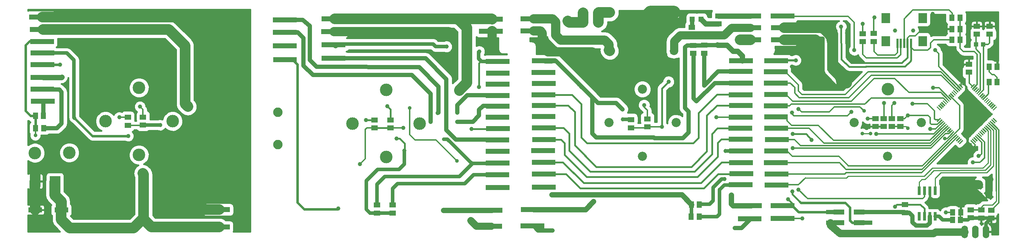
<source format=gbr>
G04 #@! TF.FileFunction,Copper,L1,Top,Signal*
%FSLAX46Y46*%
G04 Gerber Fmt 4.6, Leading zero omitted, Abs format (unit mm)*
G04 Created by KiCad (PCBNEW 4.0.6) date 05/08/17 07:22:45*
%MOMM*%
%LPD*%
G01*
G04 APERTURE LIST*
%ADD10C,0.100000*%
%ADD11R,1.500000X1.300000*%
%ADD12R,1.300000X1.500000*%
%ADD13R,2.000000X2.400000*%
%ADD14R,0.500000X2.308000*%
%ADD15O,1.524000X3.048000*%
%ADD16R,1.200000X1.200000*%
%ADD17R,0.660400X2.032000*%
%ADD18C,1.100000*%
%ADD19R,0.635000X1.270000*%
%ADD20R,1.100000X1.000000*%
%ADD21R,2.006600X1.092200*%
%ADD22R,2.540000X1.143000*%
%ADD23R,1.600000X1.600000*%
%ADD24R,3.300000X1.300000*%
%ADD25R,2.540000X2.540000*%
%ADD26R,1.200000X0.700000*%
%ADD27C,1.006400*%
%ADD28C,2.184400*%
%ADD29C,3.000000*%
%ADD30C,0.906400*%
%ADD31C,2.250000*%
%ADD32C,0.406400*%
%ADD33C,1.270000*%
%ADD34C,1.016000*%
%ADD35C,0.304800*%
%ADD36C,0.270000*%
%ADD37C,0.280000*%
%ADD38C,1.000000*%
%ADD39C,0.812800*%
%ADD40C,0.609600*%
%ADD41C,0.250000*%
%ADD42C,0.500000*%
%ADD43C,2.540000*%
%ADD44C,1.676400*%
%ADD45C,1.930400*%
%ADD46C,2.184400*%
%ADD47C,3.200000*%
%ADD48C,0.320000*%
%ADD49C,0.350000*%
%ADD50C,1.778000*%
G04 APERTURE END LIST*
D10*
D11*
X260004500Y-125907700D03*
X260004500Y-127807700D03*
X262392100Y-125958500D03*
X262392100Y-127858500D03*
D12*
X253212500Y-126451300D03*
X255112500Y-126451300D03*
D13*
X246040300Y-85628300D03*
D14*
X243240300Y-86192300D03*
X242440300Y-86192300D03*
X241640300Y-86192300D03*
X240840300Y-86192300D03*
X240040300Y-86192300D03*
D13*
X246040300Y-80128300D03*
X237240300Y-85628300D03*
X237240300Y-80128300D03*
D15*
X256042100Y-131099500D03*
X258582100Y-131099500D03*
X261122100Y-131099500D03*
D16*
X191161900Y-80426500D03*
X193261900Y-80426500D03*
D12*
X253034700Y-80045500D03*
X254934700Y-80045500D03*
D11*
X241827100Y-124644700D03*
X241827100Y-126544700D03*
D12*
X253187100Y-128254700D03*
X255087100Y-128254700D03*
D11*
X257489900Y-127782300D03*
X257489900Y-125882300D03*
X234807700Y-104089100D03*
X234807700Y-105989100D03*
X231759700Y-85745300D03*
X231759700Y-83845300D03*
X176540100Y-104393900D03*
X176540100Y-106293900D03*
X115471300Y-104449900D03*
X115471300Y-106349900D03*
X56642300Y-103820300D03*
X56642300Y-105720300D03*
X191071100Y-82356700D03*
X191071100Y-84256700D03*
X234426700Y-85719900D03*
X234426700Y-83819900D03*
D17*
X249006300Y-121269700D03*
X249006300Y-127416500D03*
X247736300Y-121269700D03*
X246466300Y-121269700D03*
X247736300Y-127416500D03*
X246466300Y-127416500D03*
X245196300Y-121269700D03*
X245196300Y-127416500D03*
D10*
G36*
X249575143Y-104941688D02*
X249363011Y-104729556D01*
X250211539Y-103881028D01*
X250423671Y-104093160D01*
X249575143Y-104941688D01*
X249575143Y-104941688D01*
G37*
G36*
X249928696Y-105295242D02*
X249716564Y-105083110D01*
X250565092Y-104234582D01*
X250777224Y-104446714D01*
X249928696Y-105295242D01*
X249928696Y-105295242D01*
G37*
G36*
X250282250Y-105648795D02*
X250070118Y-105436663D01*
X250918646Y-104588135D01*
X251130778Y-104800267D01*
X250282250Y-105648795D01*
X250282250Y-105648795D01*
G37*
G36*
X250635803Y-106002348D02*
X250423671Y-105790216D01*
X251272199Y-104941688D01*
X251484331Y-105153820D01*
X250635803Y-106002348D01*
X250635803Y-106002348D01*
G37*
G36*
X250989356Y-106355902D02*
X250777224Y-106143770D01*
X251625752Y-105295242D01*
X251837884Y-105507374D01*
X250989356Y-106355902D01*
X250989356Y-106355902D01*
G37*
G36*
X251342910Y-106709455D02*
X251130778Y-106497323D01*
X251979306Y-105648795D01*
X252191438Y-105860927D01*
X251342910Y-106709455D01*
X251342910Y-106709455D01*
G37*
G36*
X251696463Y-107063009D02*
X251484331Y-106850877D01*
X252332859Y-106002349D01*
X252544991Y-106214481D01*
X251696463Y-107063009D01*
X251696463Y-107063009D01*
G37*
G36*
X252050017Y-107416562D02*
X251837885Y-107204430D01*
X252686413Y-106355902D01*
X252898545Y-106568034D01*
X252050017Y-107416562D01*
X252050017Y-107416562D01*
G37*
G36*
X252403570Y-107770115D02*
X252191438Y-107557983D01*
X253039966Y-106709455D01*
X253252098Y-106921587D01*
X252403570Y-107770115D01*
X252403570Y-107770115D01*
G37*
G36*
X252757123Y-108123669D02*
X252544991Y-107911537D01*
X253393519Y-107063009D01*
X253605651Y-107275141D01*
X252757123Y-108123669D01*
X252757123Y-108123669D01*
G37*
G36*
X253110677Y-108477222D02*
X252898545Y-108265090D01*
X253747073Y-107416562D01*
X253959205Y-107628694D01*
X253110677Y-108477222D01*
X253110677Y-108477222D01*
G37*
G36*
X253464230Y-108830776D02*
X253252098Y-108618644D01*
X254100626Y-107770116D01*
X254312758Y-107982248D01*
X253464230Y-108830776D01*
X253464230Y-108830776D01*
G37*
G36*
X253817784Y-109184329D02*
X253605652Y-108972197D01*
X254454180Y-108123669D01*
X254666312Y-108335801D01*
X253817784Y-109184329D01*
X253817784Y-109184329D01*
G37*
G36*
X254171337Y-109537882D02*
X253959205Y-109325750D01*
X254807733Y-108477222D01*
X255019865Y-108689354D01*
X254171337Y-109537882D01*
X254171337Y-109537882D01*
G37*
G36*
X254524890Y-109891436D02*
X254312758Y-109679304D01*
X255161286Y-108830776D01*
X255373418Y-109042908D01*
X254524890Y-109891436D01*
X254524890Y-109891436D01*
G37*
G36*
X254878444Y-110244989D02*
X254666312Y-110032857D01*
X255514840Y-109184329D01*
X255726972Y-109396461D01*
X254878444Y-110244989D01*
X254878444Y-110244989D01*
G37*
G36*
X258272556Y-110244989D02*
X257424028Y-109396461D01*
X257636160Y-109184329D01*
X258484688Y-110032857D01*
X258272556Y-110244989D01*
X258272556Y-110244989D01*
G37*
G36*
X258626110Y-109891436D02*
X257777582Y-109042908D01*
X257989714Y-108830776D01*
X258838242Y-109679304D01*
X258626110Y-109891436D01*
X258626110Y-109891436D01*
G37*
G36*
X258979663Y-109537882D02*
X258131135Y-108689354D01*
X258343267Y-108477222D01*
X259191795Y-109325750D01*
X258979663Y-109537882D01*
X258979663Y-109537882D01*
G37*
G36*
X259333216Y-109184329D02*
X258484688Y-108335801D01*
X258696820Y-108123669D01*
X259545348Y-108972197D01*
X259333216Y-109184329D01*
X259333216Y-109184329D01*
G37*
G36*
X259686770Y-108830776D02*
X258838242Y-107982248D01*
X259050374Y-107770116D01*
X259898902Y-108618644D01*
X259686770Y-108830776D01*
X259686770Y-108830776D01*
G37*
G36*
X260040323Y-108477222D02*
X259191795Y-107628694D01*
X259403927Y-107416562D01*
X260252455Y-108265090D01*
X260040323Y-108477222D01*
X260040323Y-108477222D01*
G37*
G36*
X260393877Y-108123669D02*
X259545349Y-107275141D01*
X259757481Y-107063009D01*
X260606009Y-107911537D01*
X260393877Y-108123669D01*
X260393877Y-108123669D01*
G37*
G36*
X260747430Y-107770115D02*
X259898902Y-106921587D01*
X260111034Y-106709455D01*
X260959562Y-107557983D01*
X260747430Y-107770115D01*
X260747430Y-107770115D01*
G37*
G36*
X261100983Y-107416562D02*
X260252455Y-106568034D01*
X260464587Y-106355902D01*
X261313115Y-107204430D01*
X261100983Y-107416562D01*
X261100983Y-107416562D01*
G37*
G36*
X261454537Y-107063009D02*
X260606009Y-106214481D01*
X260818141Y-106002349D01*
X261666669Y-106850877D01*
X261454537Y-107063009D01*
X261454537Y-107063009D01*
G37*
G36*
X261808090Y-106709455D02*
X260959562Y-105860927D01*
X261171694Y-105648795D01*
X262020222Y-106497323D01*
X261808090Y-106709455D01*
X261808090Y-106709455D01*
G37*
G36*
X262161644Y-106355902D02*
X261313116Y-105507374D01*
X261525248Y-105295242D01*
X262373776Y-106143770D01*
X262161644Y-106355902D01*
X262161644Y-106355902D01*
G37*
G36*
X262515197Y-106002348D02*
X261666669Y-105153820D01*
X261878801Y-104941688D01*
X262727329Y-105790216D01*
X262515197Y-106002348D01*
X262515197Y-106002348D01*
G37*
G36*
X262868750Y-105648795D02*
X262020222Y-104800267D01*
X262232354Y-104588135D01*
X263080882Y-105436663D01*
X262868750Y-105648795D01*
X262868750Y-105648795D01*
G37*
G36*
X263222304Y-105295242D02*
X262373776Y-104446714D01*
X262585908Y-104234582D01*
X263434436Y-105083110D01*
X263222304Y-105295242D01*
X263222304Y-105295242D01*
G37*
G36*
X263575857Y-104941688D02*
X262727329Y-104093160D01*
X262939461Y-103881028D01*
X263787989Y-104729556D01*
X263575857Y-104941688D01*
X263575857Y-104941688D01*
G37*
G36*
X262939461Y-102183972D02*
X262727329Y-101971840D01*
X263575857Y-101123312D01*
X263787989Y-101335444D01*
X262939461Y-102183972D01*
X262939461Y-102183972D01*
G37*
G36*
X262585908Y-101830418D02*
X262373776Y-101618286D01*
X263222304Y-100769758D01*
X263434436Y-100981890D01*
X262585908Y-101830418D01*
X262585908Y-101830418D01*
G37*
G36*
X262232354Y-101476865D02*
X262020222Y-101264733D01*
X262868750Y-100416205D01*
X263080882Y-100628337D01*
X262232354Y-101476865D01*
X262232354Y-101476865D01*
G37*
G36*
X261878801Y-101123312D02*
X261666669Y-100911180D01*
X262515197Y-100062652D01*
X262727329Y-100274784D01*
X261878801Y-101123312D01*
X261878801Y-101123312D01*
G37*
G36*
X261525248Y-100769758D02*
X261313116Y-100557626D01*
X262161644Y-99709098D01*
X262373776Y-99921230D01*
X261525248Y-100769758D01*
X261525248Y-100769758D01*
G37*
G36*
X261171694Y-100416205D02*
X260959562Y-100204073D01*
X261808090Y-99355545D01*
X262020222Y-99567677D01*
X261171694Y-100416205D01*
X261171694Y-100416205D01*
G37*
G36*
X260818141Y-100062651D02*
X260606009Y-99850519D01*
X261454537Y-99001991D01*
X261666669Y-99214123D01*
X260818141Y-100062651D01*
X260818141Y-100062651D01*
G37*
G36*
X260464587Y-99709098D02*
X260252455Y-99496966D01*
X261100983Y-98648438D01*
X261313115Y-98860570D01*
X260464587Y-99709098D01*
X260464587Y-99709098D01*
G37*
G36*
X260111034Y-99355545D02*
X259898902Y-99143413D01*
X260747430Y-98294885D01*
X260959562Y-98507017D01*
X260111034Y-99355545D01*
X260111034Y-99355545D01*
G37*
G36*
X259757481Y-99001991D02*
X259545349Y-98789859D01*
X260393877Y-97941331D01*
X260606009Y-98153463D01*
X259757481Y-99001991D01*
X259757481Y-99001991D01*
G37*
G36*
X259403927Y-98648438D02*
X259191795Y-98436306D01*
X260040323Y-97587778D01*
X260252455Y-97799910D01*
X259403927Y-98648438D01*
X259403927Y-98648438D01*
G37*
G36*
X259050374Y-98294884D02*
X258838242Y-98082752D01*
X259686770Y-97234224D01*
X259898902Y-97446356D01*
X259050374Y-98294884D01*
X259050374Y-98294884D01*
G37*
G36*
X258696820Y-97941331D02*
X258484688Y-97729199D01*
X259333216Y-96880671D01*
X259545348Y-97092803D01*
X258696820Y-97941331D01*
X258696820Y-97941331D01*
G37*
G36*
X258343267Y-97587778D02*
X258131135Y-97375646D01*
X258979663Y-96527118D01*
X259191795Y-96739250D01*
X258343267Y-97587778D01*
X258343267Y-97587778D01*
G37*
G36*
X257989714Y-97234224D02*
X257777582Y-97022092D01*
X258626110Y-96173564D01*
X258838242Y-96385696D01*
X257989714Y-97234224D01*
X257989714Y-97234224D01*
G37*
G36*
X257636160Y-96880671D02*
X257424028Y-96668539D01*
X258272556Y-95820011D01*
X258484688Y-96032143D01*
X257636160Y-96880671D01*
X257636160Y-96880671D01*
G37*
G36*
X255514840Y-96880671D02*
X254666312Y-96032143D01*
X254878444Y-95820011D01*
X255726972Y-96668539D01*
X255514840Y-96880671D01*
X255514840Y-96880671D01*
G37*
G36*
X255161286Y-97234224D02*
X254312758Y-96385696D01*
X254524890Y-96173564D01*
X255373418Y-97022092D01*
X255161286Y-97234224D01*
X255161286Y-97234224D01*
G37*
G36*
X254807733Y-97587778D02*
X253959205Y-96739250D01*
X254171337Y-96527118D01*
X255019865Y-97375646D01*
X254807733Y-97587778D01*
X254807733Y-97587778D01*
G37*
G36*
X254454180Y-97941331D02*
X253605652Y-97092803D01*
X253817784Y-96880671D01*
X254666312Y-97729199D01*
X254454180Y-97941331D01*
X254454180Y-97941331D01*
G37*
G36*
X254100626Y-98294884D02*
X253252098Y-97446356D01*
X253464230Y-97234224D01*
X254312758Y-98082752D01*
X254100626Y-98294884D01*
X254100626Y-98294884D01*
G37*
G36*
X253747073Y-98648438D02*
X252898545Y-97799910D01*
X253110677Y-97587778D01*
X253959205Y-98436306D01*
X253747073Y-98648438D01*
X253747073Y-98648438D01*
G37*
G36*
X253393519Y-99001991D02*
X252544991Y-98153463D01*
X252757123Y-97941331D01*
X253605651Y-98789859D01*
X253393519Y-99001991D01*
X253393519Y-99001991D01*
G37*
G36*
X253039966Y-99355545D02*
X252191438Y-98507017D01*
X252403570Y-98294885D01*
X253252098Y-99143413D01*
X253039966Y-99355545D01*
X253039966Y-99355545D01*
G37*
G36*
X252686413Y-99709098D02*
X251837885Y-98860570D01*
X252050017Y-98648438D01*
X252898545Y-99496966D01*
X252686413Y-99709098D01*
X252686413Y-99709098D01*
G37*
G36*
X252332859Y-100062651D02*
X251484331Y-99214123D01*
X251696463Y-99001991D01*
X252544991Y-99850519D01*
X252332859Y-100062651D01*
X252332859Y-100062651D01*
G37*
G36*
X251979306Y-100416205D02*
X251130778Y-99567677D01*
X251342910Y-99355545D01*
X252191438Y-100204073D01*
X251979306Y-100416205D01*
X251979306Y-100416205D01*
G37*
G36*
X251625752Y-100769758D02*
X250777224Y-99921230D01*
X250989356Y-99709098D01*
X251837884Y-100557626D01*
X251625752Y-100769758D01*
X251625752Y-100769758D01*
G37*
G36*
X251272199Y-101123312D02*
X250423671Y-100274784D01*
X250635803Y-100062652D01*
X251484331Y-100911180D01*
X251272199Y-101123312D01*
X251272199Y-101123312D01*
G37*
G36*
X250918646Y-101476865D02*
X250070118Y-100628337D01*
X250282250Y-100416205D01*
X251130778Y-101264733D01*
X250918646Y-101476865D01*
X250918646Y-101476865D01*
G37*
G36*
X250565092Y-101830418D02*
X249716564Y-100981890D01*
X249928696Y-100769758D01*
X250777224Y-101618286D01*
X250565092Y-101830418D01*
X250565092Y-101830418D01*
G37*
G36*
X250211539Y-102183972D02*
X249363011Y-101335444D01*
X249575143Y-101123312D01*
X250423671Y-101971840D01*
X250211539Y-102183972D01*
X250211539Y-102183972D01*
G37*
D18*
X211412500Y-90281700D03*
D19*
X211793500Y-90281700D03*
X212428500Y-90281700D03*
X211158500Y-90281700D03*
X210523500Y-90281700D03*
X209888500Y-90281700D03*
X213025400Y-90281700D03*
X213622300Y-90281700D03*
X209266200Y-90281700D03*
X208643900Y-90281700D03*
D18*
X213014500Y-82458500D03*
D19*
X213395500Y-82458500D03*
X214030500Y-82458500D03*
X212760500Y-82458500D03*
X212125500Y-82458500D03*
X211490500Y-82458500D03*
X214627400Y-82458500D03*
X215224300Y-82458500D03*
X210868200Y-82458500D03*
X210245900Y-82458500D03*
D18*
X203057700Y-90281700D03*
D19*
X203438700Y-90281700D03*
X204073700Y-90281700D03*
X202803700Y-90281700D03*
X202168700Y-90281700D03*
X201533700Y-90281700D03*
X204670600Y-90281700D03*
X205267500Y-90281700D03*
X200911400Y-90281700D03*
X200289100Y-90281700D03*
D18*
X205013500Y-82407700D03*
D19*
X205394500Y-82407700D03*
X206029500Y-82407700D03*
X204759500Y-82407700D03*
X204124500Y-82407700D03*
X203489500Y-82407700D03*
X206626400Y-82407700D03*
X207223300Y-82407700D03*
X202867200Y-82407700D03*
X202244900Y-82407700D03*
D18*
X156042300Y-90332500D03*
D19*
X156423300Y-90332500D03*
X157058300Y-90332500D03*
X155788300Y-90332500D03*
X155153300Y-90332500D03*
X154518300Y-90332500D03*
X157655200Y-90332500D03*
X158252100Y-90332500D03*
X153896000Y-90332500D03*
X153273700Y-90332500D03*
D18*
X153375300Y-80324900D03*
D19*
X153756300Y-80324900D03*
X154391300Y-80324900D03*
X153121300Y-80324900D03*
X152486300Y-80324900D03*
X151851300Y-80324900D03*
X154988200Y-80324900D03*
X155585100Y-80324900D03*
X151229000Y-80324900D03*
X150606700Y-80324900D03*
D18*
X145062300Y-90490100D03*
D19*
X145443300Y-90490100D03*
X146078300Y-90490100D03*
X144808300Y-90490100D03*
X144173300Y-90490100D03*
X143538300Y-90490100D03*
X146675200Y-90490100D03*
X147272100Y-90490100D03*
X142916000Y-90490100D03*
X142293700Y-90490100D03*
D18*
X143452700Y-80411500D03*
D19*
X143833700Y-80411500D03*
X144468700Y-80411500D03*
X143198700Y-80411500D03*
X142563700Y-80411500D03*
X141928700Y-80411500D03*
X145065600Y-80411500D03*
X145662500Y-80411500D03*
X141306400Y-80411500D03*
X140684100Y-80411500D03*
D18*
X211386100Y-103718300D03*
D19*
X211767100Y-103718300D03*
X212402100Y-103718300D03*
X211132100Y-103718300D03*
X210497100Y-103718300D03*
X209862100Y-103718300D03*
X212999000Y-103718300D03*
X213595900Y-103718300D03*
X209239800Y-103718300D03*
X208617500Y-103718300D03*
D18*
X202981500Y-103769100D03*
D19*
X203362500Y-103769100D03*
X203997500Y-103769100D03*
X202727500Y-103769100D03*
X202092500Y-103769100D03*
X201457500Y-103769100D03*
X204594400Y-103769100D03*
X205191300Y-103769100D03*
X200835200Y-103769100D03*
X200212900Y-103769100D03*
D18*
X211411500Y-106385300D03*
D19*
X211792500Y-106385300D03*
X212427500Y-106385300D03*
X211157500Y-106385300D03*
X210522500Y-106385300D03*
X209887500Y-106385300D03*
X213024400Y-106385300D03*
X213621300Y-106385300D03*
X209265200Y-106385300D03*
X208642900Y-106385300D03*
D18*
X202879900Y-106385300D03*
D19*
X203260900Y-106385300D03*
X203895900Y-106385300D03*
X202625900Y-106385300D03*
X201990900Y-106385300D03*
X201355900Y-106385300D03*
X204492800Y-106385300D03*
X205089700Y-106385300D03*
X200733600Y-106385300D03*
X200111300Y-106385300D03*
D18*
X156067700Y-106309100D03*
D19*
X156448700Y-106309100D03*
X157083700Y-106309100D03*
X155813700Y-106309100D03*
X155178700Y-106309100D03*
X154543700Y-106309100D03*
X157680600Y-106309100D03*
X158277500Y-106309100D03*
X153921400Y-106309100D03*
X153299100Y-106309100D03*
D18*
X145138500Y-106466700D03*
D19*
X145519500Y-106466700D03*
X146154500Y-106466700D03*
X144884500Y-106466700D03*
X144249500Y-106466700D03*
X143614500Y-106466700D03*
X146751400Y-106466700D03*
X147348300Y-106466700D03*
X142992200Y-106466700D03*
X142369900Y-106466700D03*
D18*
X211587500Y-109077700D03*
D19*
X211968500Y-109077700D03*
X212603500Y-109077700D03*
X211333500Y-109077700D03*
X210698500Y-109077700D03*
X210063500Y-109077700D03*
X213200400Y-109077700D03*
X213797300Y-109077700D03*
X209441200Y-109077700D03*
X208818900Y-109077700D03*
D18*
X202981500Y-109026900D03*
D19*
X203362500Y-109026900D03*
X203997500Y-109026900D03*
X202727500Y-109026900D03*
X202092500Y-109026900D03*
X201457500Y-109026900D03*
X204594400Y-109026900D03*
X205191300Y-109026900D03*
X200835200Y-109026900D03*
X200212900Y-109026900D03*
D18*
X156093100Y-109077700D03*
D19*
X156474100Y-109077700D03*
X157109100Y-109077700D03*
X155839100Y-109077700D03*
X155204100Y-109077700D03*
X154569100Y-109077700D03*
X157706000Y-109077700D03*
X158302900Y-109077700D03*
X153946800Y-109077700D03*
X153324500Y-109077700D03*
D18*
X145011500Y-109235300D03*
D19*
X145392500Y-109235300D03*
X146027500Y-109235300D03*
X144757500Y-109235300D03*
X144122500Y-109235300D03*
X143487500Y-109235300D03*
X146624400Y-109235300D03*
X147221300Y-109235300D03*
X142865200Y-109235300D03*
X142242900Y-109235300D03*
D18*
X145062300Y-95900300D03*
D19*
X145443300Y-95900300D03*
X146078300Y-95900300D03*
X144808300Y-95900300D03*
X144173300Y-95900300D03*
X143538300Y-95900300D03*
X146675200Y-95900300D03*
X147272100Y-95900300D03*
X142916000Y-95900300D03*
X142293700Y-95900300D03*
D18*
X145036900Y-120512900D03*
D19*
X145417900Y-120512900D03*
X146052900Y-120512900D03*
X144782900Y-120512900D03*
X144147900Y-120512900D03*
X143512900Y-120512900D03*
X146649800Y-120512900D03*
X147246700Y-120512900D03*
X142890600Y-120512900D03*
X142268300Y-120512900D03*
D18*
X145011500Y-103799700D03*
D19*
X145392500Y-103799700D03*
X146027500Y-103799700D03*
X144757500Y-103799700D03*
X144122500Y-103799700D03*
X143487500Y-103799700D03*
X146624400Y-103799700D03*
X147221300Y-103799700D03*
X142865200Y-103799700D03*
X142242900Y-103799700D03*
D18*
X145036900Y-111902300D03*
D19*
X145417900Y-111902300D03*
X146052900Y-111902300D03*
X144782900Y-111902300D03*
X144147900Y-111902300D03*
X143512900Y-111902300D03*
X146649800Y-111902300D03*
X147246700Y-111902300D03*
X142890600Y-111902300D03*
X142268300Y-111902300D03*
D18*
X211338100Y-92948700D03*
D19*
X211719100Y-92948700D03*
X212354100Y-92948700D03*
X211084100Y-92948700D03*
X210449100Y-92948700D03*
X209814100Y-92948700D03*
X212951000Y-92948700D03*
X213547900Y-92948700D03*
X209191800Y-92948700D03*
X208569500Y-92948700D03*
D18*
X203006900Y-92897900D03*
D19*
X203387900Y-92897900D03*
X204022900Y-92897900D03*
X202752900Y-92897900D03*
X202117900Y-92897900D03*
X201482900Y-92897900D03*
X204619800Y-92897900D03*
X205216700Y-92897900D03*
X200860600Y-92897900D03*
X200238300Y-92897900D03*
D18*
X211361700Y-114614900D03*
D19*
X211742700Y-114614900D03*
X212377700Y-114614900D03*
X211107700Y-114614900D03*
X210472700Y-114614900D03*
X209837700Y-114614900D03*
X212974600Y-114614900D03*
X213571500Y-114614900D03*
X209215400Y-114614900D03*
X208593100Y-114614900D03*
D18*
X203057700Y-114614900D03*
D19*
X203438700Y-114614900D03*
X204073700Y-114614900D03*
X202803700Y-114614900D03*
X202168700Y-114614900D03*
X201533700Y-114614900D03*
X204670600Y-114614900D03*
X205267500Y-114614900D03*
X200911400Y-114614900D03*
X200289100Y-114614900D03*
D18*
X156016900Y-114513300D03*
D19*
X156397900Y-114513300D03*
X157032900Y-114513300D03*
X155762900Y-114513300D03*
X155127900Y-114513300D03*
X154492900Y-114513300D03*
X157629800Y-114513300D03*
X158226700Y-114513300D03*
X153870600Y-114513300D03*
X153248300Y-114513300D03*
D18*
X145036900Y-114696300D03*
D19*
X145417900Y-114696300D03*
X146052900Y-114696300D03*
X144782900Y-114696300D03*
X144147900Y-114696300D03*
X143512900Y-114696300D03*
X146649800Y-114696300D03*
X147246700Y-114696300D03*
X142890600Y-114696300D03*
X142268300Y-114696300D03*
D18*
X211388900Y-98384300D03*
D19*
X211769900Y-98384300D03*
X212404900Y-98384300D03*
X211134900Y-98384300D03*
X210499900Y-98384300D03*
X209864900Y-98384300D03*
X213001800Y-98384300D03*
X213598700Y-98384300D03*
X209242600Y-98384300D03*
X208620300Y-98384300D03*
D18*
X202981500Y-98409700D03*
D19*
X203362500Y-98409700D03*
X203997500Y-98409700D03*
X202727500Y-98409700D03*
X202092500Y-98409700D03*
X201457500Y-98409700D03*
X204594400Y-98409700D03*
X205191300Y-98409700D03*
X200835200Y-98409700D03*
X200212900Y-98409700D03*
D18*
X155966100Y-98409700D03*
D19*
X156347100Y-98409700D03*
X156982100Y-98409700D03*
X155712100Y-98409700D03*
X155077100Y-98409700D03*
X154442100Y-98409700D03*
X157579000Y-98409700D03*
X158175900Y-98409700D03*
X153819800Y-98409700D03*
X153197500Y-98409700D03*
D18*
X145062300Y-98592700D03*
D19*
X145443300Y-98592700D03*
X146078300Y-98592700D03*
X144808300Y-98592700D03*
X144173300Y-98592700D03*
X143538300Y-98592700D03*
X146675200Y-98592700D03*
X147272100Y-98592700D03*
X142916000Y-98592700D03*
X142293700Y-98592700D03*
D18*
X213014500Y-85354100D03*
D19*
X213395500Y-85354100D03*
X214030500Y-85354100D03*
X212760500Y-85354100D03*
X212125500Y-85354100D03*
X211490500Y-85354100D03*
X214627400Y-85354100D03*
X215224300Y-85354100D03*
X210868200Y-85354100D03*
X210245900Y-85354100D03*
D18*
X212963700Y-127949900D03*
D19*
X213344700Y-127949900D03*
X213979700Y-127949900D03*
X212709700Y-127949900D03*
X212074700Y-127949900D03*
X211439700Y-127949900D03*
X214576600Y-127949900D03*
X215173500Y-127949900D03*
X210817400Y-127949900D03*
X210195100Y-127949900D03*
D18*
X212963700Y-124825700D03*
D19*
X213344700Y-124825700D03*
X213979700Y-124825700D03*
X212709700Y-124825700D03*
X212074700Y-124825700D03*
X211439700Y-124825700D03*
X214576600Y-124825700D03*
X215173500Y-124825700D03*
X210817400Y-124825700D03*
X210195100Y-124825700D03*
D18*
X205038900Y-85354100D03*
D19*
X205419900Y-85354100D03*
X206054900Y-85354100D03*
X204784900Y-85354100D03*
X204149900Y-85354100D03*
X203514900Y-85354100D03*
X206651800Y-85354100D03*
X207248700Y-85354100D03*
X202892600Y-85354100D03*
X202270300Y-85354100D03*
D18*
X205115100Y-127975300D03*
D19*
X205496100Y-127975300D03*
X206131100Y-127975300D03*
X204861100Y-127975300D03*
X204226100Y-127975300D03*
X203591100Y-127975300D03*
X206728000Y-127975300D03*
X207324900Y-127975300D03*
X202968800Y-127975300D03*
X202346500Y-127975300D03*
D18*
X205165900Y-124876500D03*
D19*
X205546900Y-124876500D03*
X206181900Y-124876500D03*
X204911900Y-124876500D03*
X204276900Y-124876500D03*
X203641900Y-124876500D03*
X206778800Y-124876500D03*
X207375700Y-124876500D03*
X203019600Y-124876500D03*
X202397300Y-124876500D03*
D18*
X143308700Y-129776100D03*
D19*
X143689700Y-129776100D03*
X144324700Y-129776100D03*
X143054700Y-129776100D03*
X142419700Y-129776100D03*
X141784700Y-129776100D03*
X144921600Y-129776100D03*
X145518500Y-129776100D03*
X141162400Y-129776100D03*
X140540100Y-129776100D03*
D18*
X143351700Y-125931900D03*
D19*
X143732700Y-125931900D03*
X144367700Y-125931900D03*
X143097700Y-125931900D03*
X142462700Y-125931900D03*
X141827700Y-125931900D03*
X144964600Y-125931900D03*
X145561500Y-125931900D03*
X141205400Y-125931900D03*
X140583100Y-125931900D03*
D18*
X153375300Y-83245900D03*
D19*
X153756300Y-83245900D03*
X154391300Y-83245900D03*
X153121300Y-83245900D03*
X152486300Y-83245900D03*
X151851300Y-83245900D03*
X154988200Y-83245900D03*
X155585100Y-83245900D03*
X151229000Y-83245900D03*
X150606700Y-83245900D03*
D18*
X153349900Y-129702500D03*
D19*
X153730900Y-129702500D03*
X154365900Y-129702500D03*
X153095900Y-129702500D03*
X152460900Y-129702500D03*
X151825900Y-129702500D03*
X154962800Y-129702500D03*
X155559700Y-129702500D03*
X151203600Y-129702500D03*
X150581300Y-129702500D03*
D18*
X153400700Y-125790900D03*
D19*
X153781700Y-125790900D03*
X154416700Y-125790900D03*
X153146700Y-125790900D03*
X152511700Y-125790900D03*
X151876700Y-125790900D03*
X155013600Y-125790900D03*
X155610500Y-125790900D03*
X151254400Y-125790900D03*
X150632100Y-125790900D03*
D18*
X155966100Y-93126500D03*
D19*
X156347100Y-93126500D03*
X156982100Y-93126500D03*
X155712100Y-93126500D03*
X155077100Y-93126500D03*
X154442100Y-93126500D03*
X157579000Y-93126500D03*
X158175900Y-93126500D03*
X153819800Y-93126500D03*
X153197500Y-93126500D03*
D18*
X156042300Y-95742700D03*
D19*
X156423300Y-95742700D03*
X157058300Y-95742700D03*
X155788300Y-95742700D03*
X155153300Y-95742700D03*
X154518300Y-95742700D03*
X157655200Y-95742700D03*
X158252100Y-95742700D03*
X153896000Y-95742700D03*
X153273700Y-95742700D03*
D18*
X156016900Y-103642100D03*
D19*
X156397900Y-103642100D03*
X157032900Y-103642100D03*
X155762900Y-103642100D03*
X155127900Y-103642100D03*
X154492900Y-103642100D03*
X157629800Y-103642100D03*
X158226700Y-103642100D03*
X153870600Y-103642100D03*
X153248300Y-103642100D03*
D18*
X155864500Y-111770100D03*
D19*
X156245500Y-111770100D03*
X156880500Y-111770100D03*
X155610500Y-111770100D03*
X154975500Y-111770100D03*
X154340500Y-111770100D03*
X157477400Y-111770100D03*
X158074300Y-111770100D03*
X153718200Y-111770100D03*
X153095900Y-111770100D03*
D18*
X156067700Y-120431500D03*
D19*
X156448700Y-120431500D03*
X157083700Y-120431500D03*
X155813700Y-120431500D03*
X155178700Y-120431500D03*
X154543700Y-120431500D03*
X157680600Y-120431500D03*
X158277500Y-120431500D03*
X153921400Y-120431500D03*
X153299100Y-120431500D03*
D18*
X145087700Y-93309500D03*
D19*
X145468700Y-93309500D03*
X146103700Y-93309500D03*
X144833700Y-93309500D03*
X144198700Y-93309500D03*
X143563700Y-93309500D03*
X146700600Y-93309500D03*
X147297500Y-93309500D03*
X142941400Y-93309500D03*
X142319100Y-93309500D03*
D11*
X180451700Y-106065300D03*
X180451700Y-104165300D03*
X119281300Y-106324500D03*
X119281300Y-104424500D03*
X60274500Y-105644100D03*
X60274500Y-103744100D03*
D12*
X261899300Y-95412500D03*
X263799300Y-95412500D03*
X263773900Y-91729500D03*
X261873900Y-91729500D03*
D20*
X258798900Y-86420900D03*
X260498900Y-86420900D03*
D11*
X262011100Y-83992700D03*
X262011100Y-82092700D03*
X258937700Y-83992700D03*
X258937700Y-82092700D03*
D18*
X212963700Y-79664500D03*
D19*
X213344700Y-79664500D03*
X213979700Y-79664500D03*
X212709700Y-79664500D03*
X212074700Y-79664500D03*
X211439700Y-79664500D03*
X214576600Y-79664500D03*
X215173500Y-79664500D03*
X210817400Y-79664500D03*
X210195100Y-79664500D03*
D18*
X211510300Y-119948900D03*
D19*
X211891300Y-119948900D03*
X212526300Y-119948900D03*
X211256300Y-119948900D03*
X210621300Y-119948900D03*
X209986300Y-119948900D03*
X213123200Y-119948900D03*
X213720100Y-119948900D03*
X209364000Y-119948900D03*
X208741700Y-119948900D03*
D18*
X211397900Y-111846300D03*
D19*
X211778900Y-111846300D03*
X212413900Y-111846300D03*
X211143900Y-111846300D03*
X210508900Y-111846300D03*
X209873900Y-111846300D03*
X213010800Y-111846300D03*
X213607700Y-111846300D03*
X209251600Y-111846300D03*
X208629300Y-111846300D03*
D18*
X205038900Y-79639100D03*
D19*
X205419900Y-79639100D03*
X206054900Y-79639100D03*
X204784900Y-79639100D03*
X204149900Y-79639100D03*
X203514900Y-79639100D03*
X206651800Y-79639100D03*
X207248700Y-79639100D03*
X202892600Y-79639100D03*
X202270300Y-79639100D03*
D18*
X202981500Y-119898100D03*
D19*
X203362500Y-119898100D03*
X203997500Y-119898100D03*
X202727500Y-119898100D03*
X202092500Y-119898100D03*
X201457500Y-119898100D03*
X204594400Y-119898100D03*
X205191300Y-119898100D03*
X200835200Y-119898100D03*
X200212900Y-119898100D03*
D18*
X203057700Y-111846300D03*
D19*
X203438700Y-111846300D03*
X204073700Y-111846300D03*
X202803700Y-111846300D03*
X202168700Y-111846300D03*
X201533700Y-111846300D03*
X204670600Y-111846300D03*
X205267500Y-111846300D03*
X200911400Y-111846300D03*
X200289100Y-111846300D03*
D11*
X257083500Y-93060500D03*
X257083500Y-91160500D03*
D12*
X253060100Y-85303300D03*
X254960100Y-85303300D03*
X254934700Y-82763300D03*
X253034700Y-82763300D03*
X190931700Y-124571700D03*
X192831700Y-124571700D03*
D11*
X197393500Y-81528900D03*
X197393500Y-79628900D03*
D12*
X190880900Y-127452900D03*
X192780900Y-127452900D03*
D18*
X143426900Y-83259900D03*
D19*
X143807900Y-83259900D03*
X144442900Y-83259900D03*
X143172900Y-83259900D03*
X142537900Y-83259900D03*
X141902900Y-83259900D03*
X145039800Y-83259900D03*
X145636700Y-83259900D03*
X141280600Y-83259900D03*
X140658300Y-83259900D03*
D21*
X233041700Y-128965900D03*
X224050100Y-128965900D03*
X224050100Y-126425900D03*
X233041700Y-126425900D03*
D22*
X230958900Y-126425900D03*
X230958900Y-128965900D03*
X226132900Y-126425900D03*
X226132900Y-128965900D03*
D11*
X236738100Y-104089100D03*
X236738100Y-105989100D03*
D18*
X211338100Y-95641100D03*
D19*
X211719100Y-95641100D03*
X212354100Y-95641100D03*
X211084100Y-95641100D03*
X210449100Y-95641100D03*
X209814100Y-95641100D03*
X212951000Y-95641100D03*
X213547900Y-95641100D03*
X209191800Y-95641100D03*
X208569500Y-95641100D03*
D18*
X203057700Y-95666500D03*
D19*
X203438700Y-95666500D03*
X204073700Y-95666500D03*
X202803700Y-95666500D03*
X202168700Y-95666500D03*
X201533700Y-95666500D03*
X204670600Y-95666500D03*
X205267500Y-95666500D03*
X200911400Y-95666500D03*
X200289100Y-95666500D03*
D18*
X211484900Y-117307300D03*
D19*
X211865900Y-117307300D03*
X212500900Y-117307300D03*
X211230900Y-117307300D03*
X210595900Y-117307300D03*
X209960900Y-117307300D03*
X213097800Y-117307300D03*
X213694700Y-117307300D03*
X209338600Y-117307300D03*
X208716300Y-117307300D03*
D18*
X203108500Y-117281900D03*
D19*
X203489500Y-117281900D03*
X204124500Y-117281900D03*
X202854500Y-117281900D03*
X202219500Y-117281900D03*
X201584500Y-117281900D03*
X204721400Y-117281900D03*
X205318300Y-117281900D03*
X200962200Y-117281900D03*
X200339900Y-117281900D03*
D18*
X156042300Y-117307300D03*
D19*
X156423300Y-117307300D03*
X157058300Y-117307300D03*
X155788300Y-117307300D03*
X155153300Y-117307300D03*
X154518300Y-117307300D03*
X157655200Y-117307300D03*
X158252100Y-117307300D03*
X153896000Y-117307300D03*
X153273700Y-117307300D03*
D18*
X145011500Y-117490300D03*
D19*
X145392500Y-117490300D03*
X146027500Y-117490300D03*
X144757500Y-117490300D03*
X144122500Y-117490300D03*
X143487500Y-117490300D03*
X146624400Y-117490300D03*
X147221300Y-117490300D03*
X142865200Y-117490300D03*
X142242900Y-117490300D03*
D18*
X211374300Y-101051300D03*
D19*
X211755300Y-101051300D03*
X212390300Y-101051300D03*
X211120300Y-101051300D03*
X210485300Y-101051300D03*
X209850300Y-101051300D03*
X212987200Y-101051300D03*
X213584100Y-101051300D03*
X209228000Y-101051300D03*
X208605700Y-101051300D03*
D18*
X203006900Y-100975100D03*
D19*
X203387900Y-100975100D03*
X204022900Y-100975100D03*
X202752900Y-100975100D03*
X202117900Y-100975100D03*
X201482900Y-100975100D03*
X204619800Y-100975100D03*
X205216700Y-100975100D03*
X200860600Y-100975100D03*
X200238300Y-100975100D03*
D18*
X156067700Y-100949700D03*
D19*
X156448700Y-100949700D03*
X157083700Y-100949700D03*
X155813700Y-100949700D03*
X155178700Y-100949700D03*
X154543700Y-100949700D03*
X157680600Y-100949700D03*
X158277500Y-100949700D03*
X153921400Y-100949700D03*
X153299100Y-100949700D03*
D18*
X145087700Y-101158100D03*
D19*
X145468700Y-101158100D03*
X146103700Y-101158100D03*
X144833700Y-101158100D03*
X144198700Y-101158100D03*
X143563700Y-101158100D03*
X146700600Y-101158100D03*
X147297500Y-101158100D03*
X142941400Y-101158100D03*
X142319100Y-101158100D03*
D11*
X238719300Y-105989100D03*
X238719300Y-104089100D03*
X240700500Y-105989100D03*
X240700500Y-104089100D03*
X193984300Y-86615500D03*
X193984300Y-88515500D03*
X191351300Y-86648900D03*
X191351300Y-88548900D03*
D12*
X36595300Y-106399900D03*
X34695300Y-106399900D03*
X36537900Y-103472300D03*
X34637900Y-103472300D03*
D11*
X119741100Y-124714900D03*
X119741100Y-126614900D03*
X116019500Y-124722300D03*
X116019500Y-126622300D03*
D18*
X78462700Y-125832900D03*
D19*
X78843700Y-125832900D03*
X79478700Y-125832900D03*
X78208700Y-125832900D03*
X77573700Y-125832900D03*
X76938700Y-125832900D03*
X80075600Y-125832900D03*
X80672500Y-125832900D03*
X76316400Y-125832900D03*
X75694100Y-125832900D03*
D18*
X78444500Y-129966900D03*
D19*
X78825500Y-129966900D03*
X79460500Y-129966900D03*
X78190500Y-129966900D03*
X77555500Y-129966900D03*
X76920500Y-129966900D03*
X80057400Y-129966900D03*
X80654300Y-129966900D03*
X76298200Y-129966900D03*
X75675900Y-129966900D03*
D10*
G36*
X262978908Y-122780601D02*
X262271801Y-123487708D01*
X260645456Y-121861363D01*
X261352563Y-121154256D01*
X262978908Y-122780601D01*
X262978908Y-122780601D01*
G37*
G36*
X260557067Y-120358760D02*
X259849960Y-121065867D01*
X258223615Y-119439522D01*
X258930722Y-118732415D01*
X260557067Y-120358760D01*
X260557067Y-120358760D01*
G37*
D23*
X186752100Y-87964900D03*
X186752100Y-78820900D03*
X171512100Y-78820900D03*
X171512100Y-87964900D03*
D18*
X105812100Y-83378900D03*
D19*
X106193100Y-83378900D03*
X106828100Y-83378900D03*
X105558100Y-83378900D03*
X104923100Y-83378900D03*
X104288100Y-83378900D03*
X107425000Y-83378900D03*
X108021900Y-83378900D03*
X103665800Y-83378900D03*
X103043500Y-83378900D03*
D18*
X105967100Y-80342900D03*
D19*
X106348100Y-80342900D03*
X106983100Y-80342900D03*
X105713100Y-80342900D03*
X105078100Y-80342900D03*
X104443100Y-80342900D03*
X107580000Y-80342900D03*
X108176900Y-80342900D03*
X103820800Y-80342900D03*
X103198500Y-80342900D03*
D18*
X94338100Y-86737900D03*
D19*
X94719100Y-86737900D03*
X95354100Y-86737900D03*
X94084100Y-86737900D03*
X93449100Y-86737900D03*
X92814100Y-86737900D03*
X95951000Y-86737900D03*
X96547900Y-86737900D03*
X92191800Y-86737900D03*
X91569500Y-86737900D03*
D18*
X94371100Y-90044900D03*
D19*
X94752100Y-90044900D03*
X95387100Y-90044900D03*
X94117100Y-90044900D03*
X93482100Y-90044900D03*
X92847100Y-90044900D03*
X95984000Y-90044900D03*
X96580900Y-90044900D03*
X92224800Y-90044900D03*
X91602500Y-90044900D03*
D18*
X105967100Y-86521900D03*
D19*
X106348100Y-86521900D03*
X106983100Y-86521900D03*
X105713100Y-86521900D03*
X105078100Y-86521900D03*
X104443100Y-86521900D03*
X107580000Y-86521900D03*
X108176900Y-86521900D03*
X103820800Y-86521900D03*
X103198500Y-86521900D03*
D18*
X94313100Y-80550900D03*
D19*
X94694100Y-80550900D03*
X95329100Y-80550900D03*
X94059100Y-80550900D03*
X93424100Y-80550900D03*
X92789100Y-80550900D03*
X95926000Y-80550900D03*
X96522900Y-80550900D03*
X92166800Y-80550900D03*
X91544500Y-80550900D03*
D18*
X94363100Y-83584900D03*
D19*
X94744100Y-83584900D03*
X95379100Y-83584900D03*
X94109100Y-83584900D03*
X93474100Y-83584900D03*
X92839100Y-83584900D03*
X95976000Y-83584900D03*
X96572900Y-83584900D03*
X92216800Y-83584900D03*
X91594500Y-83584900D03*
D18*
X105966100Y-89744900D03*
D19*
X106347100Y-89744900D03*
X106982100Y-89744900D03*
X105712100Y-89744900D03*
X105077100Y-89744900D03*
X104442100Y-89744900D03*
X107579000Y-89744900D03*
X108175900Y-89744900D03*
X103819800Y-89744900D03*
X103197500Y-89744900D03*
D18*
X36267100Y-79918900D03*
D19*
X36648100Y-79918900D03*
X37283100Y-79918900D03*
X36013100Y-79918900D03*
X35378100Y-79918900D03*
X34743100Y-79918900D03*
X37880000Y-79918900D03*
X38476900Y-79918900D03*
X34120800Y-79918900D03*
X33498500Y-79918900D03*
D18*
X36453100Y-82863900D03*
D19*
X36834100Y-82863900D03*
X37469100Y-82863900D03*
X36199100Y-82863900D03*
X35564100Y-82863900D03*
X34929100Y-82863900D03*
X38066000Y-82863900D03*
X38662900Y-82863900D03*
X34306800Y-82863900D03*
X33684500Y-82863900D03*
D18*
X36565100Y-91288900D03*
D19*
X36946100Y-91288900D03*
X37581100Y-91288900D03*
X36311100Y-91288900D03*
X35676100Y-91288900D03*
X35041100Y-91288900D03*
X38178000Y-91288900D03*
X38774900Y-91288900D03*
X34418800Y-91288900D03*
X33796500Y-91288900D03*
D18*
X36554100Y-94266900D03*
D19*
X36935100Y-94266900D03*
X37570100Y-94266900D03*
X36300100Y-94266900D03*
X35665100Y-94266900D03*
X35030100Y-94266900D03*
X38167000Y-94266900D03*
X38763900Y-94266900D03*
X34407800Y-94266900D03*
X33785500Y-94266900D03*
D18*
X36532100Y-85706900D03*
D19*
X36913100Y-85706900D03*
X37548100Y-85706900D03*
X36278100Y-85706900D03*
X35643100Y-85706900D03*
X35008100Y-85706900D03*
X38145000Y-85706900D03*
X38741900Y-85706900D03*
X34385800Y-85706900D03*
X33763500Y-85706900D03*
D18*
X36704100Y-99946900D03*
D19*
X37085100Y-99946900D03*
X37720100Y-99946900D03*
X36450100Y-99946900D03*
X35815100Y-99946900D03*
X35180100Y-99946900D03*
X38317000Y-99946900D03*
X38913900Y-99946900D03*
X34557800Y-99946900D03*
X33935500Y-99946900D03*
D18*
X36555100Y-97130900D03*
D19*
X36936100Y-97130900D03*
X37571100Y-97130900D03*
X36301100Y-97130900D03*
X35666100Y-97130900D03*
X35031100Y-97130900D03*
X38168000Y-97130900D03*
X38764900Y-97130900D03*
X34408800Y-97130900D03*
X33786500Y-97130900D03*
D18*
X36569100Y-88491900D03*
D19*
X36950100Y-88491900D03*
X37585100Y-88491900D03*
X36315100Y-88491900D03*
X35680100Y-88491900D03*
X35045100Y-88491900D03*
X38182000Y-88491900D03*
X38778900Y-88491900D03*
X34422800Y-88491900D03*
X33800500Y-88491900D03*
D24*
X40803100Y-125882900D03*
X34553100Y-125882900D03*
D25*
X34582600Y-119081900D03*
X39281600Y-119081900D03*
D26*
X165110100Y-81154900D03*
X168810100Y-81154900D03*
X165142100Y-78879900D03*
X168842100Y-78879900D03*
D27*
X200429100Y-122324900D03*
X167622100Y-123875900D03*
X243824700Y-83144300D03*
X239430500Y-83144300D03*
D28*
X245755100Y-105089900D03*
X229753100Y-105089900D03*
X237728700Y-113090900D03*
X171307700Y-105089900D03*
X179257700Y-97113500D03*
X187309700Y-105089900D03*
X179308700Y-113090900D03*
D29*
X110188100Y-105272900D03*
X118189100Y-97246500D03*
X126190100Y-105272900D03*
X118189100Y-113273900D03*
X51333700Y-104744900D03*
X59334700Y-96743900D03*
X67335700Y-104744900D03*
X59334700Y-112771300D03*
D30*
X130537100Y-102733900D03*
X135177100Y-102659900D03*
D29*
X237761100Y-97108900D03*
D31*
X92380100Y-102598900D03*
X92380100Y-110332900D03*
D29*
X34515100Y-112298900D03*
X42719100Y-112232900D03*
D27*
X231734300Y-81518700D03*
X258008100Y-114563900D03*
X234528300Y-80020100D03*
X259369500Y-112989300D03*
X239444100Y-125137900D03*
X217403100Y-127895900D03*
X215018100Y-121452900D03*
X215084100Y-111162900D03*
X213967100Y-123319900D03*
X215060100Y-107765900D03*
X219599100Y-109162900D03*
X243660100Y-100536900D03*
X229067100Y-102470900D03*
X214935100Y-102688900D03*
X251565100Y-126496900D03*
X232978900Y-104099300D03*
X174609700Y-104327900D03*
X113439300Y-104460100D03*
X54610300Y-103805100D03*
X234985500Y-107756900D03*
D30*
X242519100Y-106387900D03*
X231663100Y-107681900D03*
X233637100Y-107681900D03*
X232102100Y-102291900D03*
D27*
X216470100Y-101848900D03*
X215843100Y-90210900D03*
X216462100Y-121059900D03*
X226629100Y-82172900D03*
D30*
X251334100Y-108882900D03*
X255324100Y-111428900D03*
X232726100Y-105994900D03*
D27*
X227997100Y-95632900D03*
X228042100Y-83723900D03*
X224373600Y-83655400D03*
X248470100Y-79127900D03*
X261988100Y-79165900D03*
X262094100Y-118633900D03*
X248496100Y-96781900D03*
X254164100Y-93902900D03*
X183909100Y-106056900D03*
X185499600Y-95342400D03*
X181975700Y-108645900D03*
X174533500Y-101889500D03*
X197156100Y-86538900D03*
X195245100Y-81528900D03*
X157696100Y-122279900D03*
X156042300Y-90332500D03*
X161522100Y-80875900D03*
X135635100Y-97457900D03*
X122283100Y-106286900D03*
X111981600Y-114983400D03*
X70962100Y-101268900D03*
X60193100Y-117182900D03*
X64347100Y-105658900D03*
X122574700Y-111757100D03*
X120703700Y-108898100D03*
X140374100Y-88103900D03*
X132582100Y-86962900D03*
X140328100Y-96544900D03*
D30*
X34630100Y-108109900D03*
D27*
X196860100Y-103819900D03*
X138565700Y-106575300D03*
X56748100Y-108258900D03*
X223406100Y-95600900D03*
X257341100Y-119860900D03*
X203248100Y-85354100D03*
X168233100Y-90074900D03*
X186837100Y-91519900D03*
X201280100Y-130165900D03*
X157860100Y-130768900D03*
X143477100Y-86995900D03*
X133095100Y-83372900D03*
X94338100Y-86737900D03*
X138389100Y-128427900D03*
X106777100Y-125512900D03*
X131899100Y-125928900D03*
X74554100Y-95963900D03*
X64568100Y-121066900D03*
X49653000Y-119144000D03*
X40540100Y-91251900D03*
X40890100Y-94183900D03*
X249069100Y-87794900D03*
X229743100Y-87794900D03*
X198836100Y-118506900D03*
X199095300Y-111846300D03*
X236865100Y-100365500D03*
X179680100Y-100897900D03*
X59563300Y-101239700D03*
X118493900Y-101132700D03*
X242503900Y-103362700D03*
X247863300Y-106613900D03*
X239298700Y-100392100D03*
X193982100Y-96219900D03*
D30*
X131971100Y-108993900D03*
D27*
X192178100Y-99986900D03*
D30*
X123822100Y-101563900D03*
X135072100Y-114230900D03*
X138812100Y-117792900D03*
X128828100Y-104896900D03*
X135177100Y-104854900D03*
X36537900Y-101840900D03*
X40865100Y-100327900D03*
D32*
X156067700Y-106309100D02*
X160487300Y-106309100D01*
X160487300Y-106309100D02*
X161858900Y-107680700D01*
X161858900Y-107680700D02*
X161858900Y-111744700D01*
X161858900Y-111744700D02*
X166837300Y-116723100D01*
X166837300Y-116723100D02*
X191703900Y-116723100D01*
X191703900Y-116723100D02*
X195844100Y-112582900D01*
X195844100Y-112582900D02*
X195844100Y-107731500D01*
X195844100Y-107731500D02*
X197139500Y-106436100D01*
X197139500Y-106436100D02*
X202829100Y-106436100D01*
X202829100Y-106436100D02*
X202879900Y-106385300D01*
X156093100Y-109077700D02*
X159852300Y-109077700D01*
X159852300Y-109077700D02*
X160741300Y-109966700D01*
X160741300Y-109966700D02*
X160741300Y-112786100D01*
X160741300Y-112786100D02*
X165973700Y-118018500D01*
X165973700Y-118018500D02*
X192364300Y-118018500D01*
X192364300Y-118018500D02*
X197215700Y-113167100D01*
X197215700Y-113167100D02*
X197215700Y-109890500D01*
X197215700Y-109890500D02*
X198053900Y-109052300D01*
X198053900Y-109052300D02*
X202956100Y-109052300D01*
X202956100Y-109052300D02*
X202981500Y-109026900D01*
X156016900Y-114513300D02*
X160309500Y-114513300D01*
X160309500Y-114513300D02*
X165262500Y-119466300D01*
X165262500Y-119466300D02*
X193227900Y-119466300D01*
X193227900Y-119466300D02*
X198130100Y-114564100D01*
X198130100Y-114564100D02*
X203006900Y-114564100D01*
X203006900Y-114564100D02*
X203057700Y-114614900D01*
X155966100Y-98409700D02*
X162493900Y-98409700D01*
X162493900Y-98409700D02*
X164729100Y-100644900D01*
X164729100Y-100644900D02*
X164729100Y-108569700D01*
X192618300Y-102753100D02*
X197012500Y-98358900D01*
X197012500Y-98358900D02*
X202930700Y-98358900D01*
X202930700Y-98358900D02*
X202981500Y-98409700D01*
X164729100Y-108569700D02*
X166100700Y-109941300D01*
X166100700Y-109941300D02*
X191399100Y-109941300D01*
X191399100Y-109941300D02*
X192618300Y-108722100D01*
X192618300Y-102753100D02*
X192618300Y-108722100D01*
D33*
X205165900Y-124876500D02*
X200836700Y-124876500D01*
X200836700Y-124876500D02*
X200429100Y-124468900D01*
X200429100Y-124468900D02*
X200429100Y-122324900D01*
X153400700Y-125790900D02*
X165707100Y-125790900D01*
X165707100Y-125790900D02*
X167622100Y-123875900D01*
D34*
X105966100Y-89744900D02*
X127607100Y-89744900D01*
X127607100Y-89744900D02*
X132550100Y-94687900D01*
X132550100Y-94687900D02*
X132550100Y-106833900D01*
X132550100Y-106833900D02*
X134813100Y-109096900D01*
X134813100Y-109096900D02*
X144873100Y-109096900D01*
X144873100Y-109096900D02*
X145011500Y-109235300D01*
X94313100Y-80550900D02*
X98365100Y-80550900D01*
X98365100Y-80550900D02*
X99996100Y-82035900D01*
X99996100Y-82035900D02*
X99996100Y-90156900D01*
X99996100Y-90156900D02*
X101675100Y-91761900D01*
X101675100Y-91761900D02*
X126118100Y-91835900D01*
X126118100Y-91835900D02*
X130716100Y-96466900D01*
X130716100Y-96466900D02*
X130697100Y-102682900D01*
X130697100Y-102682900D02*
X130537100Y-102733900D01*
X135177100Y-102659900D02*
X135177100Y-100900900D01*
X135177100Y-100900900D02*
X137513100Y-98564900D01*
X137513100Y-98564900D02*
X145034500Y-98564900D01*
X145034500Y-98564900D02*
X145062300Y-98592700D01*
D32*
X156042300Y-117307300D02*
X161071500Y-117307300D01*
X161071500Y-117307300D02*
X164475100Y-120710900D01*
X164475100Y-120710900D02*
X193939100Y-120710900D01*
X193939100Y-120710900D02*
X197342700Y-117307300D01*
X197342700Y-117307300D02*
X203083100Y-117307300D01*
X203083100Y-117307300D02*
X203108500Y-117281900D01*
X156067700Y-100949700D02*
X161604900Y-100949700D01*
X161604900Y-100949700D02*
X163154300Y-102499100D01*
X163154300Y-102499100D02*
X163154300Y-110500100D01*
X163154300Y-110500100D02*
X168259700Y-115605500D01*
X168259700Y-115605500D02*
X190916500Y-115605500D01*
X190916500Y-115605500D02*
X194599500Y-111922500D01*
X194599500Y-111922500D02*
X194599500Y-103388100D01*
X194599500Y-103388100D02*
X197012500Y-100975100D01*
X197012500Y-100975100D02*
X203006900Y-100975100D01*
D35*
X231759700Y-85745300D02*
X231759700Y-88783100D01*
X231759700Y-88783100D02*
X232623300Y-89646700D01*
X232623300Y-89646700D02*
X240014700Y-89646700D01*
X240014700Y-89646700D02*
X240802100Y-88859300D01*
X240802100Y-88859300D02*
X240802100Y-86230500D01*
X240802100Y-86230500D02*
X240840300Y-86192300D01*
X240040300Y-86192300D02*
X240040300Y-88401900D01*
X240040300Y-88401900D02*
X239481300Y-88960900D01*
X239481300Y-88960900D02*
X235290300Y-88960900D01*
X235290300Y-88960900D02*
X234452100Y-88122700D01*
X234452100Y-88122700D02*
X234452100Y-85745300D01*
X234452100Y-85745300D02*
X234426700Y-85719900D01*
X254934700Y-82763300D02*
X254960100Y-85303300D01*
X258378900Y-88148100D02*
X259013900Y-88783100D01*
X259013900Y-88783100D02*
X259013900Y-95997906D01*
X259013900Y-95997906D02*
X258307909Y-96703897D01*
X254934700Y-80045500D02*
X254985500Y-83296700D01*
X254985500Y-83296700D02*
X254934700Y-82763300D01*
X258378900Y-88148100D02*
X255762700Y-88148100D01*
X255762700Y-88148100D02*
X254975300Y-87360700D01*
X254975300Y-87360700D02*
X254975300Y-85318500D01*
X254975300Y-85318500D02*
X254960100Y-85303300D01*
X231759700Y-83845300D02*
X231759700Y-81975900D01*
X231759700Y-81975900D02*
X231734300Y-81518700D01*
X260766500Y-113508900D02*
X260766500Y-109698378D01*
X260766500Y-109698378D02*
X259368569Y-108300447D01*
X258008100Y-114563900D02*
X259711500Y-114563900D01*
X259711500Y-114563900D02*
X260766500Y-113508900D01*
X260766500Y-113508900D02*
X260766500Y-113540500D01*
X260766500Y-113540500D02*
X260491100Y-113815900D01*
X234426700Y-83819900D02*
X234426700Y-80121700D01*
X234426700Y-80121700D02*
X234528300Y-80020100D01*
X260131500Y-109770484D02*
X259015016Y-108654000D01*
X259369500Y-112989300D02*
X259648900Y-112989300D01*
X259648900Y-112989300D02*
X260131500Y-112506700D01*
X260131500Y-112506700D02*
X260131500Y-109770484D01*
X261843444Y-105825572D02*
X261843444Y-105836644D01*
X261843444Y-105836644D02*
X262518400Y-106511600D01*
X262518400Y-106511600D02*
X262925500Y-106918700D01*
D36*
X249006300Y-121269700D02*
X249006300Y-118361700D01*
X249006300Y-118361700D02*
X250214100Y-117153900D01*
X250214100Y-117153900D02*
X250234100Y-117153900D01*
X250234100Y-117153900D02*
X250377100Y-117010900D01*
X250377100Y-117010900D02*
X261289100Y-117010900D01*
X261289100Y-117010900D02*
X262898100Y-115401900D01*
X262898100Y-115401900D02*
X262898100Y-106891300D01*
X262898100Y-106891300D02*
X262518400Y-106511600D01*
D35*
X261489891Y-106179128D02*
X261489891Y-106219691D01*
X261489891Y-106219691D02*
X261540691Y-106219691D01*
X261540691Y-106219691D02*
X262163500Y-106842500D01*
X245272500Y-121193500D02*
X245196300Y-121269700D01*
D37*
X245196300Y-121269700D02*
X245196300Y-119258700D01*
X245196300Y-119258700D02*
X245832100Y-118622900D01*
X245832100Y-118622900D02*
X246573100Y-118622900D01*
X246573100Y-118622900D02*
X248070100Y-117126900D01*
D36*
X248070100Y-117126900D02*
X247987100Y-117156900D01*
X247987100Y-117156900D02*
X248673100Y-116470900D01*
X248673100Y-116470900D02*
X260943100Y-116439900D01*
X260943100Y-116439900D02*
X262226100Y-115157900D01*
X262226100Y-115157900D02*
X262226100Y-106905100D01*
X262226100Y-106905100D02*
X262163500Y-106842500D01*
D32*
X247787100Y-127365700D02*
X247736300Y-127416500D01*
D38*
X233041700Y-126425900D02*
X241708300Y-126425900D01*
X241708300Y-126425900D02*
X241827100Y-126544700D01*
X241827100Y-126544700D02*
X242846900Y-126544700D01*
X242846900Y-126544700D02*
X243659100Y-127356900D01*
X243659100Y-127356900D02*
X243659100Y-128835900D01*
X243659100Y-128835900D02*
X244469100Y-129645900D01*
X244469100Y-129645900D02*
X247107100Y-129645900D01*
X247107100Y-129645900D02*
X247776100Y-128976900D01*
X247776100Y-128976900D02*
X247776100Y-127456300D01*
X247776100Y-127456300D02*
X247736300Y-127416500D01*
D32*
X241827100Y-124644700D02*
X239937300Y-124644700D01*
X239937300Y-124644700D02*
X239444100Y-125137900D01*
X246466300Y-127416500D02*
X246466300Y-125534100D01*
X246466300Y-125534100D02*
X245518100Y-124585900D01*
X245518100Y-124585900D02*
X241885900Y-124585900D01*
X241885900Y-124585900D02*
X241827100Y-124644700D01*
D35*
X212963700Y-127949900D02*
X217349100Y-127949900D01*
X217349100Y-127949900D02*
X217403100Y-127895900D01*
D39*
X253187100Y-128254700D02*
X250809700Y-128254700D01*
X250809700Y-128254700D02*
X249946100Y-127416500D01*
X249946100Y-127416500D02*
X249006300Y-127416500D01*
D35*
X252721766Y-107239787D02*
X252368213Y-106886234D01*
D32*
X233041700Y-128965900D02*
X231072100Y-128965900D01*
X217099100Y-124205900D02*
X216809100Y-123915900D01*
X216809100Y-123915900D02*
X215045100Y-122151900D01*
X215045100Y-122151900D02*
X215018100Y-121452900D01*
D35*
X248003100Y-111178900D02*
X215100100Y-111178900D01*
X215100100Y-111178900D02*
X215084100Y-111162900D01*
D40*
X231072100Y-128965900D02*
X229285100Y-128965900D01*
X229285100Y-128965900D02*
X228726100Y-128406900D01*
X228726100Y-128406900D02*
X228726100Y-125304900D01*
X228726100Y-125304900D02*
X227586100Y-124164900D01*
X227586100Y-124164900D02*
X217058100Y-124164900D01*
X217058100Y-124164900D02*
X216809100Y-123915900D01*
D35*
X248003100Y-111178900D02*
X251496100Y-107685900D01*
X251496100Y-107685900D02*
X252275653Y-107685900D01*
X252275653Y-107685900D02*
X252721766Y-107239787D01*
D32*
X224050100Y-126425900D02*
X216316100Y-126425900D01*
X216316100Y-126425900D02*
X214707100Y-124816900D01*
X214707100Y-124816900D02*
X212972500Y-124816900D01*
X212972500Y-124816900D02*
X212963700Y-124825700D01*
D40*
X224050100Y-126425900D02*
X216523100Y-126425900D01*
X216523100Y-126425900D02*
X214896100Y-124798900D01*
D32*
X214896100Y-124798900D02*
X214896100Y-124248900D01*
X214896100Y-124248900D02*
X213967100Y-123319900D01*
X215060100Y-107765900D02*
X218280100Y-107803900D01*
X218280100Y-107803900D02*
X219599100Y-109162900D01*
D39*
X259623500Y-125882300D02*
X260004500Y-125907700D01*
D35*
X262196997Y-105472019D02*
X262196997Y-105478997D01*
X262196997Y-105478997D02*
X263560500Y-106842500D01*
X263560500Y-106842500D02*
X263595100Y-121412900D01*
X259623500Y-125882300D02*
X257489900Y-125882300D01*
D41*
X260004500Y-125907700D02*
X260004500Y-125214500D01*
X260004500Y-125214500D02*
X260551100Y-124667900D01*
X260551100Y-124667900D02*
X262704100Y-124667900D01*
X262704100Y-124667900D02*
X263609100Y-123762900D01*
X263609100Y-123762900D02*
X263609100Y-121426900D01*
X263609100Y-121426900D02*
X263595100Y-121412900D01*
D35*
X262550550Y-105118466D02*
X262550550Y-105121350D01*
X262550550Y-105121350D02*
X264220900Y-106791700D01*
X264220900Y-106791700D02*
X264220900Y-124155100D01*
X264220900Y-124155100D02*
X262392100Y-125958500D01*
X249893341Y-104411359D02*
X249114559Y-104411359D01*
X249114559Y-104411359D02*
X248910100Y-104206900D01*
X248910100Y-104206900D02*
X248910100Y-102286900D01*
X248910100Y-102286900D02*
X247215100Y-100591900D01*
X247215100Y-100591900D02*
X243715100Y-100591900D01*
X243715100Y-100591900D02*
X243660100Y-100536900D01*
X251565100Y-126496900D02*
X253166900Y-126496900D01*
X253166900Y-126496900D02*
X253212500Y-126451300D01*
X228132100Y-103405900D02*
X229067100Y-102470900D01*
X214935100Y-102688900D02*
X214935100Y-102972900D01*
X214935100Y-102972900D02*
X215368100Y-103405900D01*
X215368100Y-103405900D02*
X228132100Y-103405900D01*
X234807700Y-104089100D02*
X233116100Y-104089100D01*
X233116100Y-104089100D02*
X232978900Y-104099300D01*
D39*
X174609700Y-104327900D02*
X176448700Y-104302500D01*
X176448700Y-104302500D02*
X176540100Y-104393900D01*
D32*
X115471300Y-104449900D02*
X113474900Y-104449900D01*
X113474900Y-104449900D02*
X113439300Y-104460100D01*
D35*
X56642300Y-103820300D02*
X54625500Y-103820300D01*
X54625500Y-103820300D02*
X54610300Y-103805100D01*
D34*
X191161900Y-80426500D02*
X191161900Y-82265900D01*
X191161900Y-82265900D02*
X191071100Y-82356700D01*
D35*
X234985500Y-107756900D02*
X248669119Y-107756900D01*
X248669119Y-107756900D02*
X250954000Y-105472019D01*
X253070300Y-85313500D02*
X253060100Y-85303300D01*
X238719300Y-105989100D02*
X240700500Y-105989100D01*
D42*
X215843100Y-90210900D02*
X214097231Y-90224969D01*
X214097231Y-90224969D02*
X211247300Y-90270900D01*
X211247300Y-90270900D02*
X211412500Y-90281700D01*
D36*
X240700500Y-105989100D02*
X242120300Y-105989100D01*
X242120300Y-105989100D02*
X242519100Y-106387900D01*
X231663100Y-107681900D02*
X233637100Y-107681900D01*
D35*
X215843100Y-90210900D02*
X214111300Y-90210900D01*
X214111300Y-90210900D02*
X214097231Y-90224969D01*
X246466300Y-121269700D02*
X246466300Y-122763700D01*
X246466300Y-122763700D02*
X246043100Y-123186900D01*
X246043100Y-123186900D02*
X218641100Y-123203900D01*
X218641100Y-123203900D02*
X216462100Y-121059900D01*
D32*
X253094100Y-85337300D02*
X253060100Y-85303300D01*
D35*
X216470100Y-101848900D02*
X216444100Y-101790900D01*
X231127100Y-101316900D02*
X232102100Y-102291900D01*
X216444100Y-101790900D02*
X216475100Y-101790900D01*
X216475100Y-101790900D02*
X217172100Y-102487900D01*
X217172100Y-102487900D02*
X223847100Y-102487900D01*
X223847100Y-102487900D02*
X225018100Y-101316900D01*
X225018100Y-101316900D02*
X231127100Y-101316900D01*
D32*
X232553100Y-91708900D02*
X241846100Y-91708900D01*
X241846100Y-91708900D02*
X243170100Y-90384900D01*
X243170100Y-90384900D02*
X243170100Y-90248900D01*
X243170100Y-90248900D02*
X243307100Y-90111900D01*
X243307100Y-90111900D02*
X243307100Y-87145900D01*
X243307100Y-87145900D02*
X243307100Y-86259100D01*
X243307100Y-86259100D02*
X243240300Y-86192300D01*
X226629100Y-82172900D02*
X226675100Y-89976900D01*
X226675100Y-89976900D02*
X228543100Y-91753900D01*
X228543100Y-91753900D02*
X232508100Y-91753900D01*
X232508100Y-91753900D02*
X232553100Y-91708900D01*
D35*
X253060100Y-85303300D02*
X248701700Y-85303300D01*
X248701700Y-85303300D02*
X247909100Y-86095900D01*
X247909100Y-86095900D02*
X247909100Y-87146900D01*
X247909100Y-87146900D02*
X247271100Y-87784900D01*
X247271100Y-87784900D02*
X243946100Y-87784900D01*
X243946100Y-87784900D02*
X243307100Y-87145900D01*
X257489900Y-127858500D02*
X257489900Y-127782300D01*
X255087100Y-128254700D02*
X255010900Y-126730700D01*
X255010900Y-126730700D02*
X255112500Y-126451300D01*
X257954356Y-109714659D02*
X257949059Y-109714659D01*
X253075319Y-107593341D02*
X253081459Y-107593341D01*
D39*
X262392100Y-127858500D02*
X260182300Y-127858500D01*
D35*
X260182300Y-127858500D02*
X260004500Y-127807700D01*
D39*
X260004500Y-127807700D02*
X258251900Y-127807700D01*
D35*
X258251900Y-127807700D02*
X257489900Y-127782300D01*
D39*
X255087100Y-128254700D02*
X256839700Y-128280100D01*
X256839700Y-128280100D02*
X257489900Y-127782300D01*
D35*
X234807700Y-105989100D02*
X236738100Y-105989100D01*
X258937700Y-82092700D02*
X262011100Y-82092700D01*
X262011100Y-82092700D02*
X263499500Y-82092700D01*
X263499500Y-82092700D02*
X264043100Y-82636300D01*
X264043100Y-82636300D02*
X264043100Y-91460300D01*
X264043100Y-91460300D02*
X263773900Y-91729500D01*
D39*
X261122100Y-131099500D02*
X261122100Y-129128500D01*
X261122100Y-129128500D02*
X262392100Y-127858500D01*
D37*
X255196641Y-96350344D02*
X255196641Y-92028359D01*
X255196641Y-92028359D02*
X256036100Y-91188900D01*
X256036100Y-91188900D02*
X257055100Y-91188900D01*
X257055100Y-91188900D02*
X257083500Y-91160500D01*
D41*
X253081459Y-107593341D02*
X253070659Y-107593341D01*
X253070659Y-107593341D02*
X251802100Y-108861900D01*
X251802100Y-108861900D02*
X251355100Y-108861900D01*
X251355100Y-108861900D02*
X251334100Y-108882900D01*
X255324100Y-111428900D02*
X257583100Y-111428900D01*
X257583100Y-111428900D02*
X258622100Y-110389900D01*
X258622100Y-110389900D02*
X258622100Y-110382403D01*
X258622100Y-110382403D02*
X257954356Y-109714659D01*
D36*
X236738100Y-105989100D02*
X233053900Y-105989100D01*
X233053900Y-105989100D02*
X232726100Y-105994900D01*
D43*
X213014500Y-82458500D02*
X223176700Y-82458500D01*
X223176700Y-82458500D02*
X224373600Y-83655400D01*
X224373600Y-83655400D02*
X224670100Y-83951900D01*
X224670100Y-83951900D02*
X224670100Y-84772900D01*
X224670100Y-84772900D02*
X224670100Y-92305900D01*
X224670100Y-92305900D02*
X227997100Y-95632900D01*
D32*
X242440300Y-86192300D02*
X242440300Y-89520700D01*
X242440300Y-89520700D02*
X241119100Y-90841900D01*
X241119100Y-90841900D02*
X229092100Y-90841900D01*
X229092100Y-90841900D02*
X228042100Y-89791900D01*
X228042100Y-89791900D02*
X228042100Y-83723900D01*
X224373600Y-83655400D02*
X224373600Y-84476400D01*
X224373600Y-84476400D02*
X224670100Y-84772900D01*
D35*
X245221100Y-83495900D02*
X244309100Y-84407900D01*
X244309100Y-84407900D02*
X242943100Y-84407900D01*
X242943100Y-84407900D02*
X242441100Y-84909900D01*
X242441100Y-84909900D02*
X242441100Y-86191500D01*
X242441100Y-86191500D02*
X242440300Y-86192300D01*
X248432100Y-79203900D02*
X248470100Y-79127900D01*
X261988100Y-79165900D02*
X261988100Y-82069700D01*
X261988100Y-82069700D02*
X262011100Y-82092700D01*
X253034700Y-82763300D02*
X249308100Y-82763300D01*
X248432100Y-79203900D02*
X248432100Y-81887300D01*
X248432100Y-81887300D02*
X248854900Y-82310100D01*
X248854900Y-82310100D02*
X249308100Y-82763300D01*
X245221100Y-83495900D02*
X247669100Y-83495900D01*
X247669100Y-83495900D02*
X248854900Y-82310100D01*
D44*
X261812181Y-122320984D02*
X261812181Y-118915819D01*
X261812181Y-118915819D02*
X262094100Y-118633900D01*
D40*
X247736300Y-121269700D02*
X247736300Y-123323100D01*
X247736300Y-123323100D02*
X248208100Y-123794900D01*
X248208100Y-123794900D02*
X253933100Y-123794900D01*
X253933100Y-123794900D02*
X255136100Y-124997900D01*
X255136100Y-124997900D02*
X255136100Y-126427700D01*
X255136100Y-126427700D02*
X255112500Y-126451300D01*
D35*
X252368213Y-99178769D02*
X252364969Y-99178769D01*
X252364969Y-99178769D02*
X249968100Y-96781900D01*
X249968100Y-96781900D02*
X248496100Y-96781900D01*
X255196641Y-96350344D02*
X255196641Y-94935441D01*
X255196641Y-94935441D02*
X254164100Y-93902900D01*
X176540100Y-106293900D02*
X180223100Y-106293900D01*
X180223100Y-106293900D02*
X180451700Y-106065300D01*
D45*
X191071100Y-84256700D02*
X198724300Y-84256700D01*
X198724300Y-84256700D02*
X200524100Y-82456900D01*
X200524100Y-82456900D02*
X204964300Y-82456900D01*
X204964300Y-82456900D02*
X205013500Y-82407700D01*
D46*
X153375300Y-80324900D02*
X157884100Y-80324900D01*
X157884100Y-80324900D02*
X158626100Y-81066900D01*
X158626100Y-81066900D02*
X158626100Y-84184900D01*
X158626100Y-84184900D02*
X159841100Y-85399900D01*
X159841100Y-85399900D02*
X170320100Y-85399900D01*
X170320100Y-85399900D02*
X171346100Y-86425900D01*
X171346100Y-86425900D02*
X171346100Y-87798900D01*
D43*
X171346100Y-87798900D02*
X171512100Y-87964900D01*
D45*
X191071100Y-84256700D02*
X188209300Y-84256700D01*
X188209300Y-84256700D02*
X186800100Y-85665900D01*
X186800100Y-85665900D02*
X186800100Y-87916900D01*
X186800100Y-87916900D02*
X186752100Y-87964900D01*
D35*
X180451700Y-106065300D02*
X183900700Y-106065300D01*
X183900700Y-106065300D02*
X183909100Y-106056900D01*
D32*
X183900700Y-106065300D02*
X183900700Y-96941300D01*
X183900700Y-96941300D02*
X185499600Y-95342400D01*
D39*
X190931700Y-124571700D02*
X190931700Y-127544100D01*
X190931700Y-127544100D02*
X190880900Y-127452900D01*
D34*
X181975700Y-108645900D02*
X168285100Y-108645900D01*
X168285100Y-108645900D02*
X167345300Y-107706100D01*
X167345300Y-107706100D02*
X167345300Y-99044700D01*
X167345300Y-99044700D02*
X164932300Y-96631700D01*
X167345300Y-99044700D02*
X168666100Y-100365500D01*
X168666100Y-100365500D02*
X173009500Y-100365500D01*
X173009500Y-100365500D02*
X174533500Y-101889500D01*
X157587100Y-90332500D02*
X158633100Y-90332500D01*
X158633100Y-90332500D02*
X164932300Y-96631700D01*
X164932300Y-96631700D02*
X164898900Y-96631700D01*
X164898900Y-96631700D02*
X164265100Y-95997900D01*
X164265100Y-95997900D02*
X164216100Y-95997900D01*
X164216100Y-95997900D02*
X164167100Y-95948900D01*
D33*
X203057700Y-90281700D02*
X203057700Y-89131500D01*
X203057700Y-89131500D02*
X201983100Y-88056900D01*
X201983100Y-88056900D02*
X200876100Y-88056900D01*
X200876100Y-88056900D02*
X199399100Y-86579900D01*
X197393500Y-81528900D02*
X195245100Y-81528900D01*
X195245100Y-81528900D02*
X194364300Y-81528900D01*
X194364300Y-81528900D02*
X193261900Y-80426500D01*
X199399100Y-86579900D02*
X197219100Y-86579900D01*
X197219100Y-86579900D02*
X197156100Y-86538900D01*
D34*
X193984300Y-86615500D02*
X197079500Y-86615500D01*
X197079500Y-86615500D02*
X197156100Y-86538900D01*
X191351300Y-86648900D02*
X193950900Y-86648900D01*
X193950900Y-86648900D02*
X193984300Y-86615500D01*
X191351300Y-86648900D02*
X189911100Y-86648900D01*
X189911100Y-86648900D02*
X189426100Y-87133900D01*
X189426100Y-87133900D02*
X189426100Y-101570900D01*
X189426100Y-101570900D02*
X190280100Y-102424900D01*
X190280100Y-102424900D02*
X190280100Y-107459900D01*
X190280100Y-107459900D02*
X188952100Y-108787900D01*
X188952100Y-108787900D02*
X182117700Y-108787900D01*
X182117700Y-108787900D02*
X181975700Y-108645900D01*
D33*
X190931700Y-124571700D02*
X188639900Y-122279900D01*
X188639900Y-122279900D02*
X157696100Y-122279900D01*
X156042300Y-90332500D02*
X157587100Y-90332500D01*
D43*
X165142100Y-78879900D02*
X165142100Y-81122900D01*
X165142100Y-81122900D02*
X165110100Y-81154900D01*
X165110100Y-81154900D02*
X161801100Y-81154900D01*
X161801100Y-81154900D02*
X161522100Y-80875900D01*
D32*
X115496700Y-106324500D02*
X115471300Y-106349900D01*
X115496700Y-106324500D02*
X119281300Y-106324500D01*
D43*
X105967100Y-80342900D02*
X135271100Y-80342900D01*
X135271100Y-80342900D02*
X143384100Y-80342900D01*
X143384100Y-80342900D02*
X143452700Y-80411500D01*
X135635100Y-97457900D02*
X135635100Y-97363900D01*
X135635100Y-97363900D02*
X137412100Y-95586900D01*
X137412100Y-95586900D02*
X137412100Y-82483900D01*
X137412100Y-82483900D02*
X135271100Y-80342900D01*
D35*
X119281300Y-106324500D02*
X122245500Y-106324500D01*
X122245500Y-106324500D02*
X122283100Y-106286900D01*
X122283100Y-106286900D02*
X113649100Y-106286900D01*
X113649100Y-106286900D02*
X113262100Y-106673900D01*
X113262100Y-106673900D02*
X113262100Y-113702900D01*
X113262100Y-113702900D02*
X111981600Y-114983400D01*
X56642300Y-105720300D02*
X60198300Y-105720300D01*
X60198300Y-105720300D02*
X60274500Y-105644100D01*
D43*
X40803100Y-125882900D02*
X40803100Y-123907900D01*
X40803100Y-123907900D02*
X39194100Y-122298900D01*
X39194100Y-122298900D02*
X39194100Y-119169400D01*
X39194100Y-119169400D02*
X39281600Y-119081900D01*
X36453100Y-82863900D02*
X66388100Y-82863900D01*
X66388100Y-82863900D02*
X70300100Y-86775900D01*
X70300100Y-86775900D02*
X70300100Y-100606900D01*
X70300100Y-100606900D02*
X70962100Y-101268900D01*
X78444500Y-129966900D02*
X62294100Y-129966900D01*
X62294100Y-129966900D02*
X60412100Y-128084900D01*
X60412100Y-128084900D02*
X60412100Y-127810900D01*
X60412100Y-127810900D02*
X60412100Y-117401900D01*
X60412100Y-117401900D02*
X60193100Y-117182900D01*
X39281600Y-119081900D02*
X39281600Y-122424400D01*
X39281600Y-122424400D02*
X40780100Y-123922900D01*
X40780100Y-123922900D02*
X40780100Y-128196900D01*
X40780100Y-128196900D02*
X42804100Y-130220900D01*
X42804100Y-130220900D02*
X58002100Y-130220900D01*
X58002100Y-130220900D02*
X60412100Y-127810900D01*
D39*
X60274500Y-105644100D02*
X64332300Y-105644100D01*
X64332300Y-105644100D02*
X64347100Y-105658900D01*
X119741100Y-126614900D02*
X116026900Y-126614900D01*
X116026900Y-126614900D02*
X116019500Y-126622300D01*
X119741100Y-126614900D02*
X114357100Y-126614900D01*
X114357100Y-126614900D02*
X113483100Y-125740900D01*
X113483100Y-125740900D02*
X113483100Y-118979900D01*
X113483100Y-118979900D02*
X116187100Y-116240900D01*
X116187100Y-116240900D02*
X121248100Y-116240900D01*
X121248100Y-116240900D02*
X122543100Y-114992900D01*
X122543100Y-114992900D02*
X122543100Y-112197500D01*
X122543100Y-112197500D02*
X122574700Y-111757100D01*
X119514100Y-126841900D02*
X119741100Y-126614900D01*
D33*
X106099100Y-86653900D02*
X105967100Y-86521900D01*
D32*
X120703700Y-108898100D02*
X121437300Y-108898100D01*
X121437300Y-108898100D02*
X122599100Y-110059900D01*
X122599100Y-110059900D02*
X122599100Y-111732700D01*
X122599100Y-111732700D02*
X122574700Y-111757100D01*
D39*
X145062300Y-90490100D02*
X140981300Y-90490100D01*
X140981300Y-90490100D02*
X140876100Y-90384900D01*
X140876100Y-90384900D02*
X140283100Y-89791900D01*
X140283100Y-89791900D02*
X140283100Y-88194900D01*
X140283100Y-88194900D02*
X140374100Y-88103900D01*
X132582100Y-86962900D02*
X130031100Y-86962900D01*
X130031100Y-86962900D02*
X129393100Y-86324900D01*
X129393100Y-86324900D02*
X106164100Y-86324900D01*
X106164100Y-86324900D02*
X105967100Y-86521900D01*
D32*
X140328100Y-96544900D02*
X140328100Y-90932900D01*
X140328100Y-90932900D02*
X140876100Y-90384900D01*
D40*
X34637900Y-103472300D02*
X34637900Y-106342500D01*
D34*
X34637900Y-106342500D02*
X34695300Y-106399900D01*
D40*
X34637900Y-103472300D02*
X33492500Y-103472300D01*
X33492500Y-103472300D02*
X32313100Y-102292900D01*
X32313100Y-102292900D02*
X32313100Y-86584900D01*
X32313100Y-86584900D02*
X33263100Y-85634900D01*
X33263100Y-85634900D02*
X36460100Y-85634900D01*
D34*
X36460100Y-85634900D02*
X36532100Y-85706900D01*
D35*
X34630100Y-108109900D02*
X34630100Y-106465100D01*
X34630100Y-106465100D02*
X34695300Y-106399900D01*
X196860100Y-103819900D02*
X202930700Y-103819900D01*
X202930700Y-103819900D02*
X202981500Y-103769100D01*
D32*
X138565700Y-106575300D02*
X145036900Y-106568300D01*
X145036900Y-106568300D02*
X145138500Y-106466700D01*
D40*
X43843100Y-103884900D02*
X43990600Y-104032400D01*
X43990600Y-104032400D02*
X48217100Y-108258900D01*
X48217100Y-108258900D02*
X56748100Y-108258900D01*
D39*
X36569100Y-88491900D02*
X42149100Y-88491900D01*
X42149100Y-88491900D02*
X43846100Y-90188900D01*
X43846100Y-90188900D02*
X43846100Y-103887900D01*
X43846100Y-103887900D02*
X43990600Y-104032400D01*
D35*
X247806225Y-109326900D02*
X251307553Y-105825572D01*
X213425100Y-103727900D02*
X213200100Y-103727900D01*
X213200100Y-103727900D02*
X211395700Y-103727900D01*
X211395700Y-103727900D02*
X211386100Y-103718300D01*
X214865100Y-105748900D02*
X213749100Y-104632900D01*
X213749100Y-104632900D02*
X213749100Y-104276900D01*
X213749100Y-104276900D02*
X213200100Y-103727900D01*
X247806225Y-109326900D02*
X224799100Y-109326900D01*
X224799100Y-109326900D02*
X221221100Y-105748900D01*
X221221100Y-105748900D02*
X214865100Y-105748900D01*
X247849334Y-109990900D02*
X251661106Y-106179128D01*
X212962100Y-106409900D02*
X211436100Y-106409900D01*
X211436100Y-106409900D02*
X211411500Y-106385300D01*
X247849334Y-109990900D02*
X222552100Y-109990900D01*
X222552100Y-109990900D02*
X219007100Y-106445900D01*
X219007100Y-106445900D02*
X212998100Y-106445900D01*
X212998100Y-106445900D02*
X212962100Y-106409900D01*
X247954441Y-110592900D02*
X252014659Y-106532681D01*
X216964100Y-110592900D02*
X247954441Y-110592900D01*
X216964100Y-110592900D02*
X215508100Y-109136900D01*
X215508100Y-109136900D02*
X211646700Y-109136900D01*
X211646700Y-109136900D02*
X211587500Y-109077700D01*
D43*
X213014500Y-85354100D02*
X220510300Y-85354100D01*
X220510300Y-85354100D02*
X221207100Y-86050900D01*
X221207100Y-86050900D02*
X221207100Y-93401900D01*
X221207100Y-93401900D02*
X223406100Y-95600900D01*
D46*
X259390341Y-119899144D02*
X257379344Y-119899144D01*
X257379344Y-119899144D02*
X257341100Y-119860900D01*
D43*
X203248100Y-85354100D02*
X202539300Y-85354100D01*
X203248100Y-85354100D02*
X205038900Y-85354100D01*
D46*
X167283100Y-88174900D02*
X167296100Y-88187900D01*
X167296100Y-88187900D02*
X168195100Y-89086900D01*
X168195100Y-89086900D02*
X168195100Y-90036900D01*
D43*
X168195100Y-90036900D02*
X168233100Y-90074900D01*
D46*
X153375300Y-83245900D02*
X154958100Y-83245900D01*
X154958100Y-83245900D02*
X155416100Y-83703900D01*
X155416100Y-83703900D02*
X155416100Y-86825900D01*
X155416100Y-86825900D02*
X156778100Y-88187900D01*
X156778100Y-88187900D02*
X167296100Y-88187900D01*
D47*
X186752100Y-78820900D02*
X181225100Y-78820900D01*
X181225100Y-78820900D02*
X178877100Y-81168900D01*
X178877100Y-81168900D02*
X178877100Y-89010900D01*
X178877100Y-89010900D02*
X178877100Y-90661900D01*
X178877100Y-90661900D02*
X176872100Y-92666900D01*
X176872100Y-92666900D02*
X170104100Y-92666900D01*
X170104100Y-92666900D02*
X168233100Y-90795900D01*
X168233100Y-90795900D02*
X168233100Y-90074900D01*
D43*
X186837100Y-91519900D02*
X181386100Y-91519900D01*
X181386100Y-91519900D02*
X178877100Y-89010900D01*
D34*
X205115100Y-127975300D02*
X202924500Y-130165900D01*
X202924500Y-130165900D02*
X201280100Y-130165900D01*
X153349900Y-129702500D02*
X154416300Y-130768900D01*
X154416300Y-130768900D02*
X157860100Y-130768900D01*
D46*
X143477100Y-86995900D02*
X143477100Y-83310100D01*
D43*
X143477100Y-83310100D02*
X143426900Y-83259900D01*
D46*
X105812100Y-83378900D02*
X133089100Y-83378900D01*
X133089100Y-83378900D02*
X133095100Y-83372900D01*
D40*
X94338100Y-86737900D02*
X95704100Y-86737900D01*
X95704100Y-86737900D02*
X95788100Y-86653900D01*
X95788100Y-86653900D02*
X94422100Y-86653900D01*
X94422100Y-86653900D02*
X94338100Y-86737900D01*
D44*
X143308700Y-129776100D02*
X139737300Y-129776100D01*
X139737300Y-129776100D02*
X138389100Y-128427900D01*
D40*
X94371100Y-90044900D02*
X95911100Y-90044900D01*
X95911100Y-90044900D02*
X97063100Y-91196900D01*
X97063100Y-91196900D02*
X97063100Y-124134900D01*
X97063100Y-124134900D02*
X98638100Y-125709900D01*
X98638100Y-125709900D02*
X106580100Y-125709900D01*
X106580100Y-125709900D02*
X106777100Y-125512900D01*
D33*
X143351700Y-125931900D02*
X131902100Y-125931900D01*
X131902100Y-125931900D02*
X131899100Y-125928900D01*
D43*
X34553100Y-125882900D02*
X34474100Y-119149400D01*
X34474100Y-119149400D02*
X34582600Y-119081900D01*
X36267100Y-79918900D02*
X69024100Y-79918900D01*
X69024100Y-79918900D02*
X74081100Y-84975900D01*
X74081100Y-84975900D02*
X74081100Y-95490900D01*
X74081100Y-95490900D02*
X74554100Y-95963900D01*
X78462700Y-125832900D02*
X65712100Y-125832900D01*
X65712100Y-125832900D02*
X64678100Y-124798900D01*
X64678100Y-124798900D02*
X64678100Y-121176900D01*
X64678100Y-121176900D02*
X64568100Y-121066900D01*
X34582600Y-119081900D02*
X34582600Y-116547400D01*
X34582600Y-116547400D02*
X35203100Y-115926900D01*
X35203100Y-115926900D02*
X46435900Y-115926900D01*
X46435900Y-115926900D02*
X49653000Y-119144000D01*
D40*
X36565100Y-91288900D02*
X40503100Y-91288900D01*
X40503100Y-91288900D02*
X40540100Y-91251900D01*
D33*
X36554100Y-94266900D02*
X40807100Y-94266900D01*
X40807100Y-94266900D02*
X40890100Y-94183900D01*
D35*
X241640300Y-86192300D02*
X241640300Y-80312700D01*
X241640300Y-80312700D02*
X243747100Y-78205900D01*
X243747100Y-78205900D02*
X252352100Y-78205900D01*
X252352100Y-78205900D02*
X253080100Y-78933900D01*
X253080100Y-78933900D02*
X253080100Y-80000100D01*
X253080100Y-80000100D02*
X253034700Y-80045500D01*
X261873900Y-91729500D02*
X261873900Y-92913100D01*
X261873900Y-92913100D02*
X262620700Y-93659900D01*
X262620700Y-93659900D02*
X263128700Y-93659900D01*
X263128700Y-93659900D02*
X263763700Y-94294900D01*
X263763700Y-94294900D02*
X263763700Y-95376900D01*
X263763700Y-95376900D02*
X263799300Y-95412500D01*
X260782784Y-99178769D02*
X260784831Y-99178769D01*
X260784831Y-99178769D02*
X261757100Y-98206500D01*
X261757100Y-98206500D02*
X261757100Y-95554700D01*
X261757100Y-95554700D02*
X261899300Y-95412500D01*
X259368569Y-97764556D02*
X259379644Y-97764556D01*
X259379644Y-97764556D02*
X259826500Y-97317700D01*
X259826500Y-97317700D02*
X259826500Y-88656300D01*
X259826500Y-88656300D02*
X258810700Y-87538500D01*
X258810700Y-87538500D02*
X258810700Y-86432700D01*
X258810700Y-86432700D02*
X258798900Y-86420900D01*
X258798900Y-86420900D02*
X258798900Y-84131500D01*
X258798900Y-84131500D02*
X258937700Y-83992700D01*
X259722125Y-98118109D02*
X259737291Y-98118109D01*
X259737291Y-98118109D02*
X260563100Y-97242300D01*
X260563100Y-97242300D02*
X260563100Y-86559700D01*
X260563100Y-86559700D02*
X260498900Y-86420900D01*
X260498900Y-86420900D02*
X261655500Y-86420900D01*
X261655500Y-86420900D02*
X262011100Y-86065300D01*
X262011100Y-86065300D02*
X262011100Y-83992700D01*
X213039900Y-79740700D02*
X212963700Y-79664500D01*
X254843088Y-96703897D02*
X254843088Y-96688887D01*
X254843088Y-96688887D02*
X252714100Y-94559900D01*
X252714100Y-94559900D02*
X252714100Y-94557900D01*
X252714100Y-94557900D02*
X249866100Y-91709900D01*
X249866100Y-91709900D02*
X249866100Y-88591900D01*
X249866100Y-88591900D02*
X249069100Y-87794900D01*
X229743100Y-87794900D02*
X229743100Y-81140900D01*
X229743100Y-81140900D02*
X228300100Y-79697900D01*
X228300100Y-79697900D02*
X212997100Y-79697900D01*
X212997100Y-79697900D02*
X212963700Y-79664500D01*
X228279900Y-115376900D02*
X228361100Y-115376900D01*
X228361100Y-115376900D02*
X245998866Y-115376900D01*
X245998866Y-115376900D02*
X253428872Y-107946894D01*
X253428872Y-107946894D02*
X253428872Y-107931728D01*
X253428872Y-107931728D02*
X253479672Y-107931728D01*
X253479672Y-107931728D02*
X254899100Y-106512300D01*
X254899100Y-106512300D02*
X254899100Y-101002550D01*
X254899100Y-101002550D02*
X252721766Y-98825216D01*
X211397900Y-111846300D02*
X213748500Y-111846300D01*
X213748500Y-111846300D02*
X215010100Y-113107900D01*
X215010100Y-113107900D02*
X226092100Y-113107900D01*
X226092100Y-113107900D02*
X228361100Y-115376900D01*
D33*
X197393500Y-79628900D02*
X205028700Y-79628900D01*
D39*
X205028700Y-79628900D02*
X205038900Y-79639100D01*
X192780900Y-127452900D02*
X197073900Y-127452900D01*
X197073900Y-127452900D02*
X197688100Y-126878700D01*
X197688100Y-126878700D02*
X197644100Y-121041100D01*
X197644100Y-121041100D02*
X198841300Y-119948900D01*
X198841300Y-119948900D02*
X202930700Y-119948900D01*
X202930700Y-119948900D02*
X202981500Y-119898100D01*
X195285300Y-124495500D02*
X192907900Y-124495500D01*
X192907900Y-124495500D02*
X192831700Y-124571700D01*
X195285300Y-124495500D02*
X196102100Y-123678700D01*
X196102100Y-123678700D02*
X196102100Y-120521900D01*
X196102100Y-120521900D02*
X198117100Y-118506900D01*
X198117100Y-118506900D02*
X198836100Y-118506900D01*
X199095300Y-111846300D02*
X203057700Y-111846300D01*
D35*
X261136338Y-106532681D02*
X261142481Y-106532681D01*
X261142481Y-106532681D02*
X261579300Y-106969500D01*
X211236500Y-119872700D02*
X211510300Y-119948900D01*
X211236500Y-119872700D02*
X216443500Y-119872700D01*
X216443500Y-119872700D02*
X218094500Y-118221700D01*
D37*
X218094500Y-118221700D02*
X227911300Y-118221700D01*
X227911300Y-118221700D02*
X228319100Y-117813900D01*
X228319100Y-117813900D02*
X246226100Y-117813900D01*
D36*
X246226100Y-117813900D02*
X246398100Y-117813900D01*
X246398100Y-117813900D02*
X248158100Y-116053900D01*
X248158100Y-116053900D02*
X248197100Y-116053900D01*
X248197100Y-116053900D02*
X248320100Y-115930900D01*
X248320100Y-115930900D02*
X260413100Y-115930900D01*
X260413100Y-115930900D02*
X261635100Y-114708900D01*
X261635100Y-114708900D02*
X261635100Y-107025300D01*
X261635100Y-107025300D02*
X261579300Y-106969500D01*
D35*
X257954356Y-96350344D02*
X257843544Y-96350344D01*
X257843544Y-96350344D02*
X257159700Y-95666500D01*
X257159700Y-95666500D02*
X257159700Y-93136700D01*
X257159700Y-93136700D02*
X257083500Y-93060500D01*
X236865100Y-100365500D02*
X236865100Y-104038300D01*
X236865100Y-104038300D02*
X236738100Y-104089100D01*
X180451700Y-104165300D02*
X180451700Y-102118100D01*
X180451700Y-102118100D02*
X179715100Y-101381500D01*
X179715100Y-101381500D02*
X179680100Y-100897900D01*
X60274500Y-103744100D02*
X60274500Y-101950900D01*
X60274500Y-101950900D02*
X59563300Y-101239700D01*
D32*
X119281300Y-104424500D02*
X119281300Y-101920100D01*
X119281300Y-101920100D02*
X118493900Y-101132700D01*
D35*
X250246894Y-104789106D02*
X249539700Y-105496300D01*
X249539700Y-105496300D02*
X248117300Y-105496300D01*
X248117300Y-105496300D02*
X247837900Y-105216900D01*
X247837900Y-105216900D02*
X247837900Y-103845300D01*
X247837900Y-103845300D02*
X247355300Y-103362700D01*
X247355300Y-103362700D02*
X242503900Y-103362700D01*
X250246894Y-104789106D02*
X250246894Y-104764912D01*
X240700500Y-104089100D02*
X241777500Y-104089100D01*
X241777500Y-104089100D02*
X242503900Y-103362700D01*
X250600447Y-105118466D02*
X250552534Y-105118466D01*
X250552534Y-105118466D02*
X249082500Y-106613900D01*
X249082500Y-106613900D02*
X247863300Y-106613900D01*
X238719300Y-104089100D02*
X238740300Y-100991500D01*
X238740300Y-100991500D02*
X239298700Y-100392100D01*
X211361700Y-114614900D02*
X226247900Y-114614900D01*
X226247900Y-114614900D02*
X227822700Y-116189700D01*
X227822700Y-116189700D02*
X245893175Y-116189700D01*
X245893175Y-116189700D02*
X253782428Y-108300447D01*
X211484900Y-117307300D02*
X227517900Y-117307300D01*
X227517900Y-117307300D02*
X227822700Y-117002500D01*
X227822700Y-117002500D02*
X245787481Y-117002500D01*
X245787481Y-117002500D02*
X254135981Y-108654000D01*
D48*
X233592700Y-99400300D02*
X233791100Y-99201900D01*
X233791100Y-99201900D02*
X250977131Y-99201900D01*
X250977131Y-99201900D02*
X251661106Y-99885875D01*
D35*
X211374300Y-101051300D02*
X214335700Y-101051300D01*
X214335700Y-101051300D02*
X214707100Y-100679900D01*
X214707100Y-100679900D02*
X232313100Y-100679900D01*
X232313100Y-100679900D02*
X233592700Y-99400300D01*
D48*
X230636700Y-98384300D02*
X231473600Y-97547400D01*
X231473600Y-97547400D02*
X234466100Y-94554900D01*
X234466100Y-94554900D02*
X239403100Y-94554900D01*
X239403100Y-94554900D02*
X242743100Y-97894900D01*
X242743100Y-97894900D02*
X250377238Y-97894900D01*
X250377238Y-97894900D02*
X252014659Y-99532322D01*
D35*
X211388900Y-98384300D02*
X213475500Y-98384300D01*
X213475500Y-98384300D02*
X215049100Y-99957900D01*
X215049100Y-99957900D02*
X229063100Y-99957900D01*
X229063100Y-99957900D02*
X231473600Y-97547400D01*
X250357984Y-92925900D02*
X254489534Y-97057450D01*
X211338100Y-92948700D02*
X213700900Y-92948700D01*
X227610100Y-98399900D02*
X232970100Y-93039900D01*
X232970100Y-93039900D02*
X233008100Y-93039900D01*
X233008100Y-93039900D02*
X233122100Y-92925900D01*
X233122100Y-92925900D02*
X250357984Y-92925900D01*
X213700900Y-92948700D02*
X213700900Y-93328700D01*
X213700900Y-93328700D02*
X216415100Y-96042900D01*
X216415100Y-96042900D02*
X216415100Y-97487900D01*
X216415100Y-97487900D02*
X217327100Y-98399900D01*
X217327100Y-98399900D02*
X227610100Y-98399900D01*
D48*
X233833100Y-93751900D02*
X250476878Y-93751900D01*
D35*
X250476878Y-93751900D02*
X254135981Y-97411003D01*
X211338100Y-95641100D02*
X214532300Y-95641100D01*
X228463100Y-99121900D02*
X233833100Y-93751900D01*
X214532300Y-95641100D02*
X215580100Y-96688900D01*
X215580100Y-96688900D02*
X215580100Y-98058900D01*
X215580100Y-98058900D02*
X216643100Y-99121900D01*
X216643100Y-99121900D02*
X228463100Y-99121900D01*
D34*
X203006900Y-92897900D02*
X197304100Y-92897900D01*
X197304100Y-92897900D02*
X193982100Y-96219900D01*
X193982100Y-96219900D02*
X193982100Y-88517700D01*
X193982100Y-88517700D02*
X193984300Y-88515500D01*
D39*
X116019500Y-124722300D02*
X116019500Y-119788500D01*
X116019500Y-119788500D02*
X117923100Y-117884900D01*
X117923100Y-117884900D02*
X135676100Y-117884900D01*
X135676100Y-117884900D02*
X138691600Y-114869400D01*
X138691600Y-114869400D02*
X138782100Y-114778900D01*
X138782100Y-114778900D02*
X144954300Y-114778900D01*
X144954300Y-114778900D02*
X145036900Y-114696300D01*
X131971100Y-108993900D02*
X132816100Y-108993900D01*
X132816100Y-108993900D02*
X138691600Y-114869400D01*
D34*
X203057700Y-95666500D02*
X196531500Y-95666500D01*
X196531500Y-95666500D02*
X192178100Y-99986900D01*
X192178100Y-99986900D02*
X191451100Y-99321900D01*
X191451100Y-99321900D02*
X191451100Y-88648700D01*
X191451100Y-88648700D02*
X191351300Y-88548900D01*
D39*
X119741100Y-124714900D02*
X119741100Y-120811900D01*
X119741100Y-120811900D02*
X120902100Y-119650900D01*
X120902100Y-119650900D02*
X136954100Y-119650900D01*
X136954100Y-119650900D02*
X138812100Y-117792900D01*
X138812100Y-117792900D02*
X139086100Y-117518900D01*
X139086100Y-117518900D02*
X144982900Y-117518900D01*
X144982900Y-117518900D02*
X145011500Y-117490300D01*
D49*
X123822100Y-101563900D02*
X123822100Y-107959900D01*
X123822100Y-107959900D02*
X125099100Y-109236900D01*
X125099100Y-109236900D02*
X130078100Y-109236900D01*
X130078100Y-109236900D02*
X135072100Y-114230900D01*
D34*
X94363100Y-83584900D02*
X97160100Y-83584900D01*
X97160100Y-83584900D02*
X98536100Y-84887900D01*
X98536100Y-84887900D02*
X98536100Y-91474900D01*
X98536100Y-91474900D02*
X100799100Y-93737900D01*
X100799100Y-93737900D02*
X124366100Y-93737900D01*
X124366100Y-93737900D02*
X128827100Y-98198900D01*
X128827100Y-98198900D02*
X128827100Y-103247900D01*
X128827100Y-103247900D02*
X128828100Y-104896900D01*
X135177100Y-104854900D02*
X138897100Y-104854900D01*
X138897100Y-104854900D02*
X140360100Y-103391900D01*
X140360100Y-103391900D02*
X140360100Y-101999900D01*
X140360100Y-101999900D02*
X141309100Y-101050900D01*
X141309100Y-101050900D02*
X145194900Y-101050900D01*
X146053100Y-101050900D02*
X145194900Y-101050900D01*
X145194900Y-101050900D02*
X145087700Y-101158100D01*
X36537900Y-103472300D02*
X36537900Y-101840900D01*
X36537900Y-101840900D02*
X36537900Y-100113100D01*
X36537900Y-100113100D02*
X36704100Y-99946900D01*
X36595300Y-106399900D02*
X39772100Y-106399900D01*
X39772100Y-106399900D02*
X40865100Y-105306900D01*
X40865100Y-105306900D02*
X40865100Y-100327900D01*
X40865100Y-100327900D02*
X40865100Y-97770900D01*
X40865100Y-97770900D02*
X40310100Y-97215900D01*
X40310100Y-97215900D02*
X36640100Y-97215900D01*
X36640100Y-97215900D02*
X36555100Y-97130900D01*
D50*
X256042100Y-131099500D02*
X249142500Y-131099500D01*
X249142500Y-131099500D02*
X248588100Y-131471900D01*
X248588100Y-131471900D02*
X231928100Y-131471900D01*
X224050100Y-128965900D02*
X224050100Y-129536900D01*
X224050100Y-129536900D02*
X226342100Y-131462900D01*
X226342100Y-131462900D02*
X231753100Y-131462900D01*
X231753100Y-131462900D02*
X231928100Y-131471900D01*
D43*
X171512100Y-78820900D02*
X168901100Y-78820900D01*
X168901100Y-78820900D02*
X168842100Y-78879900D01*
X168810100Y-81154900D02*
X168810100Y-78911900D01*
X168810100Y-78911900D02*
X168842100Y-78879900D01*
D32*
G36*
X264057900Y-131742700D02*
X262543700Y-131742700D01*
X262543700Y-131124500D01*
X261147100Y-131124500D01*
X261147100Y-131144500D01*
X261097100Y-131144500D01*
X261097100Y-131124500D01*
X261077100Y-131124500D01*
X261077100Y-131074500D01*
X261097100Y-131074500D01*
X261097100Y-131054500D01*
X261147100Y-131054500D01*
X261147100Y-131074500D01*
X262543700Y-131074500D01*
X262543700Y-130312500D01*
X262511507Y-130035640D01*
X262425920Y-129770380D01*
X262290228Y-129526914D01*
X262109645Y-129314599D01*
X261924594Y-129168100D01*
X262202200Y-129168100D01*
X262367100Y-129003200D01*
X262367100Y-127883500D01*
X262417100Y-127883500D01*
X262417100Y-129003200D01*
X262582000Y-129168100D01*
X263207065Y-129168100D01*
X263334498Y-129142752D01*
X263454538Y-129093030D01*
X263562570Y-129020845D01*
X263654445Y-128928971D01*
X263726630Y-128820938D01*
X263776352Y-128700898D01*
X263801700Y-128573465D01*
X263801700Y-128048400D01*
X263636800Y-127883500D01*
X262417100Y-127883500D01*
X262367100Y-127883500D01*
X262347100Y-127883500D01*
X262347100Y-127833500D01*
X262367100Y-127833500D01*
X262367100Y-127813500D01*
X262417100Y-127813500D01*
X262417100Y-127833500D01*
X263636800Y-127833500D01*
X263801700Y-127668600D01*
X263801700Y-127314903D01*
X263961419Y-127127504D01*
X264057900Y-126913466D01*
X264057900Y-131742700D01*
X264057900Y-131742700D01*
G37*
X264057900Y-131742700D02*
X262543700Y-131742700D01*
X262543700Y-131124500D01*
X261147100Y-131124500D01*
X261147100Y-131144500D01*
X261097100Y-131144500D01*
X261097100Y-131124500D01*
X261077100Y-131124500D01*
X261077100Y-131074500D01*
X261097100Y-131074500D01*
X261097100Y-131054500D01*
X261147100Y-131054500D01*
X261147100Y-131074500D01*
X262543700Y-131074500D01*
X262543700Y-130312500D01*
X262511507Y-130035640D01*
X262425920Y-129770380D01*
X262290228Y-129526914D01*
X262109645Y-129314599D01*
X261924594Y-129168100D01*
X262202200Y-129168100D01*
X262367100Y-129003200D01*
X262367100Y-127883500D01*
X262417100Y-127883500D01*
X262417100Y-129003200D01*
X262582000Y-129168100D01*
X263207065Y-129168100D01*
X263334498Y-129142752D01*
X263454538Y-129093030D01*
X263562570Y-129020845D01*
X263654445Y-128928971D01*
X263726630Y-128820938D01*
X263776352Y-128700898D01*
X263801700Y-128573465D01*
X263801700Y-128048400D01*
X263636800Y-127883500D01*
X262417100Y-127883500D01*
X262367100Y-127883500D01*
X262347100Y-127883500D01*
X262347100Y-127833500D01*
X262367100Y-127833500D01*
X262367100Y-127813500D01*
X262417100Y-127813500D01*
X262417100Y-127833500D01*
X263636800Y-127833500D01*
X263801700Y-127668600D01*
X263801700Y-127314903D01*
X263961419Y-127127504D01*
X264057900Y-126913466D01*
X264057900Y-131742700D01*
G36*
X260029500Y-127782700D02*
X260049500Y-127782700D01*
X260049500Y-127832700D01*
X260029500Y-127832700D01*
X260029500Y-128952400D01*
X260194400Y-129117300D01*
X260400525Y-129117300D01*
X260353088Y-129141593D01*
X260134555Y-129314599D01*
X260046502Y-129418124D01*
X260020722Y-129369638D01*
X259814776Y-129117124D01*
X259979500Y-128952400D01*
X259979500Y-127832700D01*
X259959500Y-127832700D01*
X259959500Y-127782700D01*
X259979500Y-127782700D01*
X259979500Y-127762700D01*
X260029500Y-127762700D01*
X260029500Y-127782700D01*
X260029500Y-127782700D01*
G37*
X260029500Y-127782700D02*
X260049500Y-127782700D01*
X260049500Y-127832700D01*
X260029500Y-127832700D01*
X260029500Y-128952400D01*
X260194400Y-129117300D01*
X260400525Y-129117300D01*
X260353088Y-129141593D01*
X260134555Y-129314599D01*
X260046502Y-129418124D01*
X260020722Y-129369638D01*
X259814776Y-129117124D01*
X259979500Y-128952400D01*
X259979500Y-127832700D01*
X259959500Y-127832700D01*
X259959500Y-127782700D01*
X259979500Y-127782700D01*
X259979500Y-127762700D01*
X260029500Y-127762700D01*
X260029500Y-127782700D01*
G36*
X255112100Y-128229700D02*
X255132100Y-128229700D01*
X255132100Y-128279700D01*
X255112100Y-128279700D01*
X255112100Y-128299700D01*
X255062100Y-128299700D01*
X255062100Y-128279700D01*
X255042100Y-128279700D01*
X255042100Y-128229700D01*
X255062100Y-128229700D01*
X255062100Y-128209700D01*
X255112100Y-128209700D01*
X255112100Y-128229700D01*
X255112100Y-128229700D01*
G37*
X255112100Y-128229700D02*
X255132100Y-128229700D01*
X255132100Y-128279700D01*
X255112100Y-128279700D01*
X255112100Y-128299700D01*
X255062100Y-128299700D01*
X255062100Y-128279700D01*
X255042100Y-128279700D01*
X255042100Y-128229700D01*
X255062100Y-128229700D01*
X255062100Y-128209700D01*
X255112100Y-128209700D01*
X255112100Y-128229700D01*
G36*
X257514900Y-127757300D02*
X257534900Y-127757300D01*
X257534900Y-127807300D01*
X257514900Y-127807300D01*
X257514900Y-127827300D01*
X257464900Y-127827300D01*
X257464900Y-127807300D01*
X257444900Y-127807300D01*
X257444900Y-127757300D01*
X257464900Y-127757300D01*
X257464900Y-127737300D01*
X257514900Y-127737300D01*
X257514900Y-127757300D01*
X257514900Y-127757300D01*
G37*
X257514900Y-127757300D02*
X257534900Y-127757300D01*
X257534900Y-127807300D01*
X257514900Y-127807300D01*
X257514900Y-127827300D01*
X257464900Y-127827300D01*
X257464900Y-127807300D01*
X257444900Y-127807300D01*
X257444900Y-127757300D01*
X257464900Y-127757300D01*
X257464900Y-127737300D01*
X257514900Y-127737300D01*
X257514900Y-127757300D01*
G36*
X256208541Y-118143284D02*
X255896490Y-118395978D01*
X255639465Y-118704469D01*
X255447253Y-119057010D01*
X255327178Y-119440170D01*
X255283813Y-119839355D01*
X255318809Y-120239362D01*
X255430833Y-120624952D01*
X255615619Y-120981440D01*
X255866128Y-121295247D01*
X255886299Y-121315701D01*
X255924542Y-121353945D01*
X256071370Y-121474550D01*
X256216981Y-121596733D01*
X256226466Y-121601948D01*
X256234822Y-121608811D01*
X256402240Y-121698580D01*
X256568848Y-121790173D01*
X256579164Y-121793445D01*
X256588695Y-121798556D01*
X256770393Y-121854107D01*
X256951586Y-121911585D01*
X256962339Y-121912791D01*
X256972684Y-121915954D01*
X257161754Y-121935159D01*
X257350618Y-121956343D01*
X257371768Y-121956491D01*
X257372162Y-121956531D01*
X257372529Y-121956496D01*
X257379344Y-121956544D01*
X259390341Y-121956544D01*
X259466314Y-121949095D01*
X259522941Y-121978942D01*
X259790264Y-122033898D01*
X260003865Y-122016865D01*
X260011204Y-122053761D01*
X260060926Y-122173801D01*
X260133111Y-122281833D01*
X260857941Y-123006663D01*
X261091145Y-123006663D01*
X261776827Y-122320982D01*
X261762685Y-122306840D01*
X261798040Y-122271485D01*
X261812182Y-122285627D01*
X261826324Y-122271484D01*
X261861680Y-122306840D01*
X261847537Y-122320982D01*
X261861680Y-122335125D01*
X261826325Y-122370480D01*
X261812182Y-122356337D01*
X261126501Y-123042019D01*
X261126501Y-123275223D01*
X261428978Y-123577700D01*
X260551100Y-123577700D01*
X260450878Y-123587527D01*
X260350556Y-123596304D01*
X260345050Y-123597904D01*
X260339346Y-123598463D01*
X260242945Y-123627568D01*
X260146235Y-123655665D01*
X260141146Y-123658303D01*
X260135657Y-123659960D01*
X260046754Y-123707231D01*
X259957334Y-123753581D01*
X259952852Y-123757159D01*
X259947793Y-123759849D01*
X259869775Y-123823479D01*
X259791051Y-123886324D01*
X259783070Y-123894194D01*
X259782908Y-123894326D01*
X259782784Y-123894476D01*
X259780212Y-123897012D01*
X259389394Y-124287830D01*
X259254500Y-124287830D01*
X259100795Y-124300087D01*
X258840096Y-124380821D01*
X258773026Y-124425017D01*
X258758904Y-124412981D01*
X258510099Y-124300828D01*
X258239900Y-124262430D01*
X256739900Y-124262430D01*
X256586195Y-124274687D01*
X256325496Y-124355421D01*
X256097610Y-124505587D01*
X255920581Y-124713296D01*
X255808428Y-124962101D01*
X255797116Y-125041700D01*
X255302400Y-125041700D01*
X255137500Y-125206600D01*
X255137500Y-126426300D01*
X255157500Y-126426300D01*
X255157500Y-126476300D01*
X255137500Y-126476300D01*
X255137500Y-126496300D01*
X255087500Y-126496300D01*
X255087500Y-126476300D01*
X255067500Y-126476300D01*
X255067500Y-126426300D01*
X255087500Y-126426300D01*
X255087500Y-125206600D01*
X254922600Y-125041700D01*
X254568903Y-125041700D01*
X254381504Y-124881981D01*
X254132699Y-124769828D01*
X253862500Y-124731430D01*
X252562500Y-124731430D01*
X252408795Y-124743687D01*
X252148096Y-124824421D01*
X251920210Y-124974587D01*
X251850482Y-125056399D01*
X251719332Y-125029478D01*
X251431371Y-125027468D01*
X251148504Y-125081427D01*
X250881504Y-125189302D01*
X250640543Y-125346983D01*
X250434798Y-125548464D01*
X250272105Y-125786070D01*
X250197016Y-125961265D01*
X250063213Y-125758210D01*
X249855504Y-125581181D01*
X249606699Y-125469028D01*
X249336500Y-125430630D01*
X248676100Y-125430630D01*
X248522395Y-125442887D01*
X248377945Y-125487621D01*
X248336699Y-125469028D01*
X248066500Y-125430630D01*
X247624555Y-125430630D01*
X247624166Y-125426666D01*
X247614761Y-125319170D01*
X247613048Y-125313273D01*
X247612448Y-125307157D01*
X247581247Y-125203812D01*
X247551143Y-125100194D01*
X247548316Y-125094741D01*
X247546540Y-125088857D01*
X247495874Y-124993569D01*
X247446203Y-124897743D01*
X247442368Y-124892939D01*
X247439485Y-124887517D01*
X247371290Y-124803902D01*
X247303938Y-124719532D01*
X247295506Y-124710981D01*
X247295362Y-124710805D01*
X247295199Y-124710670D01*
X247292483Y-124707916D01*
X246684061Y-124099494D01*
X246741810Y-124052335D01*
X246822252Y-123988119D01*
X246830951Y-123979541D01*
X246831091Y-123979427D01*
X246831197Y-123979299D01*
X246833363Y-123977163D01*
X247256562Y-123553963D01*
X247322067Y-123474216D01*
X247388447Y-123395107D01*
X247391279Y-123389956D01*
X247395008Y-123385416D01*
X247443794Y-123294431D01*
X247493526Y-123203969D01*
X247495302Y-123198369D01*
X247498080Y-123193189D01*
X247528263Y-123094463D01*
X247559478Y-122996062D01*
X247560133Y-122990221D01*
X247561851Y-122984602D01*
X247568041Y-122923659D01*
X247711300Y-122780400D01*
X247711300Y-122592885D01*
X247727972Y-122555899D01*
X247736336Y-122497042D01*
X247761300Y-122577653D01*
X247761300Y-122780400D01*
X247926200Y-122945300D01*
X247969697Y-122945300D01*
X248157096Y-123105019D01*
X248405901Y-123217172D01*
X248676100Y-123255570D01*
X249336500Y-123255570D01*
X249490205Y-123243313D01*
X249750904Y-123162579D01*
X249978790Y-123012413D01*
X250155819Y-122804704D01*
X250267972Y-122555899D01*
X250306370Y-122285700D01*
X250306370Y-120253700D01*
X250294113Y-120099995D01*
X250213379Y-119839296D01*
X250106500Y-119677101D01*
X250106500Y-118817418D01*
X250812818Y-118111100D01*
X256269584Y-118111100D01*
X256208541Y-118143284D01*
X256208541Y-118143284D01*
G37*
X256208541Y-118143284D02*
X255896490Y-118395978D01*
X255639465Y-118704469D01*
X255447253Y-119057010D01*
X255327178Y-119440170D01*
X255283813Y-119839355D01*
X255318809Y-120239362D01*
X255430833Y-120624952D01*
X255615619Y-120981440D01*
X255866128Y-121295247D01*
X255886299Y-121315701D01*
X255924542Y-121353945D01*
X256071370Y-121474550D01*
X256216981Y-121596733D01*
X256226466Y-121601948D01*
X256234822Y-121608811D01*
X256402240Y-121698580D01*
X256568848Y-121790173D01*
X256579164Y-121793445D01*
X256588695Y-121798556D01*
X256770393Y-121854107D01*
X256951586Y-121911585D01*
X256962339Y-121912791D01*
X256972684Y-121915954D01*
X257161754Y-121935159D01*
X257350618Y-121956343D01*
X257371768Y-121956491D01*
X257372162Y-121956531D01*
X257372529Y-121956496D01*
X257379344Y-121956544D01*
X259390341Y-121956544D01*
X259466314Y-121949095D01*
X259522941Y-121978942D01*
X259790264Y-122033898D01*
X260003865Y-122016865D01*
X260011204Y-122053761D01*
X260060926Y-122173801D01*
X260133111Y-122281833D01*
X260857941Y-123006663D01*
X261091145Y-123006663D01*
X261776827Y-122320982D01*
X261762685Y-122306840D01*
X261798040Y-122271485D01*
X261812182Y-122285627D01*
X261826324Y-122271484D01*
X261861680Y-122306840D01*
X261847537Y-122320982D01*
X261861680Y-122335125D01*
X261826325Y-122370480D01*
X261812182Y-122356337D01*
X261126501Y-123042019D01*
X261126501Y-123275223D01*
X261428978Y-123577700D01*
X260551100Y-123577700D01*
X260450878Y-123587527D01*
X260350556Y-123596304D01*
X260345050Y-123597904D01*
X260339346Y-123598463D01*
X260242945Y-123627568D01*
X260146235Y-123655665D01*
X260141146Y-123658303D01*
X260135657Y-123659960D01*
X260046754Y-123707231D01*
X259957334Y-123753581D01*
X259952852Y-123757159D01*
X259947793Y-123759849D01*
X259869775Y-123823479D01*
X259791051Y-123886324D01*
X259783070Y-123894194D01*
X259782908Y-123894326D01*
X259782784Y-123894476D01*
X259780212Y-123897012D01*
X259389394Y-124287830D01*
X259254500Y-124287830D01*
X259100795Y-124300087D01*
X258840096Y-124380821D01*
X258773026Y-124425017D01*
X258758904Y-124412981D01*
X258510099Y-124300828D01*
X258239900Y-124262430D01*
X256739900Y-124262430D01*
X256586195Y-124274687D01*
X256325496Y-124355421D01*
X256097610Y-124505587D01*
X255920581Y-124713296D01*
X255808428Y-124962101D01*
X255797116Y-125041700D01*
X255302400Y-125041700D01*
X255137500Y-125206600D01*
X255137500Y-126426300D01*
X255157500Y-126426300D01*
X255157500Y-126476300D01*
X255137500Y-126476300D01*
X255137500Y-126496300D01*
X255087500Y-126496300D01*
X255087500Y-126476300D01*
X255067500Y-126476300D01*
X255067500Y-126426300D01*
X255087500Y-126426300D01*
X255087500Y-125206600D01*
X254922600Y-125041700D01*
X254568903Y-125041700D01*
X254381504Y-124881981D01*
X254132699Y-124769828D01*
X253862500Y-124731430D01*
X252562500Y-124731430D01*
X252408795Y-124743687D01*
X252148096Y-124824421D01*
X251920210Y-124974587D01*
X251850482Y-125056399D01*
X251719332Y-125029478D01*
X251431371Y-125027468D01*
X251148504Y-125081427D01*
X250881504Y-125189302D01*
X250640543Y-125346983D01*
X250434798Y-125548464D01*
X250272105Y-125786070D01*
X250197016Y-125961265D01*
X250063213Y-125758210D01*
X249855504Y-125581181D01*
X249606699Y-125469028D01*
X249336500Y-125430630D01*
X248676100Y-125430630D01*
X248522395Y-125442887D01*
X248377945Y-125487621D01*
X248336699Y-125469028D01*
X248066500Y-125430630D01*
X247624555Y-125430630D01*
X247624166Y-125426666D01*
X247614761Y-125319170D01*
X247613048Y-125313273D01*
X247612448Y-125307157D01*
X247581247Y-125203812D01*
X247551143Y-125100194D01*
X247548316Y-125094741D01*
X247546540Y-125088857D01*
X247495874Y-124993569D01*
X247446203Y-124897743D01*
X247442368Y-124892939D01*
X247439485Y-124887517D01*
X247371290Y-124803902D01*
X247303938Y-124719532D01*
X247295506Y-124710981D01*
X247295362Y-124710805D01*
X247295199Y-124710670D01*
X247292483Y-124707916D01*
X246684061Y-124099494D01*
X246741810Y-124052335D01*
X246822252Y-123988119D01*
X246830951Y-123979541D01*
X246831091Y-123979427D01*
X246831197Y-123979299D01*
X246833363Y-123977163D01*
X247256562Y-123553963D01*
X247322067Y-123474216D01*
X247388447Y-123395107D01*
X247391279Y-123389956D01*
X247395008Y-123385416D01*
X247443794Y-123294431D01*
X247493526Y-123203969D01*
X247495302Y-123198369D01*
X247498080Y-123193189D01*
X247528263Y-123094463D01*
X247559478Y-122996062D01*
X247560133Y-122990221D01*
X247561851Y-122984602D01*
X247568041Y-122923659D01*
X247711300Y-122780400D01*
X247711300Y-122592885D01*
X247727972Y-122555899D01*
X247736336Y-122497042D01*
X247761300Y-122577653D01*
X247761300Y-122780400D01*
X247926200Y-122945300D01*
X247969697Y-122945300D01*
X248157096Y-123105019D01*
X248405901Y-123217172D01*
X248676100Y-123255570D01*
X249336500Y-123255570D01*
X249490205Y-123243313D01*
X249750904Y-123162579D01*
X249978790Y-123012413D01*
X250155819Y-122804704D01*
X250267972Y-122555899D01*
X250306370Y-122285700D01*
X250306370Y-120253700D01*
X250294113Y-120099995D01*
X250213379Y-119839296D01*
X250106500Y-119677101D01*
X250106500Y-118817418D01*
X250812818Y-118111100D01*
X256269584Y-118111100D01*
X256208541Y-118143284D01*
G36*
X262477338Y-121346216D02*
X261773033Y-120641911D01*
X261665001Y-120569726D01*
X261544961Y-120520004D01*
X261505822Y-120512219D01*
X261525098Y-120418456D01*
X261503404Y-120146405D01*
X261440638Y-119980612D01*
X261447691Y-119913507D01*
X261411299Y-119513626D01*
X261297929Y-119128428D01*
X261111900Y-118772587D01*
X260860297Y-118459657D01*
X260552704Y-118201555D01*
X260388167Y-118111100D01*
X261289100Y-118111100D01*
X261390210Y-118101186D01*
X261491483Y-118092326D01*
X261497040Y-118090711D01*
X261502797Y-118090147D01*
X261600107Y-118060768D01*
X261697679Y-118032420D01*
X261702812Y-118029759D01*
X261708354Y-118028086D01*
X261798119Y-117980357D01*
X261888312Y-117933605D01*
X261892833Y-117929996D01*
X261897941Y-117927280D01*
X261976716Y-117863033D01*
X262056121Y-117799645D01*
X262064170Y-117791708D01*
X262064339Y-117791570D01*
X262064468Y-117791414D01*
X262067059Y-117788859D01*
X262467939Y-117387979D01*
X262477338Y-121346216D01*
X262477338Y-121346216D01*
G37*
X262477338Y-121346216D02*
X261773033Y-120641911D01*
X261665001Y-120569726D01*
X261544961Y-120520004D01*
X261505822Y-120512219D01*
X261525098Y-120418456D01*
X261503404Y-120146405D01*
X261440638Y-119980612D01*
X261447691Y-119913507D01*
X261411299Y-119513626D01*
X261297929Y-119128428D01*
X261111900Y-118772587D01*
X260860297Y-118459657D01*
X260552704Y-118201555D01*
X260388167Y-118111100D01*
X261289100Y-118111100D01*
X261390210Y-118101186D01*
X261491483Y-118092326D01*
X261497040Y-118090711D01*
X261502797Y-118090147D01*
X261600107Y-118060768D01*
X261697679Y-118032420D01*
X261702812Y-118029759D01*
X261708354Y-118028086D01*
X261798119Y-117980357D01*
X261888312Y-117933605D01*
X261892833Y-117929996D01*
X261897941Y-117927280D01*
X261976716Y-117863033D01*
X262056121Y-117799645D01*
X262064170Y-117791708D01*
X262064339Y-117791570D01*
X262064468Y-117791414D01*
X262067059Y-117788859D01*
X262467939Y-117387979D01*
X262477338Y-121346216D01*
G36*
X256358481Y-96445652D02*
X256366552Y-96453837D01*
X256366684Y-96453999D01*
X256366834Y-96454123D01*
X256369437Y-96456763D01*
X256467170Y-96554496D01*
X256455997Y-96608843D01*
X256477691Y-96880894D01*
X256574318Y-97136129D01*
X256738226Y-97354341D01*
X256950358Y-97566473D01*
X257048172Y-97649838D01*
X257091780Y-97707894D01*
X257303912Y-97920026D01*
X257401721Y-98003387D01*
X257445333Y-98061448D01*
X257657465Y-98273580D01*
X257755276Y-98356943D01*
X257798886Y-98415001D01*
X258011018Y-98627133D01*
X258108832Y-98710498D01*
X258152440Y-98768554D01*
X258364572Y-98980686D01*
X258462381Y-99064047D01*
X258505993Y-99122108D01*
X258718125Y-99334240D01*
X258815939Y-99417605D01*
X258859547Y-99475661D01*
X259071679Y-99687793D01*
X259169488Y-99771154D01*
X259213100Y-99829215D01*
X259425232Y-100041347D01*
X259523043Y-100124710D01*
X259566653Y-100182768D01*
X259778785Y-100394900D01*
X259876599Y-100478265D01*
X259920207Y-100536321D01*
X260132339Y-100748453D01*
X260230148Y-100831814D01*
X260273760Y-100889875D01*
X260485892Y-101102007D01*
X260583706Y-101185372D01*
X260627314Y-101243428D01*
X260839446Y-101455560D01*
X260937255Y-101538921D01*
X260980867Y-101596982D01*
X261192999Y-101809114D01*
X261290810Y-101892477D01*
X261334420Y-101950535D01*
X261546552Y-102162667D01*
X261644366Y-102246032D01*
X261687974Y-102304088D01*
X261900106Y-102516220D01*
X261997915Y-102599581D01*
X262041527Y-102657642D01*
X262253659Y-102869774D01*
X262371012Y-102969792D01*
X262481107Y-103027822D01*
X262471871Y-103031318D01*
X262253659Y-103195226D01*
X262041527Y-103407358D01*
X261958162Y-103505172D01*
X261900106Y-103548780D01*
X261687974Y-103760912D01*
X261604613Y-103858721D01*
X261546552Y-103902333D01*
X261334420Y-104114465D01*
X261251057Y-104212276D01*
X261192999Y-104255886D01*
X260980867Y-104468018D01*
X260897502Y-104565832D01*
X260839446Y-104609440D01*
X260627314Y-104821572D01*
X260543953Y-104919381D01*
X260485892Y-104962993D01*
X260273760Y-105175125D01*
X260190395Y-105272939D01*
X260132339Y-105316547D01*
X259920207Y-105528679D01*
X259836846Y-105626488D01*
X259778785Y-105670100D01*
X259566653Y-105882232D01*
X259483290Y-105980043D01*
X259425232Y-106023653D01*
X259213100Y-106235785D01*
X259129735Y-106333599D01*
X259071679Y-106377207D01*
X258859547Y-106589339D01*
X258776186Y-106687148D01*
X258718125Y-106730760D01*
X258505993Y-106942892D01*
X258422628Y-107040706D01*
X258364572Y-107084314D01*
X258152440Y-107296446D01*
X258069079Y-107394255D01*
X258011018Y-107437867D01*
X257798886Y-107649999D01*
X257715523Y-107747810D01*
X257657465Y-107791420D01*
X257445333Y-108003552D01*
X257361968Y-108101366D01*
X257303912Y-108144974D01*
X257091780Y-108357106D01*
X256991762Y-108474459D01*
X256864507Y-108715889D01*
X256809551Y-108983212D01*
X256821127Y-109128375D01*
X256789776Y-109204063D01*
X256764427Y-109331496D01*
X256764428Y-109461426D01*
X256789776Y-109588859D01*
X256839498Y-109708899D01*
X256911683Y-109816931D01*
X257003557Y-109908806D01*
X257247605Y-110152853D01*
X257480809Y-110152853D01*
X257498366Y-110135296D01*
X257533721Y-110170651D01*
X257516164Y-110188208D01*
X257516164Y-110421412D01*
X257760211Y-110665460D01*
X257852086Y-110757334D01*
X257960118Y-110829519D01*
X258080158Y-110879241D01*
X258207591Y-110904589D01*
X258337521Y-110904590D01*
X258464954Y-110879241D01*
X258530512Y-110852086D01*
X258566414Y-110859467D01*
X258838465Y-110837773D01*
X259013900Y-110771357D01*
X259013900Y-111562192D01*
X258952904Y-111573827D01*
X258685904Y-111681702D01*
X258444943Y-111839383D01*
X258239198Y-112040864D01*
X258076505Y-112278470D01*
X257963062Y-112543152D01*
X257903190Y-112824827D01*
X257899423Y-113094643D01*
X257874371Y-113094468D01*
X257591504Y-113148427D01*
X257324504Y-113256302D01*
X257083543Y-113413983D01*
X256877798Y-113615464D01*
X256715105Y-113853070D01*
X256601662Y-114117752D01*
X256541790Y-114399427D01*
X256537770Y-114687367D01*
X256564077Y-114830700D01*
X249539807Y-114830700D01*
X253816178Y-110554328D01*
X253839088Y-110577238D01*
X253936902Y-110660603D01*
X253980510Y-110718659D01*
X254192642Y-110930791D01*
X254309995Y-111030809D01*
X254551425Y-111158064D01*
X254818748Y-111213020D01*
X255090799Y-111191326D01*
X255346034Y-111094699D01*
X255564246Y-110930791D01*
X256412774Y-110082263D01*
X256512792Y-109964910D01*
X256640047Y-109723480D01*
X256695003Y-109456157D01*
X256673309Y-109184106D01*
X256576682Y-108928871D01*
X256412774Y-108710659D01*
X256200642Y-108498527D01*
X256102828Y-108415162D01*
X256059220Y-108357106D01*
X255847088Y-108144974D01*
X255749279Y-108061613D01*
X255705667Y-108003552D01*
X255493535Y-107791420D01*
X255395724Y-107708057D01*
X255352114Y-107649999D01*
X255347020Y-107644905D01*
X255689362Y-107302563D01*
X255754844Y-107222843D01*
X255821247Y-107143707D01*
X255824081Y-107138552D01*
X255827807Y-107134016D01*
X255876573Y-107043070D01*
X255926326Y-106952569D01*
X255928102Y-106946969D01*
X255930880Y-106941789D01*
X255961087Y-106842987D01*
X255992278Y-106744662D01*
X255992933Y-106738822D01*
X255994651Y-106733203D01*
X256005082Y-106630509D01*
X256016591Y-106527904D01*
X256016671Y-106516415D01*
X256016693Y-106516201D01*
X256016674Y-106516002D01*
X256016700Y-106512300D01*
X256016700Y-101002550D01*
X256006627Y-100899817D01*
X255997628Y-100796966D01*
X255995988Y-100791323D01*
X255995415Y-100785474D01*
X255965565Y-100686606D01*
X255936775Y-100587509D01*
X255934073Y-100582296D01*
X255932373Y-100576666D01*
X255883891Y-100485484D01*
X255836398Y-100393861D01*
X255832732Y-100389268D01*
X255829973Y-100384080D01*
X255764737Y-100304093D01*
X255700319Y-100223398D01*
X255692251Y-100215217D01*
X255692116Y-100215051D01*
X255691962Y-100214924D01*
X255689362Y-100212287D01*
X254622095Y-99145020D01*
X254645007Y-99122108D01*
X254728372Y-99024294D01*
X254786428Y-98980686D01*
X254998560Y-98768554D01*
X255081921Y-98670745D01*
X255139982Y-98627133D01*
X255352114Y-98415001D01*
X255435477Y-98317190D01*
X255493535Y-98273580D01*
X255705667Y-98061448D01*
X255789032Y-97963634D01*
X255847088Y-97920026D01*
X256059220Y-97707894D01*
X256159238Y-97590541D01*
X256286493Y-97349111D01*
X256341449Y-97081788D01*
X256329873Y-96936625D01*
X256361224Y-96860937D01*
X256386573Y-96733504D01*
X256386572Y-96603574D01*
X256361224Y-96476141D01*
X256337934Y-96419913D01*
X256358481Y-96445652D01*
X256358481Y-96445652D01*
G37*
X256358481Y-96445652D02*
X256366552Y-96453837D01*
X256366684Y-96453999D01*
X256366834Y-96454123D01*
X256369437Y-96456763D01*
X256467170Y-96554496D01*
X256455997Y-96608843D01*
X256477691Y-96880894D01*
X256574318Y-97136129D01*
X256738226Y-97354341D01*
X256950358Y-97566473D01*
X257048172Y-97649838D01*
X257091780Y-97707894D01*
X257303912Y-97920026D01*
X257401721Y-98003387D01*
X257445333Y-98061448D01*
X257657465Y-98273580D01*
X257755276Y-98356943D01*
X257798886Y-98415001D01*
X258011018Y-98627133D01*
X258108832Y-98710498D01*
X258152440Y-98768554D01*
X258364572Y-98980686D01*
X258462381Y-99064047D01*
X258505993Y-99122108D01*
X258718125Y-99334240D01*
X258815939Y-99417605D01*
X258859547Y-99475661D01*
X259071679Y-99687793D01*
X259169488Y-99771154D01*
X259213100Y-99829215D01*
X259425232Y-100041347D01*
X259523043Y-100124710D01*
X259566653Y-100182768D01*
X259778785Y-100394900D01*
X259876599Y-100478265D01*
X259920207Y-100536321D01*
X260132339Y-100748453D01*
X260230148Y-100831814D01*
X260273760Y-100889875D01*
X260485892Y-101102007D01*
X260583706Y-101185372D01*
X260627314Y-101243428D01*
X260839446Y-101455560D01*
X260937255Y-101538921D01*
X260980867Y-101596982D01*
X261192999Y-101809114D01*
X261290810Y-101892477D01*
X261334420Y-101950535D01*
X261546552Y-102162667D01*
X261644366Y-102246032D01*
X261687974Y-102304088D01*
X261900106Y-102516220D01*
X261997915Y-102599581D01*
X262041527Y-102657642D01*
X262253659Y-102869774D01*
X262371012Y-102969792D01*
X262481107Y-103027822D01*
X262471871Y-103031318D01*
X262253659Y-103195226D01*
X262041527Y-103407358D01*
X261958162Y-103505172D01*
X261900106Y-103548780D01*
X261687974Y-103760912D01*
X261604613Y-103858721D01*
X261546552Y-103902333D01*
X261334420Y-104114465D01*
X261251057Y-104212276D01*
X261192999Y-104255886D01*
X260980867Y-104468018D01*
X260897502Y-104565832D01*
X260839446Y-104609440D01*
X260627314Y-104821572D01*
X260543953Y-104919381D01*
X260485892Y-104962993D01*
X260273760Y-105175125D01*
X260190395Y-105272939D01*
X260132339Y-105316547D01*
X259920207Y-105528679D01*
X259836846Y-105626488D01*
X259778785Y-105670100D01*
X259566653Y-105882232D01*
X259483290Y-105980043D01*
X259425232Y-106023653D01*
X259213100Y-106235785D01*
X259129735Y-106333599D01*
X259071679Y-106377207D01*
X258859547Y-106589339D01*
X258776186Y-106687148D01*
X258718125Y-106730760D01*
X258505993Y-106942892D01*
X258422628Y-107040706D01*
X258364572Y-107084314D01*
X258152440Y-107296446D01*
X258069079Y-107394255D01*
X258011018Y-107437867D01*
X257798886Y-107649999D01*
X257715523Y-107747810D01*
X257657465Y-107791420D01*
X257445333Y-108003552D01*
X257361968Y-108101366D01*
X257303912Y-108144974D01*
X257091780Y-108357106D01*
X256991762Y-108474459D01*
X256864507Y-108715889D01*
X256809551Y-108983212D01*
X256821127Y-109128375D01*
X256789776Y-109204063D01*
X256764427Y-109331496D01*
X256764428Y-109461426D01*
X256789776Y-109588859D01*
X256839498Y-109708899D01*
X256911683Y-109816931D01*
X257003557Y-109908806D01*
X257247605Y-110152853D01*
X257480809Y-110152853D01*
X257498366Y-110135296D01*
X257533721Y-110170651D01*
X257516164Y-110188208D01*
X257516164Y-110421412D01*
X257760211Y-110665460D01*
X257852086Y-110757334D01*
X257960118Y-110829519D01*
X258080158Y-110879241D01*
X258207591Y-110904589D01*
X258337521Y-110904590D01*
X258464954Y-110879241D01*
X258530512Y-110852086D01*
X258566414Y-110859467D01*
X258838465Y-110837773D01*
X259013900Y-110771357D01*
X259013900Y-111562192D01*
X258952904Y-111573827D01*
X258685904Y-111681702D01*
X258444943Y-111839383D01*
X258239198Y-112040864D01*
X258076505Y-112278470D01*
X257963062Y-112543152D01*
X257903190Y-112824827D01*
X257899423Y-113094643D01*
X257874371Y-113094468D01*
X257591504Y-113148427D01*
X257324504Y-113256302D01*
X257083543Y-113413983D01*
X256877798Y-113615464D01*
X256715105Y-113853070D01*
X256601662Y-114117752D01*
X256541790Y-114399427D01*
X256537770Y-114687367D01*
X256564077Y-114830700D01*
X249539807Y-114830700D01*
X253816178Y-110554328D01*
X253839088Y-110577238D01*
X253936902Y-110660603D01*
X253980510Y-110718659D01*
X254192642Y-110930791D01*
X254309995Y-111030809D01*
X254551425Y-111158064D01*
X254818748Y-111213020D01*
X255090799Y-111191326D01*
X255346034Y-111094699D01*
X255564246Y-110930791D01*
X256412774Y-110082263D01*
X256512792Y-109964910D01*
X256640047Y-109723480D01*
X256695003Y-109456157D01*
X256673309Y-109184106D01*
X256576682Y-108928871D01*
X256412774Y-108710659D01*
X256200642Y-108498527D01*
X256102828Y-108415162D01*
X256059220Y-108357106D01*
X255847088Y-108144974D01*
X255749279Y-108061613D01*
X255705667Y-108003552D01*
X255493535Y-107791420D01*
X255395724Y-107708057D01*
X255352114Y-107649999D01*
X255347020Y-107644905D01*
X255689362Y-107302563D01*
X255754844Y-107222843D01*
X255821247Y-107143707D01*
X255824081Y-107138552D01*
X255827807Y-107134016D01*
X255876573Y-107043070D01*
X255926326Y-106952569D01*
X255928102Y-106946969D01*
X255930880Y-106941789D01*
X255961087Y-106842987D01*
X255992278Y-106744662D01*
X255992933Y-106738822D01*
X255994651Y-106733203D01*
X256005082Y-106630509D01*
X256016591Y-106527904D01*
X256016671Y-106516415D01*
X256016693Y-106516201D01*
X256016674Y-106516002D01*
X256016700Y-106512300D01*
X256016700Y-101002550D01*
X256006627Y-100899817D01*
X255997628Y-100796966D01*
X255995988Y-100791323D01*
X255995415Y-100785474D01*
X255965565Y-100686606D01*
X255936775Y-100587509D01*
X255934073Y-100582296D01*
X255932373Y-100576666D01*
X255883891Y-100485484D01*
X255836398Y-100393861D01*
X255832732Y-100389268D01*
X255829973Y-100384080D01*
X255764737Y-100304093D01*
X255700319Y-100223398D01*
X255692251Y-100215217D01*
X255692116Y-100215051D01*
X255691962Y-100214924D01*
X255689362Y-100212287D01*
X254622095Y-99145020D01*
X254645007Y-99122108D01*
X254728372Y-99024294D01*
X254786428Y-98980686D01*
X254998560Y-98768554D01*
X255081921Y-98670745D01*
X255139982Y-98627133D01*
X255352114Y-98415001D01*
X255435477Y-98317190D01*
X255493535Y-98273580D01*
X255705667Y-98061448D01*
X255789032Y-97963634D01*
X255847088Y-97920026D01*
X256059220Y-97707894D01*
X256159238Y-97590541D01*
X256286493Y-97349111D01*
X256341449Y-97081788D01*
X256329873Y-96936625D01*
X256361224Y-96860937D01*
X256386573Y-96733504D01*
X256386572Y-96603574D01*
X256361224Y-96476141D01*
X256337934Y-96419913D01*
X256358481Y-96445652D01*
G36*
X231822556Y-105015807D02*
X232022596Y-105222954D01*
X232259061Y-105387301D01*
X232522944Y-105502589D01*
X232804194Y-105564426D01*
X233092099Y-105570456D01*
X233375693Y-105520451D01*
X233398100Y-105511760D01*
X233398100Y-105799200D01*
X233563000Y-105964100D01*
X234782700Y-105964100D01*
X234782700Y-105944100D01*
X234832700Y-105944100D01*
X234832700Y-105964100D01*
X236713100Y-105964100D01*
X236713100Y-105944100D01*
X236763100Y-105944100D01*
X236763100Y-105964100D01*
X236783100Y-105964100D01*
X236783100Y-106014100D01*
X236763100Y-106014100D01*
X236763100Y-106034100D01*
X236713100Y-106034100D01*
X236713100Y-106014100D01*
X234832700Y-106014100D01*
X234832700Y-106034100D01*
X234782700Y-106034100D01*
X234782700Y-106014100D01*
X233563000Y-106014100D01*
X233398100Y-106179000D01*
X233398100Y-106283453D01*
X233234689Y-106314625D01*
X232976781Y-106418827D01*
X232744025Y-106571138D01*
X232733239Y-106581700D01*
X232568608Y-106581700D01*
X232340990Y-106428169D01*
X232084562Y-106320377D01*
X231812081Y-106264445D01*
X231533925Y-106262503D01*
X231429808Y-106282364D01*
X231550655Y-106111053D01*
X231714764Y-105742459D01*
X231804153Y-105349008D01*
X231809097Y-104994923D01*
X231822556Y-105015807D01*
X231822556Y-105015807D01*
G37*
X231822556Y-105015807D02*
X232022596Y-105222954D01*
X232259061Y-105387301D01*
X232522944Y-105502589D01*
X232804194Y-105564426D01*
X233092099Y-105570456D01*
X233375693Y-105520451D01*
X233398100Y-105511760D01*
X233398100Y-105799200D01*
X233563000Y-105964100D01*
X234782700Y-105964100D01*
X234782700Y-105944100D01*
X234832700Y-105944100D01*
X234832700Y-105964100D01*
X236713100Y-105964100D01*
X236713100Y-105944100D01*
X236763100Y-105944100D01*
X236763100Y-105964100D01*
X236783100Y-105964100D01*
X236783100Y-106014100D01*
X236763100Y-106014100D01*
X236763100Y-106034100D01*
X236713100Y-106034100D01*
X236713100Y-106014100D01*
X234832700Y-106014100D01*
X234832700Y-106034100D01*
X234782700Y-106034100D01*
X234782700Y-106014100D01*
X233563000Y-106014100D01*
X233398100Y-106179000D01*
X233398100Y-106283453D01*
X233234689Y-106314625D01*
X232976781Y-106418827D01*
X232744025Y-106571138D01*
X232733239Y-106581700D01*
X232568608Y-106581700D01*
X232340990Y-106428169D01*
X232084562Y-106320377D01*
X231812081Y-106264445D01*
X231533925Y-106262503D01*
X231429808Y-106282364D01*
X231550655Y-106111053D01*
X231714764Y-105742459D01*
X231804153Y-105349008D01*
X231809097Y-104994923D01*
X231822556Y-105015807D01*
G36*
X225945504Y-80865302D02*
X225704543Y-81022983D01*
X225498798Y-81224464D01*
X225336105Y-81462070D01*
X225222662Y-81726752D01*
X225162790Y-82008427D01*
X225158770Y-82296367D01*
X225210754Y-82579604D01*
X225316762Y-82847350D01*
X225466020Y-83078955D01*
X225506720Y-89983787D01*
X225507241Y-89988801D01*
X225506822Y-89993828D01*
X225519039Y-90102230D01*
X225530310Y-90210595D01*
X225531795Y-90215410D01*
X225532360Y-90220426D01*
X225565387Y-90324351D01*
X225597503Y-90428503D01*
X225599898Y-90432944D01*
X225601424Y-90437746D01*
X225653999Y-90533262D01*
X225705743Y-90629208D01*
X225708950Y-90633093D01*
X225711384Y-90637515D01*
X225781516Y-90721005D01*
X225850905Y-90805068D01*
X225854812Y-90808261D01*
X225858053Y-90812120D01*
X225869794Y-90823446D01*
X227737793Y-92600446D01*
X227811433Y-92657917D01*
X227882993Y-92717963D01*
X227901190Y-92727967D01*
X227917558Y-92740741D01*
X228000954Y-92782813D01*
X228082818Y-92827818D01*
X228102610Y-92834096D01*
X228121151Y-92843450D01*
X228211138Y-92868524D01*
X228300176Y-92896768D01*
X228320813Y-92899083D01*
X228340815Y-92904656D01*
X228433947Y-92911772D01*
X228526787Y-92922186D01*
X228543100Y-92922300D01*
X231507175Y-92922300D01*
X227147174Y-97282300D01*
X224864562Y-97282300D01*
X224975553Y-97192422D01*
X225254791Y-96857269D01*
X225463613Y-96474262D01*
X225594065Y-96057990D01*
X225641177Y-95624307D01*
X225603157Y-95189732D01*
X225481452Y-94770819D01*
X225280697Y-94383523D01*
X225008539Y-94042597D01*
X224986625Y-94020375D01*
X223442300Y-92476050D01*
X223442300Y-86050900D01*
X223422149Y-85845386D01*
X223404157Y-85639732D01*
X223400878Y-85628446D01*
X223399731Y-85616747D01*
X223340044Y-85419055D01*
X223282451Y-85220819D01*
X223277043Y-85210386D01*
X223273645Y-85199131D01*
X223176711Y-85016824D01*
X223081697Y-84833522D01*
X223074363Y-84824335D01*
X223068846Y-84813959D01*
X222938355Y-84653962D01*
X222809538Y-84492596D01*
X222793408Y-84476240D01*
X222793133Y-84475902D01*
X222792820Y-84475643D01*
X222787625Y-84470375D01*
X222090825Y-83773575D01*
X221931251Y-83642499D01*
X221773114Y-83509806D01*
X221762816Y-83504145D01*
X221753732Y-83496683D01*
X221571742Y-83399101D01*
X221390839Y-83299649D01*
X221379637Y-83296095D01*
X221369276Y-83290540D01*
X221171785Y-83230161D01*
X220975024Y-83167744D01*
X220963346Y-83166434D01*
X220952104Y-83162997D01*
X220746673Y-83142131D01*
X220541508Y-83119118D01*
X220518531Y-83118957D01*
X220518103Y-83118914D01*
X220517704Y-83118952D01*
X220510300Y-83118900D01*
X216508060Y-83118900D01*
X216511670Y-83093500D01*
X216511670Y-81823500D01*
X216499413Y-81669795D01*
X216418679Y-81409096D01*
X216268513Y-81181210D01*
X216106989Y-81043544D01*
X216133290Y-81026213D01*
X216310319Y-80818504D01*
X216311673Y-80815500D01*
X226068768Y-80815500D01*
X225945504Y-80865302D01*
X225945504Y-80865302D01*
G37*
X225945504Y-80865302D02*
X225704543Y-81022983D01*
X225498798Y-81224464D01*
X225336105Y-81462070D01*
X225222662Y-81726752D01*
X225162790Y-82008427D01*
X225158770Y-82296367D01*
X225210754Y-82579604D01*
X225316762Y-82847350D01*
X225466020Y-83078955D01*
X225506720Y-89983787D01*
X225507241Y-89988801D01*
X225506822Y-89993828D01*
X225519039Y-90102230D01*
X225530310Y-90210595D01*
X225531795Y-90215410D01*
X225532360Y-90220426D01*
X225565387Y-90324351D01*
X225597503Y-90428503D01*
X225599898Y-90432944D01*
X225601424Y-90437746D01*
X225653999Y-90533262D01*
X225705743Y-90629208D01*
X225708950Y-90633093D01*
X225711384Y-90637515D01*
X225781516Y-90721005D01*
X225850905Y-90805068D01*
X225854812Y-90808261D01*
X225858053Y-90812120D01*
X225869794Y-90823446D01*
X227737793Y-92600446D01*
X227811433Y-92657917D01*
X227882993Y-92717963D01*
X227901190Y-92727967D01*
X227917558Y-92740741D01*
X228000954Y-92782813D01*
X228082818Y-92827818D01*
X228102610Y-92834096D01*
X228121151Y-92843450D01*
X228211138Y-92868524D01*
X228300176Y-92896768D01*
X228320813Y-92899083D01*
X228340815Y-92904656D01*
X228433947Y-92911772D01*
X228526787Y-92922186D01*
X228543100Y-92922300D01*
X231507175Y-92922300D01*
X227147174Y-97282300D01*
X224864562Y-97282300D01*
X224975553Y-97192422D01*
X225254791Y-96857269D01*
X225463613Y-96474262D01*
X225594065Y-96057990D01*
X225641177Y-95624307D01*
X225603157Y-95189732D01*
X225481452Y-94770819D01*
X225280697Y-94383523D01*
X225008539Y-94042597D01*
X224986625Y-94020375D01*
X223442300Y-92476050D01*
X223442300Y-86050900D01*
X223422149Y-85845386D01*
X223404157Y-85639732D01*
X223400878Y-85628446D01*
X223399731Y-85616747D01*
X223340044Y-85419055D01*
X223282451Y-85220819D01*
X223277043Y-85210386D01*
X223273645Y-85199131D01*
X223176711Y-85016824D01*
X223081697Y-84833522D01*
X223074363Y-84824335D01*
X223068846Y-84813959D01*
X222938355Y-84653962D01*
X222809538Y-84492596D01*
X222793408Y-84476240D01*
X222793133Y-84475902D01*
X222792820Y-84475643D01*
X222787625Y-84470375D01*
X222090825Y-83773575D01*
X221931251Y-83642499D01*
X221773114Y-83509806D01*
X221762816Y-83504145D01*
X221753732Y-83496683D01*
X221571742Y-83399101D01*
X221390839Y-83299649D01*
X221379637Y-83296095D01*
X221369276Y-83290540D01*
X221171785Y-83230161D01*
X220975024Y-83167744D01*
X220963346Y-83166434D01*
X220952104Y-83162997D01*
X220746673Y-83142131D01*
X220541508Y-83119118D01*
X220518531Y-83118957D01*
X220518103Y-83118914D01*
X220517704Y-83118952D01*
X220510300Y-83118900D01*
X216508060Y-83118900D01*
X216511670Y-83093500D01*
X216511670Y-81823500D01*
X216499413Y-81669795D01*
X216418679Y-81409096D01*
X216268513Y-81181210D01*
X216106989Y-81043544D01*
X216133290Y-81026213D01*
X216310319Y-80818504D01*
X216311673Y-80815500D01*
X226068768Y-80815500D01*
X225945504Y-80865302D01*
G36*
X251533221Y-86467704D02*
X251683387Y-86695590D01*
X251891096Y-86872619D01*
X252139901Y-86984772D01*
X252410100Y-87023170D01*
X253710100Y-87023170D01*
X253857700Y-87011400D01*
X253857700Y-87360700D01*
X253867768Y-87463383D01*
X253876771Y-87566284D01*
X253878412Y-87571932D01*
X253878985Y-87577776D01*
X253908808Y-87676556D01*
X253937624Y-87775741D01*
X253940329Y-87780959D01*
X253942027Y-87786584D01*
X253990491Y-87877730D01*
X254038002Y-87969389D01*
X254041668Y-87973982D01*
X254044427Y-87979170D01*
X254109663Y-88059157D01*
X254174081Y-88139852D01*
X254182152Y-88148037D01*
X254182284Y-88148199D01*
X254182434Y-88148323D01*
X254185037Y-88150963D01*
X254972438Y-88938363D01*
X255052189Y-89003871D01*
X255131293Y-89070247D01*
X255136444Y-89073079D01*
X255140984Y-89076808D01*
X255231969Y-89125594D01*
X255322431Y-89175326D01*
X255328031Y-89177102D01*
X255333211Y-89179880D01*
X255431937Y-89210063D01*
X255530338Y-89241278D01*
X255536179Y-89241933D01*
X255541798Y-89243651D01*
X255644486Y-89254082D01*
X255747096Y-89265591D01*
X255758585Y-89265671D01*
X255758799Y-89265693D01*
X255758998Y-89265674D01*
X255762700Y-89265700D01*
X257896300Y-89265700D01*
X257896300Y-89850900D01*
X257273400Y-89850900D01*
X257108500Y-90015800D01*
X257108500Y-91135500D01*
X257128500Y-91135500D01*
X257128500Y-91185500D01*
X257108500Y-91185500D01*
X257108500Y-91205500D01*
X257058500Y-91205500D01*
X257058500Y-91185500D01*
X255838800Y-91185500D01*
X255673900Y-91350400D01*
X255673900Y-91704097D01*
X255514181Y-91891496D01*
X255402028Y-92140301D01*
X255363630Y-92410500D01*
X255363630Y-93710500D01*
X255375887Y-93864205D01*
X255456621Y-94124904D01*
X255606787Y-94352790D01*
X255814496Y-94529819D01*
X256042100Y-94632415D01*
X256042100Y-95666500D01*
X256052168Y-95769183D01*
X256061171Y-95872084D01*
X256062812Y-95877732D01*
X256063385Y-95883576D01*
X256093208Y-95982356D01*
X256122024Y-96081541D01*
X256124729Y-96086759D01*
X256126427Y-96092384D01*
X256174891Y-96183530D01*
X256175010Y-96183762D01*
X256147443Y-96156194D01*
X255903395Y-95912147D01*
X255670191Y-95912147D01*
X255656868Y-95925470D01*
X255644307Y-95909735D01*
X255636239Y-95901554D01*
X255636104Y-95901388D01*
X255635950Y-95901261D01*
X255633350Y-95898624D01*
X255623177Y-95888451D01*
X255634836Y-95876792D01*
X255634836Y-95643588D01*
X255390789Y-95399540D01*
X255298914Y-95307666D01*
X255190882Y-95235481D01*
X255070842Y-95185759D01*
X254943409Y-95160411D01*
X254895136Y-95160411D01*
X253522625Y-93787900D01*
X253515319Y-93778748D01*
X253507251Y-93770567D01*
X253507116Y-93770401D01*
X253506962Y-93770274D01*
X253504362Y-93767637D01*
X250983700Y-91246974D01*
X250983700Y-90445535D01*
X255673900Y-90445535D01*
X255673900Y-90970600D01*
X255838800Y-91135500D01*
X257058500Y-91135500D01*
X257058500Y-90015800D01*
X256893600Y-89850900D01*
X256268535Y-89850900D01*
X256141102Y-89876248D01*
X256021062Y-89925970D01*
X255913030Y-89998155D01*
X255821155Y-90090029D01*
X255748970Y-90198062D01*
X255699248Y-90318102D01*
X255673900Y-90445535D01*
X250983700Y-90445535D01*
X250983700Y-88591900D01*
X250973627Y-88489167D01*
X250964628Y-88386316D01*
X250962988Y-88380673D01*
X250962415Y-88374824D01*
X250932579Y-88276002D01*
X250903776Y-88176859D01*
X250901071Y-88171641D01*
X250899373Y-88166016D01*
X250850909Y-88074870D01*
X250803398Y-87983211D01*
X250799732Y-87978618D01*
X250796973Y-87973430D01*
X250731737Y-87893443D01*
X250667319Y-87812748D01*
X250659251Y-87804567D01*
X250659116Y-87804401D01*
X250658962Y-87804274D01*
X250656362Y-87801637D01*
X250537123Y-87682398D01*
X250537563Y-87650916D01*
X250481630Y-87368432D01*
X250371894Y-87102192D01*
X250212534Y-86862338D01*
X250009622Y-86658004D01*
X249770886Y-86496974D01*
X249589913Y-86420900D01*
X251518727Y-86420900D01*
X251533221Y-86467704D01*
X251533221Y-86467704D01*
G37*
X251533221Y-86467704D02*
X251683387Y-86695590D01*
X251891096Y-86872619D01*
X252139901Y-86984772D01*
X252410100Y-87023170D01*
X253710100Y-87023170D01*
X253857700Y-87011400D01*
X253857700Y-87360700D01*
X253867768Y-87463383D01*
X253876771Y-87566284D01*
X253878412Y-87571932D01*
X253878985Y-87577776D01*
X253908808Y-87676556D01*
X253937624Y-87775741D01*
X253940329Y-87780959D01*
X253942027Y-87786584D01*
X253990491Y-87877730D01*
X254038002Y-87969389D01*
X254041668Y-87973982D01*
X254044427Y-87979170D01*
X254109663Y-88059157D01*
X254174081Y-88139852D01*
X254182152Y-88148037D01*
X254182284Y-88148199D01*
X254182434Y-88148323D01*
X254185037Y-88150963D01*
X254972438Y-88938363D01*
X255052189Y-89003871D01*
X255131293Y-89070247D01*
X255136444Y-89073079D01*
X255140984Y-89076808D01*
X255231969Y-89125594D01*
X255322431Y-89175326D01*
X255328031Y-89177102D01*
X255333211Y-89179880D01*
X255431937Y-89210063D01*
X255530338Y-89241278D01*
X255536179Y-89241933D01*
X255541798Y-89243651D01*
X255644486Y-89254082D01*
X255747096Y-89265591D01*
X255758585Y-89265671D01*
X255758799Y-89265693D01*
X255758998Y-89265674D01*
X255762700Y-89265700D01*
X257896300Y-89265700D01*
X257896300Y-89850900D01*
X257273400Y-89850900D01*
X257108500Y-90015800D01*
X257108500Y-91135500D01*
X257128500Y-91135500D01*
X257128500Y-91185500D01*
X257108500Y-91185500D01*
X257108500Y-91205500D01*
X257058500Y-91205500D01*
X257058500Y-91185500D01*
X255838800Y-91185500D01*
X255673900Y-91350400D01*
X255673900Y-91704097D01*
X255514181Y-91891496D01*
X255402028Y-92140301D01*
X255363630Y-92410500D01*
X255363630Y-93710500D01*
X255375887Y-93864205D01*
X255456621Y-94124904D01*
X255606787Y-94352790D01*
X255814496Y-94529819D01*
X256042100Y-94632415D01*
X256042100Y-95666500D01*
X256052168Y-95769183D01*
X256061171Y-95872084D01*
X256062812Y-95877732D01*
X256063385Y-95883576D01*
X256093208Y-95982356D01*
X256122024Y-96081541D01*
X256124729Y-96086759D01*
X256126427Y-96092384D01*
X256174891Y-96183530D01*
X256175010Y-96183762D01*
X256147443Y-96156194D01*
X255903395Y-95912147D01*
X255670191Y-95912147D01*
X255656868Y-95925470D01*
X255644307Y-95909735D01*
X255636239Y-95901554D01*
X255636104Y-95901388D01*
X255635950Y-95901261D01*
X255633350Y-95898624D01*
X255623177Y-95888451D01*
X255634836Y-95876792D01*
X255634836Y-95643588D01*
X255390789Y-95399540D01*
X255298914Y-95307666D01*
X255190882Y-95235481D01*
X255070842Y-95185759D01*
X254943409Y-95160411D01*
X254895136Y-95160411D01*
X253522625Y-93787900D01*
X253515319Y-93778748D01*
X253507251Y-93770567D01*
X253507116Y-93770401D01*
X253506962Y-93770274D01*
X253504362Y-93767637D01*
X250983700Y-91246974D01*
X250983700Y-90445535D01*
X255673900Y-90445535D01*
X255673900Y-90970600D01*
X255838800Y-91135500D01*
X257058500Y-91135500D01*
X257058500Y-90015800D01*
X256893600Y-89850900D01*
X256268535Y-89850900D01*
X256141102Y-89876248D01*
X256021062Y-89925970D01*
X255913030Y-89998155D01*
X255821155Y-90090029D01*
X255748970Y-90198062D01*
X255699248Y-90318102D01*
X255673900Y-90445535D01*
X250983700Y-90445535D01*
X250983700Y-88591900D01*
X250973627Y-88489167D01*
X250964628Y-88386316D01*
X250962988Y-88380673D01*
X250962415Y-88374824D01*
X250932579Y-88276002D01*
X250903776Y-88176859D01*
X250901071Y-88171641D01*
X250899373Y-88166016D01*
X250850909Y-88074870D01*
X250803398Y-87983211D01*
X250799732Y-87978618D01*
X250796973Y-87973430D01*
X250731737Y-87893443D01*
X250667319Y-87812748D01*
X250659251Y-87804567D01*
X250659116Y-87804401D01*
X250658962Y-87804274D01*
X250656362Y-87801637D01*
X250537123Y-87682398D01*
X250537563Y-87650916D01*
X250481630Y-87368432D01*
X250371894Y-87102192D01*
X250212534Y-86862338D01*
X250009622Y-86658004D01*
X249770886Y-86496974D01*
X249589913Y-86420900D01*
X251518727Y-86420900D01*
X251533221Y-86467704D01*
G36*
X264057900Y-90319900D02*
X263963800Y-90319900D01*
X263798900Y-90484800D01*
X263798900Y-91704500D01*
X263818900Y-91704500D01*
X263818900Y-91754500D01*
X263798900Y-91754500D01*
X263798900Y-91774500D01*
X263748900Y-91774500D01*
X263748900Y-91754500D01*
X263728900Y-91754500D01*
X263728900Y-91704500D01*
X263748900Y-91704500D01*
X263748900Y-90484800D01*
X263584000Y-90319900D01*
X263230303Y-90319900D01*
X263042904Y-90160181D01*
X262794099Y-90048028D01*
X262523900Y-90009630D01*
X261680700Y-90009630D01*
X261680700Y-87654525D01*
X261691190Y-87647613D01*
X261795554Y-87525162D01*
X261861084Y-87519429D01*
X261866732Y-87517788D01*
X261872576Y-87517215D01*
X261971356Y-87487392D01*
X262070541Y-87458576D01*
X262075759Y-87455871D01*
X262081384Y-87454173D01*
X262172530Y-87405709D01*
X262264189Y-87358198D01*
X262268782Y-87354532D01*
X262273970Y-87351773D01*
X262353957Y-87286537D01*
X262434652Y-87222119D01*
X262442837Y-87214048D01*
X262442999Y-87213916D01*
X262443123Y-87213766D01*
X262445763Y-87211163D01*
X262801362Y-86855563D01*
X262866844Y-86775843D01*
X262933247Y-86696707D01*
X262936081Y-86691552D01*
X262939807Y-86687016D01*
X262988573Y-86596070D01*
X263038326Y-86505569D01*
X263040102Y-86499969D01*
X263042880Y-86494789D01*
X263073067Y-86396050D01*
X263104278Y-86297662D01*
X263104933Y-86291822D01*
X263106651Y-86286203D01*
X263117082Y-86183509D01*
X263128591Y-86080904D01*
X263128671Y-86069415D01*
X263128693Y-86069201D01*
X263128674Y-86069002D01*
X263128700Y-86065300D01*
X263128700Y-85534073D01*
X263175504Y-85519579D01*
X263403390Y-85369413D01*
X263580419Y-85161704D01*
X263692572Y-84912899D01*
X263730970Y-84642700D01*
X263730970Y-83342700D01*
X263718713Y-83188995D01*
X263637979Y-82928296D01*
X263487813Y-82700410D01*
X263420700Y-82643210D01*
X263420700Y-82282600D01*
X263255800Y-82117700D01*
X262036100Y-82117700D01*
X262036100Y-82137700D01*
X261986100Y-82137700D01*
X261986100Y-82117700D01*
X260766400Y-82117700D01*
X260601500Y-82282600D01*
X260601500Y-82636297D01*
X260472163Y-82788049D01*
X260414413Y-82700410D01*
X260347300Y-82643210D01*
X260347300Y-82282600D01*
X260182400Y-82117700D01*
X258962700Y-82117700D01*
X258962700Y-82137700D01*
X258912700Y-82137700D01*
X258912700Y-82117700D01*
X257693000Y-82117700D01*
X257528100Y-82282600D01*
X257528100Y-82636297D01*
X257368381Y-82823696D01*
X257256228Y-83072501D01*
X257217830Y-83342700D01*
X257217830Y-84642700D01*
X257230087Y-84796405D01*
X257310821Y-85057104D01*
X257460987Y-85284990D01*
X257500510Y-85318675D01*
X257429581Y-85401896D01*
X257317428Y-85650701D01*
X257279030Y-85920900D01*
X257279030Y-86920900D01*
X257287770Y-87030500D01*
X256225625Y-87030500D01*
X256092900Y-86897774D01*
X256092900Y-86885109D01*
X256252390Y-86780013D01*
X256429419Y-86572304D01*
X256541572Y-86323499D01*
X256579970Y-86053300D01*
X256579970Y-84553300D01*
X256567713Y-84399595D01*
X256486979Y-84138896D01*
X256409186Y-84020841D01*
X256516172Y-83783499D01*
X256554570Y-83513300D01*
X256554570Y-82013300D01*
X256542313Y-81859595D01*
X256461579Y-81598896D01*
X256330793Y-81400420D01*
X256350127Y-81377735D01*
X257528100Y-81377735D01*
X257528100Y-81902800D01*
X257693000Y-82067700D01*
X258912700Y-82067700D01*
X258912700Y-80948000D01*
X258962700Y-80948000D01*
X258962700Y-82067700D01*
X260182400Y-82067700D01*
X260347300Y-81902800D01*
X260347300Y-81377735D01*
X260601500Y-81377735D01*
X260601500Y-81902800D01*
X260766400Y-82067700D01*
X261986100Y-82067700D01*
X261986100Y-80948000D01*
X262036100Y-80948000D01*
X262036100Y-82067700D01*
X263255800Y-82067700D01*
X263420700Y-81902800D01*
X263420700Y-81377735D01*
X263395352Y-81250302D01*
X263345630Y-81130262D01*
X263273445Y-81022229D01*
X263181570Y-80930355D01*
X263073538Y-80858170D01*
X262953498Y-80808448D01*
X262826065Y-80783100D01*
X262201000Y-80783100D01*
X262036100Y-80948000D01*
X261986100Y-80948000D01*
X261821200Y-80783100D01*
X261196135Y-80783100D01*
X261068702Y-80808448D01*
X260948662Y-80858170D01*
X260840630Y-80930355D01*
X260748755Y-81022229D01*
X260676570Y-81130262D01*
X260626848Y-81250302D01*
X260601500Y-81377735D01*
X260347300Y-81377735D01*
X260321952Y-81250302D01*
X260272230Y-81130262D01*
X260200045Y-81022229D01*
X260108170Y-80930355D01*
X260000138Y-80858170D01*
X259880098Y-80808448D01*
X259752665Y-80783100D01*
X259127600Y-80783100D01*
X258962700Y-80948000D01*
X258912700Y-80948000D01*
X258747800Y-80783100D01*
X258122735Y-80783100D01*
X257995302Y-80808448D01*
X257875262Y-80858170D01*
X257767230Y-80930355D01*
X257675355Y-81022229D01*
X257603170Y-81130262D01*
X257553448Y-81250302D01*
X257528100Y-81377735D01*
X256350127Y-81377735D01*
X256404019Y-81314504D01*
X256516172Y-81065699D01*
X256554570Y-80795500D01*
X256554570Y-79295500D01*
X256542313Y-79141795D01*
X256461579Y-78881096D01*
X256375918Y-78751100D01*
X264057900Y-78751100D01*
X264057900Y-90319900D01*
X264057900Y-90319900D01*
G37*
X264057900Y-90319900D02*
X263963800Y-90319900D01*
X263798900Y-90484800D01*
X263798900Y-91704500D01*
X263818900Y-91704500D01*
X263818900Y-91754500D01*
X263798900Y-91754500D01*
X263798900Y-91774500D01*
X263748900Y-91774500D01*
X263748900Y-91754500D01*
X263728900Y-91754500D01*
X263728900Y-91704500D01*
X263748900Y-91704500D01*
X263748900Y-90484800D01*
X263584000Y-90319900D01*
X263230303Y-90319900D01*
X263042904Y-90160181D01*
X262794099Y-90048028D01*
X262523900Y-90009630D01*
X261680700Y-90009630D01*
X261680700Y-87654525D01*
X261691190Y-87647613D01*
X261795554Y-87525162D01*
X261861084Y-87519429D01*
X261866732Y-87517788D01*
X261872576Y-87517215D01*
X261971356Y-87487392D01*
X262070541Y-87458576D01*
X262075759Y-87455871D01*
X262081384Y-87454173D01*
X262172530Y-87405709D01*
X262264189Y-87358198D01*
X262268782Y-87354532D01*
X262273970Y-87351773D01*
X262353957Y-87286537D01*
X262434652Y-87222119D01*
X262442837Y-87214048D01*
X262442999Y-87213916D01*
X262443123Y-87213766D01*
X262445763Y-87211163D01*
X262801362Y-86855563D01*
X262866844Y-86775843D01*
X262933247Y-86696707D01*
X262936081Y-86691552D01*
X262939807Y-86687016D01*
X262988573Y-86596070D01*
X263038326Y-86505569D01*
X263040102Y-86499969D01*
X263042880Y-86494789D01*
X263073067Y-86396050D01*
X263104278Y-86297662D01*
X263104933Y-86291822D01*
X263106651Y-86286203D01*
X263117082Y-86183509D01*
X263128591Y-86080904D01*
X263128671Y-86069415D01*
X263128693Y-86069201D01*
X263128674Y-86069002D01*
X263128700Y-86065300D01*
X263128700Y-85534073D01*
X263175504Y-85519579D01*
X263403390Y-85369413D01*
X263580419Y-85161704D01*
X263692572Y-84912899D01*
X263730970Y-84642700D01*
X263730970Y-83342700D01*
X263718713Y-83188995D01*
X263637979Y-82928296D01*
X263487813Y-82700410D01*
X263420700Y-82643210D01*
X263420700Y-82282600D01*
X263255800Y-82117700D01*
X262036100Y-82117700D01*
X262036100Y-82137700D01*
X261986100Y-82137700D01*
X261986100Y-82117700D01*
X260766400Y-82117700D01*
X260601500Y-82282600D01*
X260601500Y-82636297D01*
X260472163Y-82788049D01*
X260414413Y-82700410D01*
X260347300Y-82643210D01*
X260347300Y-82282600D01*
X260182400Y-82117700D01*
X258962700Y-82117700D01*
X258962700Y-82137700D01*
X258912700Y-82137700D01*
X258912700Y-82117700D01*
X257693000Y-82117700D01*
X257528100Y-82282600D01*
X257528100Y-82636297D01*
X257368381Y-82823696D01*
X257256228Y-83072501D01*
X257217830Y-83342700D01*
X257217830Y-84642700D01*
X257230087Y-84796405D01*
X257310821Y-85057104D01*
X257460987Y-85284990D01*
X257500510Y-85318675D01*
X257429581Y-85401896D01*
X257317428Y-85650701D01*
X257279030Y-85920900D01*
X257279030Y-86920900D01*
X257287770Y-87030500D01*
X256225625Y-87030500D01*
X256092900Y-86897774D01*
X256092900Y-86885109D01*
X256252390Y-86780013D01*
X256429419Y-86572304D01*
X256541572Y-86323499D01*
X256579970Y-86053300D01*
X256579970Y-84553300D01*
X256567713Y-84399595D01*
X256486979Y-84138896D01*
X256409186Y-84020841D01*
X256516172Y-83783499D01*
X256554570Y-83513300D01*
X256554570Y-82013300D01*
X256542313Y-81859595D01*
X256461579Y-81598896D01*
X256330793Y-81400420D01*
X256350127Y-81377735D01*
X257528100Y-81377735D01*
X257528100Y-81902800D01*
X257693000Y-82067700D01*
X258912700Y-82067700D01*
X258912700Y-80948000D01*
X258962700Y-80948000D01*
X258962700Y-82067700D01*
X260182400Y-82067700D01*
X260347300Y-81902800D01*
X260347300Y-81377735D01*
X260601500Y-81377735D01*
X260601500Y-81902800D01*
X260766400Y-82067700D01*
X261986100Y-82067700D01*
X261986100Y-80948000D01*
X262036100Y-80948000D01*
X262036100Y-82067700D01*
X263255800Y-82067700D01*
X263420700Y-81902800D01*
X263420700Y-81377735D01*
X263395352Y-81250302D01*
X263345630Y-81130262D01*
X263273445Y-81022229D01*
X263181570Y-80930355D01*
X263073538Y-80858170D01*
X262953498Y-80808448D01*
X262826065Y-80783100D01*
X262201000Y-80783100D01*
X262036100Y-80948000D01*
X261986100Y-80948000D01*
X261821200Y-80783100D01*
X261196135Y-80783100D01*
X261068702Y-80808448D01*
X260948662Y-80858170D01*
X260840630Y-80930355D01*
X260748755Y-81022229D01*
X260676570Y-81130262D01*
X260626848Y-81250302D01*
X260601500Y-81377735D01*
X260347300Y-81377735D01*
X260321952Y-81250302D01*
X260272230Y-81130262D01*
X260200045Y-81022229D01*
X260108170Y-80930355D01*
X260000138Y-80858170D01*
X259880098Y-80808448D01*
X259752665Y-80783100D01*
X259127600Y-80783100D01*
X258962700Y-80948000D01*
X258912700Y-80948000D01*
X258747800Y-80783100D01*
X258122735Y-80783100D01*
X257995302Y-80808448D01*
X257875262Y-80858170D01*
X257767230Y-80930355D01*
X257675355Y-81022229D01*
X257603170Y-81130262D01*
X257553448Y-81250302D01*
X257528100Y-81377735D01*
X256350127Y-81377735D01*
X256404019Y-81314504D01*
X256516172Y-81065699D01*
X256554570Y-80795500D01*
X256554570Y-79295500D01*
X256542313Y-79141795D01*
X256461579Y-78881096D01*
X256375918Y-78751100D01*
X264057900Y-78751100D01*
X264057900Y-90319900D01*
G36*
X228625500Y-81603825D02*
X228625500Y-86834025D01*
X228612798Y-86846464D01*
X228450105Y-87084070D01*
X228336662Y-87348752D01*
X228276790Y-87630427D01*
X228272770Y-87918367D01*
X228324754Y-88201604D01*
X228430762Y-88469350D01*
X228586756Y-88711407D01*
X228786796Y-88918554D01*
X229023261Y-89082901D01*
X229287144Y-89198189D01*
X229568394Y-89260026D01*
X229856299Y-89266056D01*
X230139893Y-89216051D01*
X230408372Y-89111915D01*
X230651512Y-88957614D01*
X230657919Y-88951513D01*
X230661171Y-88988684D01*
X230662812Y-88994332D01*
X230663385Y-89000176D01*
X230693208Y-89098956D01*
X230722024Y-89198141D01*
X230724729Y-89203359D01*
X230726427Y-89208984D01*
X230774891Y-89300130D01*
X230822402Y-89391789D01*
X230826068Y-89396382D01*
X230828827Y-89401570D01*
X230894063Y-89481557D01*
X230958481Y-89562252D01*
X230966552Y-89570437D01*
X230966684Y-89570599D01*
X230966834Y-89570723D01*
X230969437Y-89573363D01*
X231833038Y-90436963D01*
X231912789Y-90502471D01*
X231991893Y-90568847D01*
X231997044Y-90571679D01*
X232001584Y-90575408D01*
X232020405Y-90585500D01*
X229010070Y-90585500D01*
X227840550Y-89472954D01*
X227802730Y-83056676D01*
X227912044Y-82901714D01*
X228029171Y-82638642D01*
X228092970Y-82357830D01*
X228097563Y-82028916D01*
X228041630Y-81746432D01*
X227931894Y-81480192D01*
X227772534Y-81240338D01*
X227569622Y-81036004D01*
X227330886Y-80874974D01*
X227189403Y-80815500D01*
X227837174Y-80815500D01*
X228625500Y-81603825D01*
X228625500Y-81603825D01*
G37*
X228625500Y-81603825D02*
X228625500Y-86834025D01*
X228612798Y-86846464D01*
X228450105Y-87084070D01*
X228336662Y-87348752D01*
X228276790Y-87630427D01*
X228272770Y-87918367D01*
X228324754Y-88201604D01*
X228430762Y-88469350D01*
X228586756Y-88711407D01*
X228786796Y-88918554D01*
X229023261Y-89082901D01*
X229287144Y-89198189D01*
X229568394Y-89260026D01*
X229856299Y-89266056D01*
X230139893Y-89216051D01*
X230408372Y-89111915D01*
X230651512Y-88957614D01*
X230657919Y-88951513D01*
X230661171Y-88988684D01*
X230662812Y-88994332D01*
X230663385Y-89000176D01*
X230693208Y-89098956D01*
X230722024Y-89198141D01*
X230724729Y-89203359D01*
X230726427Y-89208984D01*
X230774891Y-89300130D01*
X230822402Y-89391789D01*
X230826068Y-89396382D01*
X230828827Y-89401570D01*
X230894063Y-89481557D01*
X230958481Y-89562252D01*
X230966552Y-89570437D01*
X230966684Y-89570599D01*
X230966834Y-89570723D01*
X230969437Y-89573363D01*
X231833038Y-90436963D01*
X231912789Y-90502471D01*
X231991893Y-90568847D01*
X231997044Y-90571679D01*
X232001584Y-90575408D01*
X232020405Y-90585500D01*
X229010070Y-90585500D01*
X227840550Y-89472954D01*
X227802730Y-83056676D01*
X227912044Y-82901714D01*
X228029171Y-82638642D01*
X228092970Y-82357830D01*
X228097563Y-82028916D01*
X228041630Y-81746432D01*
X227931894Y-81480192D01*
X227772534Y-81240338D01*
X227569622Y-81036004D01*
X227330886Y-80874974D01*
X227189403Y-80815500D01*
X227837174Y-80815500D01*
X228625500Y-81603825D01*
G36*
X251414830Y-80795500D02*
X251427087Y-80949205D01*
X251507821Y-81209904D01*
X251657987Y-81437790D01*
X251860577Y-81610456D01*
X251800170Y-81700862D01*
X251750448Y-81820902D01*
X251725100Y-81948335D01*
X251725100Y-82573400D01*
X251890000Y-82738300D01*
X253009700Y-82738300D01*
X253009700Y-82718300D01*
X253059700Y-82718300D01*
X253059700Y-82738300D01*
X253079700Y-82738300D01*
X253079700Y-82788300D01*
X253059700Y-82788300D01*
X253059700Y-82808300D01*
X253009700Y-82808300D01*
X253009700Y-82788300D01*
X251890000Y-82788300D01*
X251725100Y-82953200D01*
X251725100Y-83578265D01*
X251750448Y-83705698D01*
X251793508Y-83809654D01*
X251767810Y-83826587D01*
X251590781Y-84034296D01*
X251522533Y-84185700D01*
X248701700Y-84185700D01*
X248599013Y-84195769D01*
X248496116Y-84204771D01*
X248490468Y-84206412D01*
X248484624Y-84206985D01*
X248385844Y-84236808D01*
X248286659Y-84265624D01*
X248281441Y-84268329D01*
X248275816Y-84270027D01*
X248184709Y-84318470D01*
X248093011Y-84366001D01*
X248088415Y-84369670D01*
X248083230Y-84372427D01*
X248010170Y-84432013D01*
X248010170Y-84428300D01*
X247997913Y-84274595D01*
X247917179Y-84013896D01*
X247767013Y-83786010D01*
X247559304Y-83608981D01*
X247310499Y-83496828D01*
X247040300Y-83458430D01*
X245267900Y-83458430D01*
X245300980Y-83312827D01*
X245305562Y-82984630D01*
X245249751Y-82702762D01*
X245140254Y-82437102D01*
X245047948Y-82298170D01*
X247040300Y-82298170D01*
X247194005Y-82285913D01*
X247454704Y-82205179D01*
X247682590Y-82055013D01*
X247859619Y-81847304D01*
X247971772Y-81598499D01*
X248010170Y-81328300D01*
X248010170Y-79323500D01*
X251414830Y-79323500D01*
X251414830Y-80795500D01*
X251414830Y-80795500D01*
G37*
X251414830Y-80795500D02*
X251427087Y-80949205D01*
X251507821Y-81209904D01*
X251657987Y-81437790D01*
X251860577Y-81610456D01*
X251800170Y-81700862D01*
X251750448Y-81820902D01*
X251725100Y-81948335D01*
X251725100Y-82573400D01*
X251890000Y-82738300D01*
X253009700Y-82738300D01*
X253009700Y-82718300D01*
X253059700Y-82718300D01*
X253059700Y-82738300D01*
X253079700Y-82738300D01*
X253079700Y-82788300D01*
X253059700Y-82788300D01*
X253059700Y-82808300D01*
X253009700Y-82808300D01*
X253009700Y-82788300D01*
X251890000Y-82788300D01*
X251725100Y-82953200D01*
X251725100Y-83578265D01*
X251750448Y-83705698D01*
X251793508Y-83809654D01*
X251767810Y-83826587D01*
X251590781Y-84034296D01*
X251522533Y-84185700D01*
X248701700Y-84185700D01*
X248599013Y-84195769D01*
X248496116Y-84204771D01*
X248490468Y-84206412D01*
X248484624Y-84206985D01*
X248385844Y-84236808D01*
X248286659Y-84265624D01*
X248281441Y-84268329D01*
X248275816Y-84270027D01*
X248184709Y-84318470D01*
X248093011Y-84366001D01*
X248088415Y-84369670D01*
X248083230Y-84372427D01*
X248010170Y-84432013D01*
X248010170Y-84428300D01*
X247997913Y-84274595D01*
X247917179Y-84013896D01*
X247767013Y-83786010D01*
X247559304Y-83608981D01*
X247310499Y-83496828D01*
X247040300Y-83458430D01*
X245267900Y-83458430D01*
X245300980Y-83312827D01*
X245305562Y-82984630D01*
X245249751Y-82702762D01*
X245140254Y-82437102D01*
X245047948Y-82298170D01*
X247040300Y-82298170D01*
X247194005Y-82285913D01*
X247454704Y-82205179D01*
X247682590Y-82055013D01*
X247859619Y-81847304D01*
X247971772Y-81598499D01*
X248010170Y-81328300D01*
X248010170Y-79323500D01*
X251414830Y-79323500D01*
X251414830Y-80795500D01*
G36*
X258607100Y-131074500D02*
X258627100Y-131074500D01*
X258627100Y-131124500D01*
X258607100Y-131124500D01*
X258607100Y-131144500D01*
X258557100Y-131144500D01*
X258557100Y-131124500D01*
X258537100Y-131124500D01*
X258537100Y-131074500D01*
X258557100Y-131074500D01*
X258557100Y-131054500D01*
X258607100Y-131054500D01*
X258607100Y-131074500D01*
X258607100Y-131074500D01*
G37*
X258607100Y-131074500D02*
X258627100Y-131074500D01*
X258627100Y-131124500D01*
X258607100Y-131124500D01*
X258607100Y-131144500D01*
X258557100Y-131144500D01*
X258557100Y-131124500D01*
X258537100Y-131124500D01*
X258537100Y-131074500D01*
X258557100Y-131074500D01*
X258557100Y-131054500D01*
X258607100Y-131054500D01*
X258607100Y-131074500D01*
G36*
X258618284Y-118147885D02*
X258510251Y-118220070D01*
X258245040Y-118485281D01*
X258245040Y-118718485D01*
X259390341Y-119863786D01*
X259404483Y-119849643D01*
X259439839Y-119884999D01*
X259425696Y-119899141D01*
X259439839Y-119913284D01*
X259404484Y-119948639D01*
X259390341Y-119934496D01*
X258704660Y-120620178D01*
X258704660Y-120853382D01*
X259429490Y-121578212D01*
X259537522Y-121650397D01*
X259657562Y-121700119D01*
X259696701Y-121707904D01*
X259677425Y-121801667D01*
X259699119Y-122073718D01*
X259795746Y-122328953D01*
X259959654Y-122547165D01*
X260038709Y-122626220D01*
X260043126Y-122671266D01*
X260144855Y-123008206D01*
X260310091Y-123318970D01*
X260523327Y-123580423D01*
X260450878Y-123587527D01*
X260350556Y-123596304D01*
X260345050Y-123597904D01*
X260339346Y-123598463D01*
X260242945Y-123627568D01*
X260146235Y-123655665D01*
X260141146Y-123658303D01*
X260135657Y-123659960D01*
X260046754Y-123707231D01*
X259957334Y-123753581D01*
X259952852Y-123757159D01*
X259947793Y-123759849D01*
X259869775Y-123823479D01*
X259791051Y-123886324D01*
X259783070Y-123894194D01*
X259782908Y-123894326D01*
X259782784Y-123894476D01*
X259780212Y-123897012D01*
X259389394Y-124287830D01*
X259254500Y-124287830D01*
X259100795Y-124300087D01*
X258840096Y-124380821D01*
X258773026Y-124425017D01*
X258758904Y-124412981D01*
X258510099Y-124300828D01*
X258239900Y-124262430D01*
X256739900Y-124262430D01*
X256586195Y-124274687D01*
X256325496Y-124355421D01*
X256251869Y-124403938D01*
X256201211Y-124306209D01*
X256197047Y-124300993D01*
X256193910Y-124295093D01*
X256119725Y-124204133D01*
X256046576Y-124112501D01*
X256037408Y-124103203D01*
X256037255Y-124103015D01*
X256037081Y-124102871D01*
X256034126Y-124099874D01*
X254831126Y-122896874D01*
X254740418Y-122822366D01*
X254650608Y-122747006D01*
X254644758Y-122743790D01*
X254639595Y-122739549D01*
X254536217Y-122684119D01*
X254433406Y-122627598D01*
X254427036Y-122625577D01*
X254421155Y-122622424D01*
X254309012Y-122588138D01*
X254197148Y-122552653D01*
X254190512Y-122551909D01*
X254184125Y-122549956D01*
X254067410Y-122538100D01*
X253950832Y-122525024D01*
X253937777Y-122524933D01*
X253937534Y-122524908D01*
X253937307Y-122524929D01*
X253933100Y-122524900D01*
X250272377Y-122524900D01*
X250306370Y-122285700D01*
X250306370Y-120253700D01*
X250294113Y-120099995D01*
X250213379Y-119839296D01*
X250106500Y-119677101D01*
X250106500Y-119504486D01*
X257564014Y-119504486D01*
X257589363Y-119631920D01*
X257639085Y-119751960D01*
X257711270Y-119859992D01*
X258436100Y-120584822D01*
X258669304Y-120584822D01*
X259354986Y-119899141D01*
X258209685Y-118753840D01*
X257976481Y-118753840D01*
X257711270Y-119019051D01*
X257639085Y-119127084D01*
X257589363Y-119247123D01*
X257564015Y-119374556D01*
X257564014Y-119504486D01*
X250106500Y-119504486D01*
X250106500Y-118817418D01*
X250812818Y-118111100D01*
X258707090Y-118111100D01*
X258618284Y-118147885D01*
X258618284Y-118147885D01*
G37*
X258618284Y-118147885D02*
X258510251Y-118220070D01*
X258245040Y-118485281D01*
X258245040Y-118718485D01*
X259390341Y-119863786D01*
X259404483Y-119849643D01*
X259439839Y-119884999D01*
X259425696Y-119899141D01*
X259439839Y-119913284D01*
X259404484Y-119948639D01*
X259390341Y-119934496D01*
X258704660Y-120620178D01*
X258704660Y-120853382D01*
X259429490Y-121578212D01*
X259537522Y-121650397D01*
X259657562Y-121700119D01*
X259696701Y-121707904D01*
X259677425Y-121801667D01*
X259699119Y-122073718D01*
X259795746Y-122328953D01*
X259959654Y-122547165D01*
X260038709Y-122626220D01*
X260043126Y-122671266D01*
X260144855Y-123008206D01*
X260310091Y-123318970D01*
X260523327Y-123580423D01*
X260450878Y-123587527D01*
X260350556Y-123596304D01*
X260345050Y-123597904D01*
X260339346Y-123598463D01*
X260242945Y-123627568D01*
X260146235Y-123655665D01*
X260141146Y-123658303D01*
X260135657Y-123659960D01*
X260046754Y-123707231D01*
X259957334Y-123753581D01*
X259952852Y-123757159D01*
X259947793Y-123759849D01*
X259869775Y-123823479D01*
X259791051Y-123886324D01*
X259783070Y-123894194D01*
X259782908Y-123894326D01*
X259782784Y-123894476D01*
X259780212Y-123897012D01*
X259389394Y-124287830D01*
X259254500Y-124287830D01*
X259100795Y-124300087D01*
X258840096Y-124380821D01*
X258773026Y-124425017D01*
X258758904Y-124412981D01*
X258510099Y-124300828D01*
X258239900Y-124262430D01*
X256739900Y-124262430D01*
X256586195Y-124274687D01*
X256325496Y-124355421D01*
X256251869Y-124403938D01*
X256201211Y-124306209D01*
X256197047Y-124300993D01*
X256193910Y-124295093D01*
X256119725Y-124204133D01*
X256046576Y-124112501D01*
X256037408Y-124103203D01*
X256037255Y-124103015D01*
X256037081Y-124102871D01*
X256034126Y-124099874D01*
X254831126Y-122896874D01*
X254740418Y-122822366D01*
X254650608Y-122747006D01*
X254644758Y-122743790D01*
X254639595Y-122739549D01*
X254536217Y-122684119D01*
X254433406Y-122627598D01*
X254427036Y-122625577D01*
X254421155Y-122622424D01*
X254309012Y-122588138D01*
X254197148Y-122552653D01*
X254190512Y-122551909D01*
X254184125Y-122549956D01*
X254067410Y-122538100D01*
X253950832Y-122525024D01*
X253937777Y-122524933D01*
X253937534Y-122524908D01*
X253937307Y-122524929D01*
X253933100Y-122524900D01*
X250272377Y-122524900D01*
X250306370Y-122285700D01*
X250306370Y-120253700D01*
X250294113Y-120099995D01*
X250213379Y-119839296D01*
X250106500Y-119677101D01*
X250106500Y-119504486D01*
X257564014Y-119504486D01*
X257589363Y-119631920D01*
X257639085Y-119751960D01*
X257711270Y-119859992D01*
X258436100Y-120584822D01*
X258669304Y-120584822D01*
X259354986Y-119899141D01*
X258209685Y-118753840D01*
X257976481Y-118753840D01*
X257711270Y-119019051D01*
X257639085Y-119127084D01*
X257589363Y-119247123D01*
X257564015Y-119374556D01*
X257564014Y-119504486D01*
X250106500Y-119504486D01*
X250106500Y-118817418D01*
X250812818Y-118111100D01*
X258707090Y-118111100D01*
X258618284Y-118147885D01*
G36*
X222434900Y-84877750D02*
X222434900Y-92305900D01*
X222455051Y-92511414D01*
X222473043Y-92717068D01*
X222476322Y-92728354D01*
X222477469Y-92740053D01*
X222537156Y-92937745D01*
X222594749Y-93135981D01*
X222600157Y-93146414D01*
X222603555Y-93157669D01*
X222700489Y-93339976D01*
X222795503Y-93523278D01*
X222802837Y-93532465D01*
X222808354Y-93542841D01*
X222938845Y-93702838D01*
X223067662Y-93864204D01*
X223083792Y-93880560D01*
X223084067Y-93880898D01*
X223084380Y-93881157D01*
X223089575Y-93886425D01*
X226416575Y-97213425D01*
X226500425Y-97282300D01*
X217790025Y-97282300D01*
X217532700Y-97024974D01*
X217532700Y-96042900D01*
X217522627Y-95940171D01*
X217513628Y-95837315D01*
X217511988Y-95831671D01*
X217511415Y-95825824D01*
X217481573Y-95726982D01*
X217452775Y-95627858D01*
X217450072Y-95622643D01*
X217448373Y-95617016D01*
X217399900Y-95525852D01*
X217352398Y-95434211D01*
X217348732Y-95429618D01*
X217345973Y-95424430D01*
X217280737Y-95344443D01*
X217216319Y-95263748D01*
X217208251Y-95255567D01*
X217208116Y-95255401D01*
X217207962Y-95255274D01*
X217205362Y-95252637D01*
X214835270Y-92882544D01*
X214835270Y-92313700D01*
X214823013Y-92159995D01*
X214742279Y-91899296D01*
X214592113Y-91671410D01*
X214569217Y-91651896D01*
X214582090Y-91643413D01*
X214759119Y-91435704D01*
X214759494Y-91434872D01*
X215028022Y-91432708D01*
X215123261Y-91498901D01*
X215387144Y-91614189D01*
X215668394Y-91676026D01*
X215956299Y-91682056D01*
X216239893Y-91632051D01*
X216508372Y-91527915D01*
X216751512Y-91373614D01*
X216960050Y-91175025D01*
X217126044Y-90939714D01*
X217243171Y-90676642D01*
X217306970Y-90395830D01*
X217311563Y-90066916D01*
X217255630Y-89784432D01*
X217145894Y-89518192D01*
X216986534Y-89278338D01*
X216783622Y-89074004D01*
X216544886Y-88912974D01*
X216279419Y-88801382D01*
X215997332Y-88743478D01*
X215709371Y-88741468D01*
X215426504Y-88795427D01*
X215159504Y-88903302D01*
X215008084Y-89002389D01*
X214666993Y-89005138D01*
X214666513Y-89004410D01*
X214458804Y-88827381D01*
X214209999Y-88715228D01*
X213939800Y-88676830D01*
X210703425Y-88676830D01*
X210719078Y-88657907D01*
X210766665Y-88607099D01*
X210783635Y-88579862D01*
X210804095Y-88555128D01*
X210837210Y-88493875D01*
X210874020Y-88434796D01*
X210885376Y-88404782D01*
X210900643Y-88376544D01*
X210921230Y-88310028D01*
X210945864Y-88244922D01*
X210951175Y-88213272D01*
X210960665Y-88182609D01*
X210967939Y-88113371D01*
X210979460Y-88044710D01*
X210978522Y-88012626D01*
X210981875Y-87980708D01*
X210981874Y-87966184D01*
X210974790Y-86958970D01*
X215541800Y-86958970D01*
X215695505Y-86946713D01*
X215956204Y-86865979D01*
X216184090Y-86715813D01*
X216361119Y-86508104D01*
X216473272Y-86259299D01*
X216511670Y-85989100D01*
X216511670Y-84719100D01*
X216509645Y-84693700D01*
X222250850Y-84693700D01*
X222434900Y-84877750D01*
X222434900Y-84877750D01*
G37*
X222434900Y-84877750D02*
X222434900Y-92305900D01*
X222455051Y-92511414D01*
X222473043Y-92717068D01*
X222476322Y-92728354D01*
X222477469Y-92740053D01*
X222537156Y-92937745D01*
X222594749Y-93135981D01*
X222600157Y-93146414D01*
X222603555Y-93157669D01*
X222700489Y-93339976D01*
X222795503Y-93523278D01*
X222802837Y-93532465D01*
X222808354Y-93542841D01*
X222938845Y-93702838D01*
X223067662Y-93864204D01*
X223083792Y-93880560D01*
X223084067Y-93880898D01*
X223084380Y-93881157D01*
X223089575Y-93886425D01*
X226416575Y-97213425D01*
X226500425Y-97282300D01*
X217790025Y-97282300D01*
X217532700Y-97024974D01*
X217532700Y-96042900D01*
X217522627Y-95940171D01*
X217513628Y-95837315D01*
X217511988Y-95831671D01*
X217511415Y-95825824D01*
X217481573Y-95726982D01*
X217452775Y-95627858D01*
X217450072Y-95622643D01*
X217448373Y-95617016D01*
X217399900Y-95525852D01*
X217352398Y-95434211D01*
X217348732Y-95429618D01*
X217345973Y-95424430D01*
X217280737Y-95344443D01*
X217216319Y-95263748D01*
X217208251Y-95255567D01*
X217208116Y-95255401D01*
X217207962Y-95255274D01*
X217205362Y-95252637D01*
X214835270Y-92882544D01*
X214835270Y-92313700D01*
X214823013Y-92159995D01*
X214742279Y-91899296D01*
X214592113Y-91671410D01*
X214569217Y-91651896D01*
X214582090Y-91643413D01*
X214759119Y-91435704D01*
X214759494Y-91434872D01*
X215028022Y-91432708D01*
X215123261Y-91498901D01*
X215387144Y-91614189D01*
X215668394Y-91676026D01*
X215956299Y-91682056D01*
X216239893Y-91632051D01*
X216508372Y-91527915D01*
X216751512Y-91373614D01*
X216960050Y-91175025D01*
X217126044Y-90939714D01*
X217243171Y-90676642D01*
X217306970Y-90395830D01*
X217311563Y-90066916D01*
X217255630Y-89784432D01*
X217145894Y-89518192D01*
X216986534Y-89278338D01*
X216783622Y-89074004D01*
X216544886Y-88912974D01*
X216279419Y-88801382D01*
X215997332Y-88743478D01*
X215709371Y-88741468D01*
X215426504Y-88795427D01*
X215159504Y-88903302D01*
X215008084Y-89002389D01*
X214666993Y-89005138D01*
X214666513Y-89004410D01*
X214458804Y-88827381D01*
X214209999Y-88715228D01*
X213939800Y-88676830D01*
X210703425Y-88676830D01*
X210719078Y-88657907D01*
X210766665Y-88607099D01*
X210783635Y-88579862D01*
X210804095Y-88555128D01*
X210837210Y-88493875D01*
X210874020Y-88434796D01*
X210885376Y-88404782D01*
X210900643Y-88376544D01*
X210921230Y-88310028D01*
X210945864Y-88244922D01*
X210951175Y-88213272D01*
X210960665Y-88182609D01*
X210967939Y-88113371D01*
X210979460Y-88044710D01*
X210978522Y-88012626D01*
X210981875Y-87980708D01*
X210981874Y-87966184D01*
X210974790Y-86958970D01*
X215541800Y-86958970D01*
X215695505Y-86946713D01*
X215956204Y-86865979D01*
X216184090Y-86715813D01*
X216361119Y-86508104D01*
X216473272Y-86259299D01*
X216511670Y-85989100D01*
X216511670Y-84719100D01*
X216509645Y-84693700D01*
X222250850Y-84693700D01*
X222434900Y-84877750D01*
G36*
X185292500Y-78384315D02*
X185292500Y-78631000D01*
X185457400Y-78795900D01*
X186727100Y-78795900D01*
X186727100Y-78775900D01*
X186777100Y-78775900D01*
X186777100Y-78795900D01*
X188046800Y-78795900D01*
X188211700Y-78631000D01*
X188211700Y-78392362D01*
X195797516Y-78413273D01*
X195781060Y-78432581D01*
X195663004Y-78694480D01*
X195622585Y-78978900D01*
X195622585Y-79877900D01*
X195048166Y-79877900D01*
X194872941Y-79702675D01*
X194869913Y-79664706D01*
X194784930Y-79390286D01*
X194626860Y-79150406D01*
X194408219Y-78964060D01*
X194146320Y-78846004D01*
X193861900Y-78805585D01*
X193563740Y-78805585D01*
X193267663Y-78775510D01*
X192949508Y-78805585D01*
X192661900Y-78805585D01*
X192500106Y-78818487D01*
X192225686Y-78903470D01*
X192204612Y-78917357D01*
X192046320Y-78846004D01*
X191761900Y-78805585D01*
X190561900Y-78805585D01*
X190400106Y-78818487D01*
X190125686Y-78903470D01*
X189885806Y-79061540D01*
X189699460Y-79280181D01*
X189581404Y-79542080D01*
X189540985Y-79826500D01*
X189540985Y-81026500D01*
X189543704Y-81060598D01*
X189458660Y-81160381D01*
X189340604Y-81422280D01*
X189300185Y-81706700D01*
X189300185Y-82275500D01*
X188209300Y-82275500D01*
X188027187Y-82293356D01*
X187844856Y-82309308D01*
X187834847Y-82312216D01*
X187824483Y-82313232D01*
X187649340Y-82366110D01*
X187473546Y-82417183D01*
X187464295Y-82421978D01*
X187454323Y-82424989D01*
X187292754Y-82510897D01*
X187130262Y-82595125D01*
X187122120Y-82601625D01*
X187112921Y-82606516D01*
X186971104Y-82722179D01*
X186828077Y-82836356D01*
X186813577Y-82850655D01*
X186813279Y-82850898D01*
X186813050Y-82851174D01*
X186808380Y-82855780D01*
X185399180Y-84264980D01*
X185283031Y-84406383D01*
X185165385Y-84546587D01*
X185160365Y-84555719D01*
X185153754Y-84563767D01*
X185067274Y-84725051D01*
X184979109Y-84885422D01*
X184975960Y-84895349D01*
X184971035Y-84904534D01*
X184917521Y-85079571D01*
X184862194Y-85253985D01*
X184861033Y-85264339D01*
X184857987Y-85274301D01*
X184839494Y-85456358D01*
X184819093Y-85638238D01*
X184818951Y-85658601D01*
X184818912Y-85658984D01*
X184818946Y-85659341D01*
X184818900Y-85665900D01*
X184818900Y-87544148D01*
X184809987Y-87573301D01*
X184770912Y-87957984D01*
X184807300Y-88342931D01*
X184917765Y-88713478D01*
X184931185Y-88738931D01*
X184931185Y-88764900D01*
X184944087Y-88926694D01*
X185029070Y-89201114D01*
X185187140Y-89440994D01*
X185405781Y-89627340D01*
X185667680Y-89745396D01*
X185952100Y-89785815D01*
X185972867Y-89785815D01*
X185977984Y-89788605D01*
X186346953Y-89904232D01*
X186731353Y-89945991D01*
X187116544Y-89912292D01*
X187487854Y-89804416D01*
X187523739Y-89785815D01*
X187552100Y-89785815D01*
X187713894Y-89772913D01*
X187902100Y-89714629D01*
X187902100Y-101570900D01*
X187915838Y-101711010D01*
X187928106Y-101851242D01*
X187930342Y-101858939D01*
X187931124Y-101866913D01*
X187971811Y-102001673D01*
X188011088Y-102136865D01*
X188014776Y-102143980D01*
X188017092Y-102151651D01*
X188083180Y-102275945D01*
X188147966Y-102400930D01*
X188152966Y-102407193D01*
X188156728Y-102414269D01*
X188245729Y-102523395D01*
X188333529Y-102633380D01*
X188344525Y-102644531D01*
X188344714Y-102644763D01*
X188344928Y-102644940D01*
X188348469Y-102648531D01*
X188756100Y-103056162D01*
X188756100Y-103554397D01*
X188660020Y-103457644D01*
X188317263Y-103226452D01*
X187936128Y-103066237D01*
X187531133Y-102983104D01*
X187117704Y-102980217D01*
X186711588Y-103057688D01*
X186328253Y-103212565D01*
X185982302Y-103438950D01*
X185686911Y-103728218D01*
X185453331Y-104069353D01*
X185290460Y-104449359D01*
X185204501Y-104853764D01*
X185198928Y-105252876D01*
X185119900Y-105133929D01*
X185119900Y-97446310D01*
X185719963Y-96846247D01*
X185910120Y-96812717D01*
X186187888Y-96704978D01*
X186439439Y-96545339D01*
X186655192Y-96339880D01*
X186826928Y-96096427D01*
X186948108Y-95824254D01*
X187014114Y-95533728D01*
X187018865Y-95193435D01*
X186960997Y-94901178D01*
X186847465Y-94625728D01*
X186682592Y-94377575D01*
X186472660Y-94166172D01*
X186225665Y-93999572D01*
X185951013Y-93884119D01*
X185659168Y-93824212D01*
X185361245Y-93822132D01*
X185068591Y-93877958D01*
X184792355Y-93989565D01*
X184543057Y-94152701D01*
X184330194Y-94361152D01*
X184161873Y-94606978D01*
X184044506Y-94880817D01*
X183992553Y-95125237D01*
X183038595Y-96079195D01*
X182967074Y-96166266D01*
X182894722Y-96252492D01*
X182891636Y-96258106D01*
X182887563Y-96263064D01*
X182834321Y-96362360D01*
X182780090Y-96461006D01*
X182778151Y-96467117D01*
X182775122Y-96472767D01*
X182742197Y-96580461D01*
X182708142Y-96687814D01*
X182707427Y-96694185D01*
X182705553Y-96700316D01*
X182694169Y-96812385D01*
X182681619Y-96924277D01*
X182681531Y-96936803D01*
X182681507Y-96937044D01*
X182681528Y-96937268D01*
X182681500Y-96941300D01*
X182681500Y-104896900D01*
X182211019Y-104896900D01*
X182222615Y-104815300D01*
X182222615Y-103515300D01*
X182209713Y-103353506D01*
X182124730Y-103079086D01*
X181966660Y-102839206D01*
X181748019Y-102652860D01*
X181620100Y-102595198D01*
X181620100Y-102118100D01*
X181609570Y-102010711D01*
X181600162Y-101903171D01*
X181598447Y-101897269D01*
X181597848Y-101891157D01*
X181566656Y-101787842D01*
X181536543Y-101684194D01*
X181533717Y-101678741D01*
X181531940Y-101672857D01*
X181481264Y-101577549D01*
X181431603Y-101481744D01*
X181427769Y-101476942D01*
X181424885Y-101471517D01*
X181356672Y-101387880D01*
X181289338Y-101303532D01*
X181280906Y-101294981D01*
X181280762Y-101294805D01*
X181280599Y-101294670D01*
X181277884Y-101291917D01*
X181172506Y-101186538D01*
X181194614Y-101089228D01*
X181199365Y-100748935D01*
X181141497Y-100456678D01*
X181027965Y-100181228D01*
X180863092Y-99933075D01*
X180653160Y-99721672D01*
X180406165Y-99555072D01*
X180131513Y-99439619D01*
X179839668Y-99379712D01*
X179541745Y-99377632D01*
X179249091Y-99433458D01*
X178972855Y-99545065D01*
X178723557Y-99708201D01*
X178510694Y-99916652D01*
X178342373Y-100162478D01*
X178225006Y-100436317D01*
X178163063Y-100727737D01*
X178158903Y-101025638D01*
X178212685Y-101318674D01*
X178322361Y-101595683D01*
X178483752Y-101846114D01*
X178690712Y-102060427D01*
X178866978Y-102182936D01*
X178877462Y-102196068D01*
X178888916Y-102207684D01*
X179271607Y-102590374D01*
X179265486Y-102592270D01*
X179025606Y-102750340D01*
X178839260Y-102968981D01*
X178721204Y-103230880D01*
X178680785Y-103515300D01*
X178680785Y-104815300D01*
X178693687Y-104977094D01*
X178733123Y-105104438D01*
X178723629Y-105125500D01*
X178299419Y-105125500D01*
X178311015Y-105043900D01*
X178311015Y-103743900D01*
X178298113Y-103582106D01*
X178213130Y-103307686D01*
X178055060Y-103067806D01*
X177836419Y-102881460D01*
X177574520Y-102763404D01*
X177290100Y-102722985D01*
X175806582Y-102722985D01*
X175812724Y-102711719D01*
X175860828Y-102643527D01*
X175909475Y-102534264D01*
X175936349Y-102484974D01*
X175948062Y-102447597D01*
X175982008Y-102371354D01*
X176008509Y-102254711D01*
X176025293Y-102201152D01*
X176029523Y-102162218D01*
X176048014Y-102080828D01*
X176049437Y-101978905D01*
X176057416Y-101905458D01*
X176051419Y-101836916D01*
X176052765Y-101740535D01*
X176035246Y-101652059D01*
X176031493Y-101609158D01*
X176016606Y-101557915D01*
X175994897Y-101448278D01*
X175960526Y-101364887D01*
X175948512Y-101323535D01*
X175923956Y-101276162D01*
X175881365Y-101172828D01*
X175831451Y-101097701D01*
X175811633Y-101059469D01*
X175778341Y-101017765D01*
X175716492Y-100924675D01*
X175652938Y-100860676D01*
X175626071Y-100827020D01*
X175611130Y-100811869D01*
X174087131Y-99287869D01*
X173978335Y-99198503D01*
X173870510Y-99108027D01*
X173863487Y-99104166D01*
X173857295Y-99099080D01*
X173733233Y-99032559D01*
X173609867Y-98964738D01*
X173602229Y-98962315D01*
X173595166Y-98958528D01*
X173460549Y-98917371D01*
X173326357Y-98874803D01*
X173318392Y-98873910D01*
X173310730Y-98871567D01*
X173170650Y-98857338D01*
X173030778Y-98841649D01*
X173015119Y-98841539D01*
X173014820Y-98841509D01*
X173014542Y-98841535D01*
X173009500Y-98841500D01*
X169297362Y-98841500D01*
X167746625Y-97290763D01*
X177146729Y-97290763D01*
X177221362Y-97697410D01*
X177373559Y-98081817D01*
X177597523Y-98429340D01*
X177884722Y-98726744D01*
X178224218Y-98962699D01*
X178603078Y-99128219D01*
X179006873Y-99216999D01*
X179420222Y-99225658D01*
X179827380Y-99153865D01*
X180212839Y-99004355D01*
X180561918Y-98782823D01*
X180861319Y-98497707D01*
X181099639Y-98159867D01*
X181267800Y-97782171D01*
X181359397Y-97379006D01*
X181365991Y-96906780D01*
X181285687Y-96501215D01*
X181128137Y-96118971D01*
X180899343Y-95774608D01*
X180608020Y-95481244D01*
X180265263Y-95250052D01*
X179884128Y-95089837D01*
X179479133Y-95006704D01*
X179065704Y-95003817D01*
X178659588Y-95081288D01*
X178276253Y-95236165D01*
X177930302Y-95462550D01*
X177634911Y-95751818D01*
X177401331Y-96092953D01*
X177238460Y-96472959D01*
X177152501Y-96877364D01*
X177146729Y-97290763D01*
X167746625Y-97290763D01*
X159710731Y-89254869D01*
X159601931Y-89165500D01*
X159494110Y-89075027D01*
X159487087Y-89071166D01*
X159480895Y-89066080D01*
X159356833Y-88999559D01*
X159233467Y-88931738D01*
X159226912Y-88929659D01*
X159115919Y-88835060D01*
X158854020Y-88717004D01*
X158569600Y-88676585D01*
X154022100Y-88676585D01*
X154022100Y-86782900D01*
X154020479Y-86766367D01*
X154021597Y-86749800D01*
X154010105Y-86660566D01*
X154001322Y-86570990D01*
X153996521Y-86555089D01*
X153994400Y-86538618D01*
X153965792Y-86453308D01*
X153939780Y-86367152D01*
X153931982Y-86352486D01*
X153926702Y-86336741D01*
X153882067Y-86258610D01*
X153839817Y-86179150D01*
X153829319Y-86166278D01*
X153821081Y-86151858D01*
X153762122Y-86083886D01*
X153705242Y-86014144D01*
X153692444Y-86003557D01*
X153681562Y-85991011D01*
X153610515Y-85935779D01*
X153541179Y-85878420D01*
X153526570Y-85870521D01*
X153513457Y-85860327D01*
X153433041Y-85819950D01*
X153353880Y-85777147D01*
X153338013Y-85772235D01*
X153323171Y-85764783D01*
X153236449Y-85740796D01*
X153150476Y-85714183D01*
X153133955Y-85712447D01*
X153117951Y-85708020D01*
X153028206Y-85701332D01*
X152938717Y-85691927D01*
X152922183Y-85693432D01*
X152905614Y-85692197D01*
X152890387Y-85692660D01*
X152531380Y-85706066D01*
X152522438Y-84901815D01*
X155902600Y-84901815D01*
X156064394Y-84888913D01*
X156338814Y-84803930D01*
X156574438Y-84648665D01*
X156614358Y-84780886D01*
X156668667Y-84967818D01*
X156673767Y-84977656D01*
X156676972Y-84988273D01*
X156768428Y-85160277D01*
X156858015Y-85333108D01*
X156864929Y-85341769D01*
X156870135Y-85351560D01*
X156993222Y-85502480D01*
X157114709Y-85654664D01*
X157129928Y-85670097D01*
X157130183Y-85670410D01*
X157130473Y-85670650D01*
X157135377Y-85675623D01*
X158350377Y-86890622D01*
X158500888Y-87014253D01*
X158650037Y-87139404D01*
X158659749Y-87144743D01*
X158668317Y-87151781D01*
X158839966Y-87243818D01*
X159010592Y-87337621D01*
X159021158Y-87340973D01*
X159030929Y-87346212D01*
X159217190Y-87403158D01*
X159402781Y-87462031D01*
X159413796Y-87463266D01*
X159424398Y-87466508D01*
X159618120Y-87486185D01*
X159811665Y-87507895D01*
X159833337Y-87508046D01*
X159833741Y-87508087D01*
X159834118Y-87508051D01*
X159841100Y-87508100D01*
X169089216Y-87508100D01*
X169060225Y-87774961D01*
X169099110Y-88219412D01*
X169223582Y-88647847D01*
X169428899Y-89043945D01*
X169707242Y-89392619D01*
X169729654Y-89415346D01*
X169895654Y-89581346D01*
X170240408Y-89864530D01*
X170633601Y-90075358D01*
X171060255Y-90205800D01*
X171504120Y-90250886D01*
X171948289Y-90208900D01*
X172375843Y-90081440D01*
X172770499Y-89873362D01*
X173117221Y-89592591D01*
X173402806Y-89249822D01*
X173616374Y-88858111D01*
X173749791Y-88432377D01*
X173797974Y-87988839D01*
X173759090Y-87544388D01*
X173634618Y-87115953D01*
X173454300Y-86768085D01*
X173454300Y-86425900D01*
X173435292Y-86232043D01*
X173418324Y-86038094D01*
X173415232Y-86027452D01*
X173414150Y-86016415D01*
X173357842Y-85829914D01*
X173303533Y-85642982D01*
X173298433Y-85633144D01*
X173295228Y-85622527D01*
X173203783Y-85450544D01*
X173114185Y-85277691D01*
X173107269Y-85269028D01*
X173102065Y-85259240D01*
X172978996Y-85108342D01*
X172857491Y-84956136D01*
X172842276Y-84940707D01*
X172842017Y-84940390D01*
X172841723Y-84940147D01*
X172836822Y-84935177D01*
X171810823Y-83909177D01*
X171660255Y-83785499D01*
X171511163Y-83660396D01*
X171501454Y-83655059D01*
X171492883Y-83648018D01*
X171321196Y-83555960D01*
X171150608Y-83462179D01*
X171140043Y-83458827D01*
X171130271Y-83453588D01*
X170944010Y-83396642D01*
X170758419Y-83337769D01*
X170747404Y-83336534D01*
X170736802Y-83333292D01*
X170543080Y-83313615D01*
X170349535Y-83291905D01*
X170327863Y-83291754D01*
X170327459Y-83291713D01*
X170327082Y-83291749D01*
X170320100Y-83291700D01*
X169607814Y-83291700D01*
X169666451Y-83274442D01*
X170061830Y-83067743D01*
X170409530Y-82788185D01*
X170696309Y-82446415D01*
X170911243Y-82055451D01*
X171046145Y-81630186D01*
X171095877Y-81186818D01*
X171096100Y-81154900D01*
X171096100Y-81106900D01*
X171512100Y-81106900D01*
X171956120Y-81063363D01*
X172383227Y-80934412D01*
X172777153Y-80724958D01*
X173122894Y-80442979D01*
X173407280Y-80099215D01*
X173619479Y-79706761D01*
X173751409Y-79280564D01*
X173779762Y-79010800D01*
X185292500Y-79010800D01*
X185292500Y-79685865D01*
X185317848Y-79813298D01*
X185367570Y-79933338D01*
X185439755Y-80041370D01*
X185531629Y-80133245D01*
X185639662Y-80205430D01*
X185759702Y-80255152D01*
X185887135Y-80280500D01*
X186562200Y-80280500D01*
X186727100Y-80115600D01*
X186727100Y-78845900D01*
X186777100Y-78845900D01*
X186777100Y-80115600D01*
X186942000Y-80280500D01*
X187617065Y-80280500D01*
X187744498Y-80255152D01*
X187864538Y-80205430D01*
X187972571Y-80133245D01*
X188064445Y-80041370D01*
X188136630Y-79933338D01*
X188186352Y-79813298D01*
X188211700Y-79685865D01*
X188211700Y-79010800D01*
X188046800Y-78845900D01*
X186777100Y-78845900D01*
X186727100Y-78845900D01*
X185457400Y-78845900D01*
X185292500Y-79010800D01*
X173779762Y-79010800D01*
X173798044Y-78836859D01*
X173757609Y-78392546D01*
X173745818Y-78352485D01*
X185292500Y-78384315D01*
X185292500Y-78384315D01*
G37*
X185292500Y-78384315D02*
X185292500Y-78631000D01*
X185457400Y-78795900D01*
X186727100Y-78795900D01*
X186727100Y-78775900D01*
X186777100Y-78775900D01*
X186777100Y-78795900D01*
X188046800Y-78795900D01*
X188211700Y-78631000D01*
X188211700Y-78392362D01*
X195797516Y-78413273D01*
X195781060Y-78432581D01*
X195663004Y-78694480D01*
X195622585Y-78978900D01*
X195622585Y-79877900D01*
X195048166Y-79877900D01*
X194872941Y-79702675D01*
X194869913Y-79664706D01*
X194784930Y-79390286D01*
X194626860Y-79150406D01*
X194408219Y-78964060D01*
X194146320Y-78846004D01*
X193861900Y-78805585D01*
X193563740Y-78805585D01*
X193267663Y-78775510D01*
X192949508Y-78805585D01*
X192661900Y-78805585D01*
X192500106Y-78818487D01*
X192225686Y-78903470D01*
X192204612Y-78917357D01*
X192046320Y-78846004D01*
X191761900Y-78805585D01*
X190561900Y-78805585D01*
X190400106Y-78818487D01*
X190125686Y-78903470D01*
X189885806Y-79061540D01*
X189699460Y-79280181D01*
X189581404Y-79542080D01*
X189540985Y-79826500D01*
X189540985Y-81026500D01*
X189543704Y-81060598D01*
X189458660Y-81160381D01*
X189340604Y-81422280D01*
X189300185Y-81706700D01*
X189300185Y-82275500D01*
X188209300Y-82275500D01*
X188027187Y-82293356D01*
X187844856Y-82309308D01*
X187834847Y-82312216D01*
X187824483Y-82313232D01*
X187649340Y-82366110D01*
X187473546Y-82417183D01*
X187464295Y-82421978D01*
X187454323Y-82424989D01*
X187292754Y-82510897D01*
X187130262Y-82595125D01*
X187122120Y-82601625D01*
X187112921Y-82606516D01*
X186971104Y-82722179D01*
X186828077Y-82836356D01*
X186813577Y-82850655D01*
X186813279Y-82850898D01*
X186813050Y-82851174D01*
X186808380Y-82855780D01*
X185399180Y-84264980D01*
X185283031Y-84406383D01*
X185165385Y-84546587D01*
X185160365Y-84555719D01*
X185153754Y-84563767D01*
X185067274Y-84725051D01*
X184979109Y-84885422D01*
X184975960Y-84895349D01*
X184971035Y-84904534D01*
X184917521Y-85079571D01*
X184862194Y-85253985D01*
X184861033Y-85264339D01*
X184857987Y-85274301D01*
X184839494Y-85456358D01*
X184819093Y-85638238D01*
X184818951Y-85658601D01*
X184818912Y-85658984D01*
X184818946Y-85659341D01*
X184818900Y-85665900D01*
X184818900Y-87544148D01*
X184809987Y-87573301D01*
X184770912Y-87957984D01*
X184807300Y-88342931D01*
X184917765Y-88713478D01*
X184931185Y-88738931D01*
X184931185Y-88764900D01*
X184944087Y-88926694D01*
X185029070Y-89201114D01*
X185187140Y-89440994D01*
X185405781Y-89627340D01*
X185667680Y-89745396D01*
X185952100Y-89785815D01*
X185972867Y-89785815D01*
X185977984Y-89788605D01*
X186346953Y-89904232D01*
X186731353Y-89945991D01*
X187116544Y-89912292D01*
X187487854Y-89804416D01*
X187523739Y-89785815D01*
X187552100Y-89785815D01*
X187713894Y-89772913D01*
X187902100Y-89714629D01*
X187902100Y-101570900D01*
X187915838Y-101711010D01*
X187928106Y-101851242D01*
X187930342Y-101858939D01*
X187931124Y-101866913D01*
X187971811Y-102001673D01*
X188011088Y-102136865D01*
X188014776Y-102143980D01*
X188017092Y-102151651D01*
X188083180Y-102275945D01*
X188147966Y-102400930D01*
X188152966Y-102407193D01*
X188156728Y-102414269D01*
X188245729Y-102523395D01*
X188333529Y-102633380D01*
X188344525Y-102644531D01*
X188344714Y-102644763D01*
X188344928Y-102644940D01*
X188348469Y-102648531D01*
X188756100Y-103056162D01*
X188756100Y-103554397D01*
X188660020Y-103457644D01*
X188317263Y-103226452D01*
X187936128Y-103066237D01*
X187531133Y-102983104D01*
X187117704Y-102980217D01*
X186711588Y-103057688D01*
X186328253Y-103212565D01*
X185982302Y-103438950D01*
X185686911Y-103728218D01*
X185453331Y-104069353D01*
X185290460Y-104449359D01*
X185204501Y-104853764D01*
X185198928Y-105252876D01*
X185119900Y-105133929D01*
X185119900Y-97446310D01*
X185719963Y-96846247D01*
X185910120Y-96812717D01*
X186187888Y-96704978D01*
X186439439Y-96545339D01*
X186655192Y-96339880D01*
X186826928Y-96096427D01*
X186948108Y-95824254D01*
X187014114Y-95533728D01*
X187018865Y-95193435D01*
X186960997Y-94901178D01*
X186847465Y-94625728D01*
X186682592Y-94377575D01*
X186472660Y-94166172D01*
X186225665Y-93999572D01*
X185951013Y-93884119D01*
X185659168Y-93824212D01*
X185361245Y-93822132D01*
X185068591Y-93877958D01*
X184792355Y-93989565D01*
X184543057Y-94152701D01*
X184330194Y-94361152D01*
X184161873Y-94606978D01*
X184044506Y-94880817D01*
X183992553Y-95125237D01*
X183038595Y-96079195D01*
X182967074Y-96166266D01*
X182894722Y-96252492D01*
X182891636Y-96258106D01*
X182887563Y-96263064D01*
X182834321Y-96362360D01*
X182780090Y-96461006D01*
X182778151Y-96467117D01*
X182775122Y-96472767D01*
X182742197Y-96580461D01*
X182708142Y-96687814D01*
X182707427Y-96694185D01*
X182705553Y-96700316D01*
X182694169Y-96812385D01*
X182681619Y-96924277D01*
X182681531Y-96936803D01*
X182681507Y-96937044D01*
X182681528Y-96937268D01*
X182681500Y-96941300D01*
X182681500Y-104896900D01*
X182211019Y-104896900D01*
X182222615Y-104815300D01*
X182222615Y-103515300D01*
X182209713Y-103353506D01*
X182124730Y-103079086D01*
X181966660Y-102839206D01*
X181748019Y-102652860D01*
X181620100Y-102595198D01*
X181620100Y-102118100D01*
X181609570Y-102010711D01*
X181600162Y-101903171D01*
X181598447Y-101897269D01*
X181597848Y-101891157D01*
X181566656Y-101787842D01*
X181536543Y-101684194D01*
X181533717Y-101678741D01*
X181531940Y-101672857D01*
X181481264Y-101577549D01*
X181431603Y-101481744D01*
X181427769Y-101476942D01*
X181424885Y-101471517D01*
X181356672Y-101387880D01*
X181289338Y-101303532D01*
X181280906Y-101294981D01*
X181280762Y-101294805D01*
X181280599Y-101294670D01*
X181277884Y-101291917D01*
X181172506Y-101186538D01*
X181194614Y-101089228D01*
X181199365Y-100748935D01*
X181141497Y-100456678D01*
X181027965Y-100181228D01*
X180863092Y-99933075D01*
X180653160Y-99721672D01*
X180406165Y-99555072D01*
X180131513Y-99439619D01*
X179839668Y-99379712D01*
X179541745Y-99377632D01*
X179249091Y-99433458D01*
X178972855Y-99545065D01*
X178723557Y-99708201D01*
X178510694Y-99916652D01*
X178342373Y-100162478D01*
X178225006Y-100436317D01*
X178163063Y-100727737D01*
X178158903Y-101025638D01*
X178212685Y-101318674D01*
X178322361Y-101595683D01*
X178483752Y-101846114D01*
X178690712Y-102060427D01*
X178866978Y-102182936D01*
X178877462Y-102196068D01*
X178888916Y-102207684D01*
X179271607Y-102590374D01*
X179265486Y-102592270D01*
X179025606Y-102750340D01*
X178839260Y-102968981D01*
X178721204Y-103230880D01*
X178680785Y-103515300D01*
X178680785Y-104815300D01*
X178693687Y-104977094D01*
X178733123Y-105104438D01*
X178723629Y-105125500D01*
X178299419Y-105125500D01*
X178311015Y-105043900D01*
X178311015Y-103743900D01*
X178298113Y-103582106D01*
X178213130Y-103307686D01*
X178055060Y-103067806D01*
X177836419Y-102881460D01*
X177574520Y-102763404D01*
X177290100Y-102722985D01*
X175806582Y-102722985D01*
X175812724Y-102711719D01*
X175860828Y-102643527D01*
X175909475Y-102534264D01*
X175936349Y-102484974D01*
X175948062Y-102447597D01*
X175982008Y-102371354D01*
X176008509Y-102254711D01*
X176025293Y-102201152D01*
X176029523Y-102162218D01*
X176048014Y-102080828D01*
X176049437Y-101978905D01*
X176057416Y-101905458D01*
X176051419Y-101836916D01*
X176052765Y-101740535D01*
X176035246Y-101652059D01*
X176031493Y-101609158D01*
X176016606Y-101557915D01*
X175994897Y-101448278D01*
X175960526Y-101364887D01*
X175948512Y-101323535D01*
X175923956Y-101276162D01*
X175881365Y-101172828D01*
X175831451Y-101097701D01*
X175811633Y-101059469D01*
X175778341Y-101017765D01*
X175716492Y-100924675D01*
X175652938Y-100860676D01*
X175626071Y-100827020D01*
X175611130Y-100811869D01*
X174087131Y-99287869D01*
X173978335Y-99198503D01*
X173870510Y-99108027D01*
X173863487Y-99104166D01*
X173857295Y-99099080D01*
X173733233Y-99032559D01*
X173609867Y-98964738D01*
X173602229Y-98962315D01*
X173595166Y-98958528D01*
X173460549Y-98917371D01*
X173326357Y-98874803D01*
X173318392Y-98873910D01*
X173310730Y-98871567D01*
X173170650Y-98857338D01*
X173030778Y-98841649D01*
X173015119Y-98841539D01*
X173014820Y-98841509D01*
X173014542Y-98841535D01*
X173009500Y-98841500D01*
X169297362Y-98841500D01*
X167746625Y-97290763D01*
X177146729Y-97290763D01*
X177221362Y-97697410D01*
X177373559Y-98081817D01*
X177597523Y-98429340D01*
X177884722Y-98726744D01*
X178224218Y-98962699D01*
X178603078Y-99128219D01*
X179006873Y-99216999D01*
X179420222Y-99225658D01*
X179827380Y-99153865D01*
X180212839Y-99004355D01*
X180561918Y-98782823D01*
X180861319Y-98497707D01*
X181099639Y-98159867D01*
X181267800Y-97782171D01*
X181359397Y-97379006D01*
X181365991Y-96906780D01*
X181285687Y-96501215D01*
X181128137Y-96118971D01*
X180899343Y-95774608D01*
X180608020Y-95481244D01*
X180265263Y-95250052D01*
X179884128Y-95089837D01*
X179479133Y-95006704D01*
X179065704Y-95003817D01*
X178659588Y-95081288D01*
X178276253Y-95236165D01*
X177930302Y-95462550D01*
X177634911Y-95751818D01*
X177401331Y-96092953D01*
X177238460Y-96472959D01*
X177152501Y-96877364D01*
X177146729Y-97290763D01*
X167746625Y-97290763D01*
X159710731Y-89254869D01*
X159601931Y-89165500D01*
X159494110Y-89075027D01*
X159487087Y-89071166D01*
X159480895Y-89066080D01*
X159356833Y-88999559D01*
X159233467Y-88931738D01*
X159226912Y-88929659D01*
X159115919Y-88835060D01*
X158854020Y-88717004D01*
X158569600Y-88676585D01*
X154022100Y-88676585D01*
X154022100Y-86782900D01*
X154020479Y-86766367D01*
X154021597Y-86749800D01*
X154010105Y-86660566D01*
X154001322Y-86570990D01*
X153996521Y-86555089D01*
X153994400Y-86538618D01*
X153965792Y-86453308D01*
X153939780Y-86367152D01*
X153931982Y-86352486D01*
X153926702Y-86336741D01*
X153882067Y-86258610D01*
X153839817Y-86179150D01*
X153829319Y-86166278D01*
X153821081Y-86151858D01*
X153762122Y-86083886D01*
X153705242Y-86014144D01*
X153692444Y-86003557D01*
X153681562Y-85991011D01*
X153610515Y-85935779D01*
X153541179Y-85878420D01*
X153526570Y-85870521D01*
X153513457Y-85860327D01*
X153433041Y-85819950D01*
X153353880Y-85777147D01*
X153338013Y-85772235D01*
X153323171Y-85764783D01*
X153236449Y-85740796D01*
X153150476Y-85714183D01*
X153133955Y-85712447D01*
X153117951Y-85708020D01*
X153028206Y-85701332D01*
X152938717Y-85691927D01*
X152922183Y-85693432D01*
X152905614Y-85692197D01*
X152890387Y-85692660D01*
X152531380Y-85706066D01*
X152522438Y-84901815D01*
X155902600Y-84901815D01*
X156064394Y-84888913D01*
X156338814Y-84803930D01*
X156574438Y-84648665D01*
X156614358Y-84780886D01*
X156668667Y-84967818D01*
X156673767Y-84977656D01*
X156676972Y-84988273D01*
X156768428Y-85160277D01*
X156858015Y-85333108D01*
X156864929Y-85341769D01*
X156870135Y-85351560D01*
X156993222Y-85502480D01*
X157114709Y-85654664D01*
X157129928Y-85670097D01*
X157130183Y-85670410D01*
X157130473Y-85670650D01*
X157135377Y-85675623D01*
X158350377Y-86890622D01*
X158500888Y-87014253D01*
X158650037Y-87139404D01*
X158659749Y-87144743D01*
X158668317Y-87151781D01*
X158839966Y-87243818D01*
X159010592Y-87337621D01*
X159021158Y-87340973D01*
X159030929Y-87346212D01*
X159217190Y-87403158D01*
X159402781Y-87462031D01*
X159413796Y-87463266D01*
X159424398Y-87466508D01*
X159618120Y-87486185D01*
X159811665Y-87507895D01*
X159833337Y-87508046D01*
X159833741Y-87508087D01*
X159834118Y-87508051D01*
X159841100Y-87508100D01*
X169089216Y-87508100D01*
X169060225Y-87774961D01*
X169099110Y-88219412D01*
X169223582Y-88647847D01*
X169428899Y-89043945D01*
X169707242Y-89392619D01*
X169729654Y-89415346D01*
X169895654Y-89581346D01*
X170240408Y-89864530D01*
X170633601Y-90075358D01*
X171060255Y-90205800D01*
X171504120Y-90250886D01*
X171948289Y-90208900D01*
X172375843Y-90081440D01*
X172770499Y-89873362D01*
X173117221Y-89592591D01*
X173402806Y-89249822D01*
X173616374Y-88858111D01*
X173749791Y-88432377D01*
X173797974Y-87988839D01*
X173759090Y-87544388D01*
X173634618Y-87115953D01*
X173454300Y-86768085D01*
X173454300Y-86425900D01*
X173435292Y-86232043D01*
X173418324Y-86038094D01*
X173415232Y-86027452D01*
X173414150Y-86016415D01*
X173357842Y-85829914D01*
X173303533Y-85642982D01*
X173298433Y-85633144D01*
X173295228Y-85622527D01*
X173203783Y-85450544D01*
X173114185Y-85277691D01*
X173107269Y-85269028D01*
X173102065Y-85259240D01*
X172978996Y-85108342D01*
X172857491Y-84956136D01*
X172842276Y-84940707D01*
X172842017Y-84940390D01*
X172841723Y-84940147D01*
X172836822Y-84935177D01*
X171810823Y-83909177D01*
X171660255Y-83785499D01*
X171511163Y-83660396D01*
X171501454Y-83655059D01*
X171492883Y-83648018D01*
X171321196Y-83555960D01*
X171150608Y-83462179D01*
X171140043Y-83458827D01*
X171130271Y-83453588D01*
X170944010Y-83396642D01*
X170758419Y-83337769D01*
X170747404Y-83336534D01*
X170736802Y-83333292D01*
X170543080Y-83313615D01*
X170349535Y-83291905D01*
X170327863Y-83291754D01*
X170327459Y-83291713D01*
X170327082Y-83291749D01*
X170320100Y-83291700D01*
X169607814Y-83291700D01*
X169666451Y-83274442D01*
X170061830Y-83067743D01*
X170409530Y-82788185D01*
X170696309Y-82446415D01*
X170911243Y-82055451D01*
X171046145Y-81630186D01*
X171095877Y-81186818D01*
X171096100Y-81154900D01*
X171096100Y-81106900D01*
X171512100Y-81106900D01*
X171956120Y-81063363D01*
X172383227Y-80934412D01*
X172777153Y-80724958D01*
X173122894Y-80442979D01*
X173407280Y-80099215D01*
X173619479Y-79706761D01*
X173751409Y-79280564D01*
X173779762Y-79010800D01*
X185292500Y-79010800D01*
X185292500Y-79685865D01*
X185317848Y-79813298D01*
X185367570Y-79933338D01*
X185439755Y-80041370D01*
X185531629Y-80133245D01*
X185639662Y-80205430D01*
X185759702Y-80255152D01*
X185887135Y-80280500D01*
X186562200Y-80280500D01*
X186727100Y-80115600D01*
X186727100Y-78845900D01*
X186777100Y-78845900D01*
X186777100Y-80115600D01*
X186942000Y-80280500D01*
X187617065Y-80280500D01*
X187744498Y-80255152D01*
X187864538Y-80205430D01*
X187972571Y-80133245D01*
X188064445Y-80041370D01*
X188136630Y-79933338D01*
X188186352Y-79813298D01*
X188211700Y-79685865D01*
X188211700Y-79010800D01*
X188046800Y-78845900D01*
X186777100Y-78845900D01*
X186727100Y-78845900D01*
X185457400Y-78845900D01*
X185292500Y-79010800D01*
X173779762Y-79010800D01*
X173798044Y-78836859D01*
X173757609Y-78392546D01*
X173745818Y-78352485D01*
X185292500Y-78384315D01*
G36*
X135126100Y-83430792D02*
X135126100Y-94640008D01*
X134074100Y-95692008D01*
X134074100Y-94687900D01*
X134060362Y-94547785D01*
X134048094Y-94407559D01*
X134045858Y-94399863D01*
X134045076Y-94391887D01*
X134004382Y-94257102D01*
X133965112Y-94121936D01*
X133961425Y-94114823D01*
X133959108Y-94107149D01*
X133893010Y-93982837D01*
X133828234Y-93857870D01*
X133823235Y-93851607D01*
X133819472Y-93844531D01*
X133730451Y-93735381D01*
X133642671Y-93625421D01*
X133631680Y-93614274D01*
X133631486Y-93614037D01*
X133631266Y-93613855D01*
X133627731Y-93610270D01*
X128684731Y-88667269D01*
X128575935Y-88577903D01*
X128468110Y-88487427D01*
X128461087Y-88483566D01*
X128454895Y-88478480D01*
X128330833Y-88411959D01*
X128207467Y-88344138D01*
X128199829Y-88341715D01*
X128192766Y-88337928D01*
X128058149Y-88296771D01*
X127923957Y-88254203D01*
X127915992Y-88253310D01*
X127908330Y-88250967D01*
X127768250Y-88236738D01*
X127628378Y-88221049D01*
X127612719Y-88220939D01*
X127612420Y-88220909D01*
X127612142Y-88220935D01*
X127607100Y-88220900D01*
X108980797Y-88220900D01*
X108777820Y-88129404D01*
X108773047Y-88128726D01*
X108930614Y-88079930D01*
X109170494Y-87921860D01*
X109319270Y-87747300D01*
X128803922Y-87747300D01*
X129025311Y-87968689D01*
X129126869Y-88052109D01*
X129227491Y-88136541D01*
X129234044Y-88140144D01*
X129239825Y-88144892D01*
X129355610Y-88206975D01*
X129470757Y-88270278D01*
X129477889Y-88272540D01*
X129484479Y-88276074D01*
X129610086Y-88314476D01*
X129735366Y-88354217D01*
X129742802Y-88355051D01*
X129749952Y-88357237D01*
X129880640Y-88370512D01*
X130011240Y-88385161D01*
X130025863Y-88385263D01*
X130026135Y-88385291D01*
X130026389Y-88385267D01*
X130031100Y-88385300D01*
X132042993Y-88385300D01*
X132110370Y-88414736D01*
X132401350Y-88478712D01*
X132699216Y-88484952D01*
X132992620Y-88433217D01*
X133270388Y-88325478D01*
X133521939Y-88165839D01*
X133737692Y-87960380D01*
X133909428Y-87716927D01*
X134030608Y-87444754D01*
X134096614Y-87154228D01*
X134101365Y-86813935D01*
X134043497Y-86521678D01*
X133929965Y-86246228D01*
X133765092Y-85998075D01*
X133555160Y-85786672D01*
X133308165Y-85620072D01*
X133033513Y-85504619D01*
X132741668Y-85444712D01*
X132443745Y-85442632D01*
X132151091Y-85498458D01*
X132047034Y-85540500D01*
X130620278Y-85540500D01*
X130398889Y-85319111D01*
X130297304Y-85235668D01*
X130196709Y-85151259D01*
X130190159Y-85147658D01*
X130184375Y-85142907D01*
X130068551Y-85080803D01*
X129953443Y-85017522D01*
X129946311Y-85015260D01*
X129939721Y-85011726D01*
X129814114Y-84973324D01*
X129688834Y-84933583D01*
X129681398Y-84932749D01*
X129674248Y-84930563D01*
X129543560Y-84917288D01*
X129412960Y-84902639D01*
X129398337Y-84902537D01*
X129398065Y-84902509D01*
X129397811Y-84902533D01*
X129393100Y-84902500D01*
X108827863Y-84902500D01*
X109015494Y-84778860D01*
X109201840Y-84560219D01*
X109319896Y-84298320D01*
X109360315Y-84013900D01*
X109360315Y-82743900D01*
X109351145Y-82628900D01*
X134324208Y-82628900D01*
X135126100Y-83430792D01*
X135126100Y-83430792D01*
G37*
X135126100Y-83430792D02*
X135126100Y-94640008D01*
X134074100Y-95692008D01*
X134074100Y-94687900D01*
X134060362Y-94547785D01*
X134048094Y-94407559D01*
X134045858Y-94399863D01*
X134045076Y-94391887D01*
X134004382Y-94257102D01*
X133965112Y-94121936D01*
X133961425Y-94114823D01*
X133959108Y-94107149D01*
X133893010Y-93982837D01*
X133828234Y-93857870D01*
X133823235Y-93851607D01*
X133819472Y-93844531D01*
X133730451Y-93735381D01*
X133642671Y-93625421D01*
X133631680Y-93614274D01*
X133631486Y-93614037D01*
X133631266Y-93613855D01*
X133627731Y-93610270D01*
X128684731Y-88667269D01*
X128575935Y-88577903D01*
X128468110Y-88487427D01*
X128461087Y-88483566D01*
X128454895Y-88478480D01*
X128330833Y-88411959D01*
X128207467Y-88344138D01*
X128199829Y-88341715D01*
X128192766Y-88337928D01*
X128058149Y-88296771D01*
X127923957Y-88254203D01*
X127915992Y-88253310D01*
X127908330Y-88250967D01*
X127768250Y-88236738D01*
X127628378Y-88221049D01*
X127612719Y-88220939D01*
X127612420Y-88220909D01*
X127612142Y-88220935D01*
X127607100Y-88220900D01*
X108980797Y-88220900D01*
X108777820Y-88129404D01*
X108773047Y-88128726D01*
X108930614Y-88079930D01*
X109170494Y-87921860D01*
X109319270Y-87747300D01*
X128803922Y-87747300D01*
X129025311Y-87968689D01*
X129126869Y-88052109D01*
X129227491Y-88136541D01*
X129234044Y-88140144D01*
X129239825Y-88144892D01*
X129355610Y-88206975D01*
X129470757Y-88270278D01*
X129477889Y-88272540D01*
X129484479Y-88276074D01*
X129610086Y-88314476D01*
X129735366Y-88354217D01*
X129742802Y-88355051D01*
X129749952Y-88357237D01*
X129880640Y-88370512D01*
X130011240Y-88385161D01*
X130025863Y-88385263D01*
X130026135Y-88385291D01*
X130026389Y-88385267D01*
X130031100Y-88385300D01*
X132042993Y-88385300D01*
X132110370Y-88414736D01*
X132401350Y-88478712D01*
X132699216Y-88484952D01*
X132992620Y-88433217D01*
X133270388Y-88325478D01*
X133521939Y-88165839D01*
X133737692Y-87960380D01*
X133909428Y-87716927D01*
X134030608Y-87444754D01*
X134096614Y-87154228D01*
X134101365Y-86813935D01*
X134043497Y-86521678D01*
X133929965Y-86246228D01*
X133765092Y-85998075D01*
X133555160Y-85786672D01*
X133308165Y-85620072D01*
X133033513Y-85504619D01*
X132741668Y-85444712D01*
X132443745Y-85442632D01*
X132151091Y-85498458D01*
X132047034Y-85540500D01*
X130620278Y-85540500D01*
X130398889Y-85319111D01*
X130297304Y-85235668D01*
X130196709Y-85151259D01*
X130190159Y-85147658D01*
X130184375Y-85142907D01*
X130068551Y-85080803D01*
X129953443Y-85017522D01*
X129946311Y-85015260D01*
X129939721Y-85011726D01*
X129814114Y-84973324D01*
X129688834Y-84933583D01*
X129681398Y-84932749D01*
X129674248Y-84930563D01*
X129543560Y-84917288D01*
X129412960Y-84902639D01*
X129398337Y-84902537D01*
X129398065Y-84902509D01*
X129397811Y-84902533D01*
X129393100Y-84902500D01*
X108827863Y-84902500D01*
X109015494Y-84778860D01*
X109201840Y-84560219D01*
X109319896Y-84298320D01*
X109360315Y-84013900D01*
X109360315Y-82743900D01*
X109351145Y-82628900D01*
X134324208Y-82628900D01*
X135126100Y-83430792D01*
G36*
X139794481Y-84757340D02*
X140056380Y-84875396D01*
X140340800Y-84915815D01*
X144939067Y-84915815D01*
X144928508Y-87634463D01*
X144938278Y-87738253D01*
X144947597Y-87841936D01*
X144948246Y-87844152D01*
X144948463Y-87846452D01*
X144978174Y-87946258D01*
X145007486Y-88046266D01*
X145008555Y-88048316D01*
X145009213Y-88050527D01*
X145057712Y-88142600D01*
X145105923Y-88235071D01*
X145107370Y-88236874D01*
X145108445Y-88238916D01*
X145173964Y-88319890D01*
X145239158Y-88401162D01*
X145240925Y-88402648D01*
X145242378Y-88404444D01*
X145322382Y-88471153D01*
X145402116Y-88538210D01*
X145404140Y-88539326D01*
X145405913Y-88540804D01*
X145497316Y-88590685D01*
X145588589Y-88640996D01*
X145590790Y-88641697D01*
X145592817Y-88642803D01*
X145692227Y-88673999D01*
X145791476Y-88705605D01*
X145793769Y-88705865D01*
X145795975Y-88706557D01*
X145899506Y-88717845D01*
X146003048Y-88729576D01*
X146007429Y-88729611D01*
X146007646Y-88729635D01*
X146007876Y-88729615D01*
X146018281Y-88729699D01*
X146901158Y-88730685D01*
X146901468Y-88834185D01*
X141976200Y-88834185D01*
X141814406Y-88847087D01*
X141705500Y-88880813D01*
X141705500Y-88848781D01*
X141822608Y-88585754D01*
X141888614Y-88295228D01*
X141893365Y-87954935D01*
X141835497Y-87662678D01*
X141721965Y-87387228D01*
X141557092Y-87139075D01*
X141347160Y-86927672D01*
X141100165Y-86761072D01*
X140825513Y-86645619D01*
X140533668Y-86585712D01*
X140235745Y-86583632D01*
X139943091Y-86639458D01*
X139698100Y-86738441D01*
X139698100Y-84675195D01*
X139794481Y-84757340D01*
X139794481Y-84757340D01*
G37*
X139794481Y-84757340D02*
X140056380Y-84875396D01*
X140340800Y-84915815D01*
X144939067Y-84915815D01*
X144928508Y-87634463D01*
X144938278Y-87738253D01*
X144947597Y-87841936D01*
X144948246Y-87844152D01*
X144948463Y-87846452D01*
X144978174Y-87946258D01*
X145007486Y-88046266D01*
X145008555Y-88048316D01*
X145009213Y-88050527D01*
X145057712Y-88142600D01*
X145105923Y-88235071D01*
X145107370Y-88236874D01*
X145108445Y-88238916D01*
X145173964Y-88319890D01*
X145239158Y-88401162D01*
X145240925Y-88402648D01*
X145242378Y-88404444D01*
X145322382Y-88471153D01*
X145402116Y-88538210D01*
X145404140Y-88539326D01*
X145405913Y-88540804D01*
X145497316Y-88590685D01*
X145588589Y-88640996D01*
X145590790Y-88641697D01*
X145592817Y-88642803D01*
X145692227Y-88673999D01*
X145791476Y-88705605D01*
X145793769Y-88705865D01*
X145795975Y-88706557D01*
X145899506Y-88717845D01*
X146003048Y-88729576D01*
X146007429Y-88729611D01*
X146007646Y-88729635D01*
X146007876Y-88729615D01*
X146018281Y-88729699D01*
X146901158Y-88730685D01*
X146901468Y-88834185D01*
X141976200Y-88834185D01*
X141814406Y-88847087D01*
X141705500Y-88880813D01*
X141705500Y-88848781D01*
X141822608Y-88585754D01*
X141888614Y-88295228D01*
X141893365Y-87954935D01*
X141835497Y-87662678D01*
X141721965Y-87387228D01*
X141557092Y-87139075D01*
X141347160Y-86927672D01*
X141100165Y-86761072D01*
X140825513Y-86645619D01*
X140533668Y-86585712D01*
X140235745Y-86583632D01*
X139943091Y-86639458D01*
X139698100Y-86738441D01*
X139698100Y-84675195D01*
X139794481Y-84757340D01*
G36*
X85839900Y-131019700D02*
X81836738Y-131019700D01*
X81903272Y-130872099D01*
X81941670Y-130601900D01*
X81941670Y-129331900D01*
X81929413Y-129178195D01*
X81848679Y-128917496D01*
X81698513Y-128689610D01*
X81490804Y-128512581D01*
X81241999Y-128400428D01*
X80971800Y-128362030D01*
X79992648Y-128362030D01*
X79707314Y-128122606D01*
X79325039Y-127912449D01*
X78909224Y-127780544D01*
X78475708Y-127731918D01*
X78444500Y-127731700D01*
X63219950Y-127731700D01*
X62647300Y-127159050D01*
X62647300Y-125197900D01*
X74406730Y-125197900D01*
X74406730Y-126467900D01*
X74418987Y-126621605D01*
X74499721Y-126882304D01*
X74649887Y-127110190D01*
X74857596Y-127287219D01*
X75106401Y-127399372D01*
X75376600Y-127437770D01*
X80990000Y-127437770D01*
X81143705Y-127425513D01*
X81404404Y-127344779D01*
X81632290Y-127194613D01*
X81809319Y-126986904D01*
X81921472Y-126738099D01*
X81959870Y-126467900D01*
X81959870Y-125197900D01*
X81947613Y-125044195D01*
X81866879Y-124783496D01*
X81716713Y-124555610D01*
X81509004Y-124378581D01*
X81260199Y-124266428D01*
X80990000Y-124228030D01*
X75376600Y-124228030D01*
X75222895Y-124240287D01*
X74962196Y-124321021D01*
X74734310Y-124471187D01*
X74557281Y-124678896D01*
X74445128Y-124927701D01*
X74406730Y-125197900D01*
X62647300Y-125197900D01*
X62647300Y-117401900D01*
X62627149Y-117196386D01*
X62609157Y-116990732D01*
X62605878Y-116979446D01*
X62604731Y-116967747D01*
X62545044Y-116770055D01*
X62487451Y-116571819D01*
X62482043Y-116561386D01*
X62478645Y-116550131D01*
X62381700Y-116367804D01*
X62286697Y-116184523D01*
X62279364Y-116175338D01*
X62273846Y-116164959D01*
X62143318Y-116004916D01*
X62014538Y-115843597D01*
X61998410Y-115827241D01*
X61998133Y-115826902D01*
X61997819Y-115826642D01*
X61992625Y-115821375D01*
X61773625Y-115602375D01*
X61436532Y-115325483D01*
X61052076Y-115119340D01*
X60634904Y-114991797D01*
X60464041Y-114974442D01*
X60859772Y-114723304D01*
X61209874Y-114389906D01*
X61488550Y-113994857D01*
X61685187Y-113553203D01*
X61792295Y-113081766D01*
X61800006Y-112529575D01*
X61706103Y-112055331D01*
X61521874Y-111608359D01*
X61254337Y-111205683D01*
X60913681Y-110862640D01*
X60512882Y-110592298D01*
X60067207Y-110404953D01*
X59593630Y-110307742D01*
X59110191Y-110304367D01*
X58635304Y-110394956D01*
X58187056Y-110576060D01*
X57782522Y-110840780D01*
X57437110Y-111179033D01*
X57163976Y-111577934D01*
X56973525Y-112022291D01*
X56873010Y-112495177D01*
X56866260Y-112978581D01*
X56953532Y-113454089D01*
X57131502Y-113903590D01*
X57393391Y-114309963D01*
X57729224Y-114657728D01*
X58126209Y-114933640D01*
X58569225Y-115127189D01*
X59041398Y-115231003D01*
X59122272Y-115232697D01*
X58962665Y-115316848D01*
X58623648Y-115591379D01*
X58344410Y-115926532D01*
X58135588Y-116309538D01*
X58005136Y-116725810D01*
X57958023Y-117159493D01*
X57996043Y-117594068D01*
X58117749Y-118012981D01*
X58176900Y-118127096D01*
X58176900Y-126885050D01*
X57076250Y-127985700D01*
X43729950Y-127985700D01*
X43040218Y-127295968D01*
X43095390Y-127259613D01*
X43272419Y-127051904D01*
X43384572Y-126803099D01*
X43422970Y-126532900D01*
X43422970Y-125232900D01*
X43410713Y-125079195D01*
X43329979Y-124818496D01*
X43179813Y-124590610D01*
X43038300Y-124469999D01*
X43038300Y-123907900D01*
X43018149Y-123702386D01*
X43000157Y-123496732D01*
X42996878Y-123485446D01*
X42995731Y-123473747D01*
X42936058Y-123276102D01*
X42878452Y-123077819D01*
X42873042Y-123067382D01*
X42869645Y-123056131D01*
X42772719Y-122873839D01*
X42677697Y-122690523D01*
X42670364Y-122681338D01*
X42664846Y-122670959D01*
X42534343Y-122510946D01*
X42405539Y-122349597D01*
X42389408Y-122333240D01*
X42389133Y-122332902D01*
X42388820Y-122332643D01*
X42383625Y-122327375D01*
X41516800Y-121460550D01*
X41516800Y-120384762D01*
X41521470Y-120351900D01*
X41521470Y-117811900D01*
X41509213Y-117658195D01*
X41428479Y-117397496D01*
X41278313Y-117169610D01*
X41070604Y-116992581D01*
X40821799Y-116880428D01*
X40551600Y-116842030D01*
X38011600Y-116842030D01*
X37857895Y-116854287D01*
X37597196Y-116935021D01*
X37369310Y-117085187D01*
X37192281Y-117292896D01*
X37080128Y-117541701D01*
X37041730Y-117811900D01*
X37041730Y-118597539D01*
X37007744Y-118704676D01*
X37006434Y-118716354D01*
X37002997Y-118727596D01*
X36982131Y-118933027D01*
X36959118Y-119138192D01*
X36958957Y-119161169D01*
X36958914Y-119161597D01*
X36958952Y-119161996D01*
X36958900Y-119169400D01*
X36958900Y-122298900D01*
X36979051Y-122504414D01*
X36997043Y-122710068D01*
X37000322Y-122721354D01*
X37001469Y-122733053D01*
X37061156Y-122930745D01*
X37118749Y-123128981D01*
X37124157Y-123139414D01*
X37127555Y-123150669D01*
X37224489Y-123332976D01*
X37319503Y-123516278D01*
X37326837Y-123525465D01*
X37332354Y-123535841D01*
X37386510Y-123602243D01*
X37407003Y-123641778D01*
X37414337Y-123650965D01*
X37419854Y-123661341D01*
X37550345Y-123821338D01*
X37679162Y-123982704D01*
X37695292Y-123999060D01*
X37695567Y-123999398D01*
X37695880Y-123999657D01*
X37701075Y-124004925D01*
X38368873Y-124672723D01*
X38333781Y-124713896D01*
X38221628Y-124962701D01*
X38183230Y-125232900D01*
X38183230Y-126532900D01*
X38195487Y-126686605D01*
X38276221Y-126947304D01*
X38426387Y-127175190D01*
X38544900Y-127276198D01*
X38544900Y-128196900D01*
X38565051Y-128402414D01*
X38583043Y-128608068D01*
X38586322Y-128619354D01*
X38587469Y-128631053D01*
X38647156Y-128828745D01*
X38704749Y-129026981D01*
X38710157Y-129037414D01*
X38713555Y-129048669D01*
X38810489Y-129230976D01*
X38905503Y-129414278D01*
X38912837Y-129423465D01*
X38918354Y-129433841D01*
X39048845Y-129593838D01*
X39177662Y-129755204D01*
X39193792Y-129771560D01*
X39194067Y-129771898D01*
X39194380Y-129772157D01*
X39199575Y-129777425D01*
X40441850Y-131019700D01*
X32920300Y-131019700D01*
X32920300Y-127192500D01*
X34363200Y-127192500D01*
X34528100Y-127027600D01*
X34528100Y-125907900D01*
X34578100Y-125907900D01*
X34578100Y-127027600D01*
X34743000Y-127192500D01*
X36268065Y-127192500D01*
X36395498Y-127167152D01*
X36515538Y-127117430D01*
X36623571Y-127045245D01*
X36715445Y-126953370D01*
X36787630Y-126845338D01*
X36837352Y-126725298D01*
X36862700Y-126597865D01*
X36862700Y-126072800D01*
X36697800Y-125907900D01*
X34578100Y-125907900D01*
X34528100Y-125907900D01*
X34508100Y-125907900D01*
X34508100Y-125857900D01*
X34528100Y-125857900D01*
X34528100Y-124738200D01*
X34578100Y-124738200D01*
X34578100Y-125857900D01*
X36697800Y-125857900D01*
X36862700Y-125693000D01*
X36862700Y-125167935D01*
X36837352Y-125040502D01*
X36787630Y-124920462D01*
X36715445Y-124812430D01*
X36623571Y-124720555D01*
X36515538Y-124648370D01*
X36395498Y-124598648D01*
X36268065Y-124573300D01*
X34743000Y-124573300D01*
X34578100Y-124738200D01*
X34528100Y-124738200D01*
X34363200Y-124573300D01*
X32920300Y-124573300D01*
X32920300Y-120883068D01*
X33000162Y-120936430D01*
X33120202Y-120986152D01*
X33247635Y-121011500D01*
X34392700Y-121011500D01*
X34557600Y-120846600D01*
X34557600Y-119106900D01*
X34607600Y-119106900D01*
X34607600Y-120846600D01*
X34772500Y-121011500D01*
X35917565Y-121011500D01*
X36044998Y-120986152D01*
X36165038Y-120936430D01*
X36273071Y-120864245D01*
X36364945Y-120772370D01*
X36437130Y-120664338D01*
X36486852Y-120544298D01*
X36512200Y-120416865D01*
X36512200Y-119271800D01*
X36347300Y-119106900D01*
X34607600Y-119106900D01*
X34557600Y-119106900D01*
X34537600Y-119106900D01*
X34537600Y-119056900D01*
X34557600Y-119056900D01*
X34557600Y-117317200D01*
X34607600Y-117317200D01*
X34607600Y-119056900D01*
X36347300Y-119056900D01*
X36512200Y-118892000D01*
X36512200Y-117746935D01*
X36486852Y-117619502D01*
X36437130Y-117499462D01*
X36364945Y-117391430D01*
X36273071Y-117299555D01*
X36165038Y-117227370D01*
X36044998Y-117177648D01*
X35917565Y-117152300D01*
X34772500Y-117152300D01*
X34607600Y-117317200D01*
X34557600Y-117317200D01*
X34392700Y-117152300D01*
X33247635Y-117152300D01*
X33120202Y-117177648D01*
X33000162Y-117227370D01*
X32920300Y-117280732D01*
X32920300Y-114192748D01*
X33306609Y-114461240D01*
X33749625Y-114654789D01*
X34221798Y-114758603D01*
X34705143Y-114768727D01*
X35181249Y-114684777D01*
X35631981Y-114509949D01*
X36040172Y-114250904D01*
X36390274Y-113917506D01*
X36668950Y-113522457D01*
X36865587Y-113080803D01*
X36972695Y-112609366D01*
X36975057Y-112440181D01*
X40250660Y-112440181D01*
X40337932Y-112915689D01*
X40515902Y-113365190D01*
X40777791Y-113771563D01*
X41113624Y-114119328D01*
X41510609Y-114395240D01*
X41953625Y-114588789D01*
X42425798Y-114692603D01*
X42909143Y-114702727D01*
X43385249Y-114618777D01*
X43835981Y-114443949D01*
X44244172Y-114184904D01*
X44594274Y-113851506D01*
X44872950Y-113456457D01*
X45069587Y-113014803D01*
X45176695Y-112543366D01*
X45184406Y-111991175D01*
X45090503Y-111516931D01*
X44906274Y-111069959D01*
X44638737Y-110667283D01*
X44298081Y-110324240D01*
X43897282Y-110053898D01*
X43451607Y-109866553D01*
X42978030Y-109769342D01*
X42494591Y-109765967D01*
X42019704Y-109856556D01*
X41571456Y-110037660D01*
X41166922Y-110302380D01*
X40821510Y-110640633D01*
X40548376Y-111039534D01*
X40357925Y-111483891D01*
X40257410Y-111956777D01*
X40250660Y-112440181D01*
X36975057Y-112440181D01*
X36980406Y-112057175D01*
X36886
... [34918 chars truncated]
</source>
